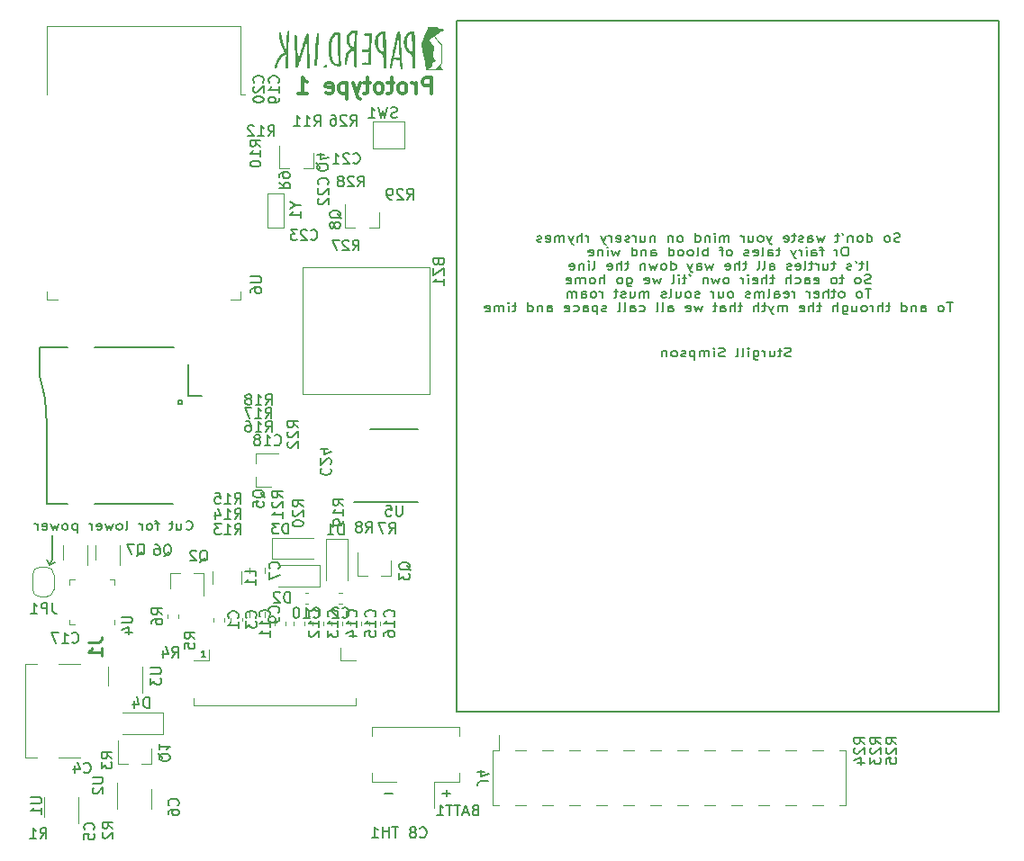
<source format=gbo>
G04 #@! TF.GenerationSoftware,KiCad,Pcbnew,5.99.0-unknown-711fc99~101~ubuntu18.04.1*
G04 #@! TF.CreationDate,2020-06-08T21:24:47+05:30*
G04 #@! TF.ProjectId,paperd.ink_main_pcb,70617065-7264-42e6-996e-6b5f6d61696e,rev?*
G04 #@! TF.SameCoordinates,Original*
G04 #@! TF.FileFunction,Legend,Bot*
G04 #@! TF.FilePolarity,Positive*
%FSLAX46Y46*%
G04 Gerber Fmt 4.6, Leading zero omitted, Abs format (unit mm)*
G04 Created by KiCad (PCBNEW 5.99.0-unknown-711fc99~101~ubuntu18.04.1) date 2020-06-08 21:24:47*
%MOMM*%
%LPD*%
G01*
G04 APERTURE LIST*
%ADD10C,0.300000*%
%ADD11C,0.152400*%
%ADD12C,0.150000*%
%ADD13C,0.254000*%
%ADD14C,0.120000*%
%ADD15C,0.100000*%
G04 APERTURE END LIST*
D10*
X140200000Y-69508571D02*
X140200000Y-68008571D01*
X139628571Y-68008571D01*
X139485714Y-68080000D01*
X139414285Y-68151428D01*
X139342857Y-68294285D01*
X139342857Y-68508571D01*
X139414285Y-68651428D01*
X139485714Y-68722857D01*
X139628571Y-68794285D01*
X140200000Y-68794285D01*
X138700000Y-69508571D02*
X138700000Y-68508571D01*
X138700000Y-68794285D02*
X138628571Y-68651428D01*
X138557142Y-68580000D01*
X138414285Y-68508571D01*
X138271428Y-68508571D01*
X137557142Y-69508571D02*
X137700000Y-69437142D01*
X137771428Y-69365714D01*
X137842857Y-69222857D01*
X137842857Y-68794285D01*
X137771428Y-68651428D01*
X137700000Y-68580000D01*
X137557142Y-68508571D01*
X137342857Y-68508571D01*
X137200000Y-68580000D01*
X137128571Y-68651428D01*
X137057142Y-68794285D01*
X137057142Y-69222857D01*
X137128571Y-69365714D01*
X137200000Y-69437142D01*
X137342857Y-69508571D01*
X137557142Y-69508571D01*
X136628571Y-68508571D02*
X136057142Y-68508571D01*
X136414285Y-68008571D02*
X136414285Y-69294285D01*
X136342857Y-69437142D01*
X136200000Y-69508571D01*
X136057142Y-69508571D01*
X135342857Y-69508571D02*
X135485714Y-69437142D01*
X135557142Y-69365714D01*
X135628571Y-69222857D01*
X135628571Y-68794285D01*
X135557142Y-68651428D01*
X135485714Y-68580000D01*
X135342857Y-68508571D01*
X135128571Y-68508571D01*
X134985714Y-68580000D01*
X134914285Y-68651428D01*
X134842857Y-68794285D01*
X134842857Y-69222857D01*
X134914285Y-69365714D01*
X134985714Y-69437142D01*
X135128571Y-69508571D01*
X135342857Y-69508571D01*
X134414285Y-68508571D02*
X133842857Y-68508571D01*
X134200000Y-68008571D02*
X134200000Y-69294285D01*
X134128571Y-69437142D01*
X133985714Y-69508571D01*
X133842857Y-69508571D01*
X133485714Y-68508571D02*
X133128571Y-69508571D01*
X132771428Y-68508571D02*
X133128571Y-69508571D01*
X133271428Y-69865714D01*
X133342857Y-69937142D01*
X133485714Y-70008571D01*
X132200000Y-68508571D02*
X132200000Y-70008571D01*
X132200000Y-68580000D02*
X132057142Y-68508571D01*
X131771428Y-68508571D01*
X131628571Y-68580000D01*
X131557142Y-68651428D01*
X131485714Y-68794285D01*
X131485714Y-69222857D01*
X131557142Y-69365714D01*
X131628571Y-69437142D01*
X131771428Y-69508571D01*
X132057142Y-69508571D01*
X132200000Y-69437142D01*
X130271428Y-69437142D02*
X130414285Y-69508571D01*
X130700000Y-69508571D01*
X130842857Y-69437142D01*
X130914285Y-69294285D01*
X130914285Y-68722857D01*
X130842857Y-68580000D01*
X130700000Y-68508571D01*
X130414285Y-68508571D01*
X130271428Y-68580000D01*
X130200000Y-68722857D01*
X130200000Y-68865714D01*
X130914285Y-69008571D01*
X127628571Y-69508571D02*
X128485714Y-69508571D01*
X128057142Y-69508571D02*
X128057142Y-68008571D01*
X128200000Y-68222857D01*
X128342857Y-68365714D01*
X128485714Y-68437142D01*
D11*
X173971428Y-94238990D02*
X173828571Y-94277695D01*
X173590476Y-94277695D01*
X173495238Y-94238990D01*
X173447619Y-94200285D01*
X173400000Y-94122876D01*
X173400000Y-94045466D01*
X173447619Y-93968057D01*
X173495238Y-93929352D01*
X173590476Y-93890647D01*
X173780952Y-93851942D01*
X173876190Y-93813238D01*
X173923809Y-93774533D01*
X173971428Y-93697123D01*
X173971428Y-93619714D01*
X173923809Y-93542304D01*
X173876190Y-93503600D01*
X173780952Y-93464895D01*
X173542857Y-93464895D01*
X173400000Y-93503600D01*
X173114285Y-93735828D02*
X172733333Y-93735828D01*
X172971428Y-93464895D02*
X172971428Y-94161580D01*
X172923809Y-94238990D01*
X172828571Y-94277695D01*
X172733333Y-94277695D01*
X171971428Y-93735828D02*
X171971428Y-94277695D01*
X172400000Y-93735828D02*
X172400000Y-94161580D01*
X172352380Y-94238990D01*
X172257142Y-94277695D01*
X172114285Y-94277695D01*
X172019047Y-94238990D01*
X171971428Y-94200285D01*
X171495238Y-94277695D02*
X171495238Y-93735828D01*
X171495238Y-93890647D02*
X171447619Y-93813238D01*
X171400000Y-93774533D01*
X171304761Y-93735828D01*
X171209523Y-93735828D01*
X170447619Y-93735828D02*
X170447619Y-94393809D01*
X170495238Y-94471219D01*
X170542857Y-94509923D01*
X170638095Y-94548628D01*
X170780952Y-94548628D01*
X170876190Y-94509923D01*
X170447619Y-94238990D02*
X170542857Y-94277695D01*
X170733333Y-94277695D01*
X170828571Y-94238990D01*
X170876190Y-94200285D01*
X170923809Y-94122876D01*
X170923809Y-93890647D01*
X170876190Y-93813238D01*
X170828571Y-93774533D01*
X170733333Y-93735828D01*
X170542857Y-93735828D01*
X170447619Y-93774533D01*
X169971428Y-94277695D02*
X169971428Y-93735828D01*
X169971428Y-93464895D02*
X170019047Y-93503600D01*
X169971428Y-93542304D01*
X169923809Y-93503600D01*
X169971428Y-93464895D01*
X169971428Y-93542304D01*
X169352380Y-94277695D02*
X169447619Y-94238990D01*
X169495238Y-94161580D01*
X169495238Y-93464895D01*
X168828571Y-94277695D02*
X168923809Y-94238990D01*
X168971428Y-94161580D01*
X168971428Y-93464895D01*
X167733333Y-94238990D02*
X167590476Y-94277695D01*
X167352380Y-94277695D01*
X167257142Y-94238990D01*
X167209523Y-94200285D01*
X167161904Y-94122876D01*
X167161904Y-94045466D01*
X167209523Y-93968057D01*
X167257142Y-93929352D01*
X167352380Y-93890647D01*
X167542857Y-93851942D01*
X167638095Y-93813238D01*
X167685714Y-93774533D01*
X167733333Y-93697123D01*
X167733333Y-93619714D01*
X167685714Y-93542304D01*
X167638095Y-93503600D01*
X167542857Y-93464895D01*
X167304761Y-93464895D01*
X167161904Y-93503600D01*
X166733333Y-94277695D02*
X166733333Y-93735828D01*
X166733333Y-93464895D02*
X166780952Y-93503600D01*
X166733333Y-93542304D01*
X166685714Y-93503600D01*
X166733333Y-93464895D01*
X166733333Y-93542304D01*
X166257142Y-94277695D02*
X166257142Y-93735828D01*
X166257142Y-93813238D02*
X166209523Y-93774533D01*
X166114285Y-93735828D01*
X165971428Y-93735828D01*
X165876190Y-93774533D01*
X165828571Y-93851942D01*
X165828571Y-94277695D01*
X165828571Y-93851942D02*
X165780952Y-93774533D01*
X165685714Y-93735828D01*
X165542857Y-93735828D01*
X165447619Y-93774533D01*
X165400000Y-93851942D01*
X165400000Y-94277695D01*
X164923809Y-93735828D02*
X164923809Y-94548628D01*
X164923809Y-93774533D02*
X164828571Y-93735828D01*
X164638095Y-93735828D01*
X164542857Y-93774533D01*
X164495238Y-93813238D01*
X164447619Y-93890647D01*
X164447619Y-94122876D01*
X164495238Y-94200285D01*
X164542857Y-94238990D01*
X164638095Y-94277695D01*
X164828571Y-94277695D01*
X164923809Y-94238990D01*
X164066666Y-94238990D02*
X163971428Y-94277695D01*
X163780952Y-94277695D01*
X163685714Y-94238990D01*
X163638095Y-94161580D01*
X163638095Y-94122876D01*
X163685714Y-94045466D01*
X163780952Y-94006761D01*
X163923809Y-94006761D01*
X164019047Y-93968057D01*
X164066666Y-93890647D01*
X164066666Y-93851942D01*
X164019047Y-93774533D01*
X163923809Y-93735828D01*
X163780952Y-93735828D01*
X163685714Y-93774533D01*
X163066666Y-94277695D02*
X163161904Y-94238990D01*
X163209523Y-94200285D01*
X163257142Y-94122876D01*
X163257142Y-93890647D01*
X163209523Y-93813238D01*
X163161904Y-93774533D01*
X163066666Y-93735828D01*
X162923809Y-93735828D01*
X162828571Y-93774533D01*
X162780952Y-93813238D01*
X162733333Y-93890647D01*
X162733333Y-94122876D01*
X162780952Y-94200285D01*
X162828571Y-94238990D01*
X162923809Y-94277695D01*
X163066666Y-94277695D01*
X162304761Y-93735828D02*
X162304761Y-94277695D01*
X162304761Y-93813238D02*
X162257142Y-93774533D01*
X162161904Y-93735828D01*
X162019047Y-93735828D01*
X161923809Y-93774533D01*
X161876190Y-93851942D01*
X161876190Y-94277695D01*
X184231428Y-83427470D02*
X184088571Y-83466175D01*
X183850476Y-83466175D01*
X183755238Y-83427470D01*
X183707619Y-83388765D01*
X183660000Y-83311356D01*
X183660000Y-83233946D01*
X183707619Y-83156537D01*
X183755238Y-83117832D01*
X183850476Y-83079127D01*
X184040952Y-83040422D01*
X184136190Y-83001718D01*
X184183809Y-82963013D01*
X184231428Y-82885603D01*
X184231428Y-82808194D01*
X184183809Y-82730784D01*
X184136190Y-82692080D01*
X184040952Y-82653375D01*
X183802857Y-82653375D01*
X183660000Y-82692080D01*
X183088571Y-83466175D02*
X183183809Y-83427470D01*
X183231428Y-83388765D01*
X183279047Y-83311356D01*
X183279047Y-83079127D01*
X183231428Y-83001718D01*
X183183809Y-82963013D01*
X183088571Y-82924308D01*
X182945714Y-82924308D01*
X182850476Y-82963013D01*
X182802857Y-83001718D01*
X182755238Y-83079127D01*
X182755238Y-83311356D01*
X182802857Y-83388765D01*
X182850476Y-83427470D01*
X182945714Y-83466175D01*
X183088571Y-83466175D01*
X181136190Y-83466175D02*
X181136190Y-82653375D01*
X181136190Y-83427470D02*
X181231428Y-83466175D01*
X181421904Y-83466175D01*
X181517142Y-83427470D01*
X181564761Y-83388765D01*
X181612380Y-83311356D01*
X181612380Y-83079127D01*
X181564761Y-83001718D01*
X181517142Y-82963013D01*
X181421904Y-82924308D01*
X181231428Y-82924308D01*
X181136190Y-82963013D01*
X180517142Y-83466175D02*
X180612380Y-83427470D01*
X180660000Y-83388765D01*
X180707619Y-83311356D01*
X180707619Y-83079127D01*
X180660000Y-83001718D01*
X180612380Y-82963013D01*
X180517142Y-82924308D01*
X180374285Y-82924308D01*
X180279047Y-82963013D01*
X180231428Y-83001718D01*
X180183809Y-83079127D01*
X180183809Y-83311356D01*
X180231428Y-83388765D01*
X180279047Y-83427470D01*
X180374285Y-83466175D01*
X180517142Y-83466175D01*
X179755238Y-82924308D02*
X179755238Y-83466175D01*
X179755238Y-83001718D02*
X179707619Y-82963013D01*
X179612380Y-82924308D01*
X179469523Y-82924308D01*
X179374285Y-82963013D01*
X179326666Y-83040422D01*
X179326666Y-83466175D01*
X178802857Y-82653375D02*
X178898095Y-82808194D01*
X178517142Y-82924308D02*
X178136190Y-82924308D01*
X178374285Y-82653375D02*
X178374285Y-83350060D01*
X178326666Y-83427470D01*
X178231428Y-83466175D01*
X178136190Y-83466175D01*
X177136190Y-82924308D02*
X176945714Y-83466175D01*
X176755238Y-83079127D01*
X176564761Y-83466175D01*
X176374285Y-82924308D01*
X175564761Y-83466175D02*
X175564761Y-83040422D01*
X175612380Y-82963013D01*
X175707619Y-82924308D01*
X175898095Y-82924308D01*
X175993333Y-82963013D01*
X175564761Y-83427470D02*
X175660000Y-83466175D01*
X175898095Y-83466175D01*
X175993333Y-83427470D01*
X176040952Y-83350060D01*
X176040952Y-83272651D01*
X175993333Y-83195241D01*
X175898095Y-83156537D01*
X175660000Y-83156537D01*
X175564761Y-83117832D01*
X175136190Y-83427470D02*
X175040952Y-83466175D01*
X174850476Y-83466175D01*
X174755238Y-83427470D01*
X174707619Y-83350060D01*
X174707619Y-83311356D01*
X174755238Y-83233946D01*
X174850476Y-83195241D01*
X174993333Y-83195241D01*
X175088571Y-83156537D01*
X175136190Y-83079127D01*
X175136190Y-83040422D01*
X175088571Y-82963013D01*
X174993333Y-82924308D01*
X174850476Y-82924308D01*
X174755238Y-82963013D01*
X174421904Y-82924308D02*
X174040952Y-82924308D01*
X174279047Y-82653375D02*
X174279047Y-83350060D01*
X174231428Y-83427470D01*
X174136190Y-83466175D01*
X174040952Y-83466175D01*
X173326666Y-83427470D02*
X173421904Y-83466175D01*
X173612380Y-83466175D01*
X173707619Y-83427470D01*
X173755238Y-83350060D01*
X173755238Y-83040422D01*
X173707619Y-82963013D01*
X173612380Y-82924308D01*
X173421904Y-82924308D01*
X173326666Y-82963013D01*
X173279047Y-83040422D01*
X173279047Y-83117832D01*
X173755238Y-83195241D01*
X172183809Y-82924308D02*
X171945714Y-83466175D01*
X171707619Y-82924308D02*
X171945714Y-83466175D01*
X172040952Y-83659699D01*
X172088571Y-83698403D01*
X172183809Y-83737108D01*
X171183809Y-83466175D02*
X171279047Y-83427470D01*
X171326666Y-83388765D01*
X171374285Y-83311356D01*
X171374285Y-83079127D01*
X171326666Y-83001718D01*
X171279047Y-82963013D01*
X171183809Y-82924308D01*
X171040952Y-82924308D01*
X170945714Y-82963013D01*
X170898095Y-83001718D01*
X170850476Y-83079127D01*
X170850476Y-83311356D01*
X170898095Y-83388765D01*
X170945714Y-83427470D01*
X171040952Y-83466175D01*
X171183809Y-83466175D01*
X169993333Y-82924308D02*
X169993333Y-83466175D01*
X170421904Y-82924308D02*
X170421904Y-83350060D01*
X170374285Y-83427470D01*
X170279047Y-83466175D01*
X170136190Y-83466175D01*
X170040952Y-83427470D01*
X169993333Y-83388765D01*
X169517142Y-83466175D02*
X169517142Y-82924308D01*
X169517142Y-83079127D02*
X169469523Y-83001718D01*
X169421904Y-82963013D01*
X169326666Y-82924308D01*
X169231428Y-82924308D01*
X168136190Y-83466175D02*
X168136190Y-82924308D01*
X168136190Y-83001718D02*
X168088571Y-82963013D01*
X167993333Y-82924308D01*
X167850476Y-82924308D01*
X167755238Y-82963013D01*
X167707619Y-83040422D01*
X167707619Y-83466175D01*
X167707619Y-83040422D02*
X167660000Y-82963013D01*
X167564761Y-82924308D01*
X167421904Y-82924308D01*
X167326666Y-82963013D01*
X167279047Y-83040422D01*
X167279047Y-83466175D01*
X166802857Y-83466175D02*
X166802857Y-82924308D01*
X166802857Y-82653375D02*
X166850476Y-82692080D01*
X166802857Y-82730784D01*
X166755238Y-82692080D01*
X166802857Y-82653375D01*
X166802857Y-82730784D01*
X166326666Y-82924308D02*
X166326666Y-83466175D01*
X166326666Y-83001718D02*
X166279047Y-82963013D01*
X166183809Y-82924308D01*
X166040952Y-82924308D01*
X165945714Y-82963013D01*
X165898095Y-83040422D01*
X165898095Y-83466175D01*
X164993333Y-83466175D02*
X164993333Y-82653375D01*
X164993333Y-83427470D02*
X165088571Y-83466175D01*
X165279047Y-83466175D01*
X165374285Y-83427470D01*
X165421904Y-83388765D01*
X165469523Y-83311356D01*
X165469523Y-83079127D01*
X165421904Y-83001718D01*
X165374285Y-82963013D01*
X165279047Y-82924308D01*
X165088571Y-82924308D01*
X164993333Y-82963013D01*
X163612380Y-83466175D02*
X163707619Y-83427470D01*
X163755238Y-83388765D01*
X163802857Y-83311356D01*
X163802857Y-83079127D01*
X163755238Y-83001718D01*
X163707619Y-82963013D01*
X163612380Y-82924308D01*
X163469523Y-82924308D01*
X163374285Y-82963013D01*
X163326666Y-83001718D01*
X163279047Y-83079127D01*
X163279047Y-83311356D01*
X163326666Y-83388765D01*
X163374285Y-83427470D01*
X163469523Y-83466175D01*
X163612380Y-83466175D01*
X162850476Y-82924308D02*
X162850476Y-83466175D01*
X162850476Y-83001718D02*
X162802857Y-82963013D01*
X162707619Y-82924308D01*
X162564761Y-82924308D01*
X162469523Y-82963013D01*
X162421904Y-83040422D01*
X162421904Y-83466175D01*
X161183809Y-82924308D02*
X161183809Y-83466175D01*
X161183809Y-83001718D02*
X161136190Y-82963013D01*
X161040952Y-82924308D01*
X160898095Y-82924308D01*
X160802857Y-82963013D01*
X160755238Y-83040422D01*
X160755238Y-83466175D01*
X159850476Y-82924308D02*
X159850476Y-83466175D01*
X160279047Y-82924308D02*
X160279047Y-83350060D01*
X160231428Y-83427470D01*
X160136190Y-83466175D01*
X159993333Y-83466175D01*
X159898095Y-83427470D01*
X159850476Y-83388765D01*
X159374285Y-83466175D02*
X159374285Y-82924308D01*
X159374285Y-83079127D02*
X159326666Y-83001718D01*
X159279047Y-82963013D01*
X159183809Y-82924308D01*
X159088571Y-82924308D01*
X158802857Y-83427470D02*
X158707619Y-83466175D01*
X158517142Y-83466175D01*
X158421904Y-83427470D01*
X158374285Y-83350060D01*
X158374285Y-83311356D01*
X158421904Y-83233946D01*
X158517142Y-83195241D01*
X158660000Y-83195241D01*
X158755238Y-83156537D01*
X158802857Y-83079127D01*
X158802857Y-83040422D01*
X158755238Y-82963013D01*
X158660000Y-82924308D01*
X158517142Y-82924308D01*
X158421904Y-82963013D01*
X157564761Y-83427470D02*
X157660000Y-83466175D01*
X157850476Y-83466175D01*
X157945714Y-83427470D01*
X157993333Y-83350060D01*
X157993333Y-83040422D01*
X157945714Y-82963013D01*
X157850476Y-82924308D01*
X157660000Y-82924308D01*
X157564761Y-82963013D01*
X157517142Y-83040422D01*
X157517142Y-83117832D01*
X157993333Y-83195241D01*
X157088571Y-83466175D02*
X157088571Y-82924308D01*
X157088571Y-83079127D02*
X157040952Y-83001718D01*
X156993333Y-82963013D01*
X156898095Y-82924308D01*
X156802857Y-82924308D01*
X156564761Y-82924308D02*
X156326666Y-83466175D01*
X156088571Y-82924308D02*
X156326666Y-83466175D01*
X156421904Y-83659699D01*
X156469523Y-83698403D01*
X156564761Y-83737108D01*
X154945714Y-83466175D02*
X154945714Y-82924308D01*
X154945714Y-83079127D02*
X154898095Y-83001718D01*
X154850476Y-82963013D01*
X154755238Y-82924308D01*
X154660000Y-82924308D01*
X154326666Y-83466175D02*
X154326666Y-82653375D01*
X153898095Y-83466175D02*
X153898095Y-83040422D01*
X153945714Y-82963013D01*
X154040952Y-82924308D01*
X154183809Y-82924308D01*
X154279047Y-82963013D01*
X154326666Y-83001718D01*
X153517142Y-82924308D02*
X153279047Y-83466175D01*
X153040952Y-82924308D02*
X153279047Y-83466175D01*
X153374285Y-83659699D01*
X153421904Y-83698403D01*
X153517142Y-83737108D01*
X152660000Y-83466175D02*
X152660000Y-82924308D01*
X152660000Y-83001718D02*
X152612380Y-82963013D01*
X152517142Y-82924308D01*
X152374285Y-82924308D01*
X152279047Y-82963013D01*
X152231428Y-83040422D01*
X152231428Y-83466175D01*
X152231428Y-83040422D02*
X152183809Y-82963013D01*
X152088571Y-82924308D01*
X151945714Y-82924308D01*
X151850476Y-82963013D01*
X151802857Y-83040422D01*
X151802857Y-83466175D01*
X150945714Y-83427470D02*
X151040952Y-83466175D01*
X151231428Y-83466175D01*
X151326666Y-83427470D01*
X151374285Y-83350060D01*
X151374285Y-83040422D01*
X151326666Y-82963013D01*
X151231428Y-82924308D01*
X151040952Y-82924308D01*
X150945714Y-82963013D01*
X150898095Y-83040422D01*
X150898095Y-83117832D01*
X151374285Y-83195241D01*
X150517142Y-83427470D02*
X150421904Y-83466175D01*
X150231428Y-83466175D01*
X150136190Y-83427470D01*
X150088571Y-83350060D01*
X150088571Y-83311356D01*
X150136190Y-83233946D01*
X150231428Y-83195241D01*
X150374285Y-83195241D01*
X150469523Y-83156537D01*
X150517142Y-83079127D01*
X150517142Y-83040422D01*
X150469523Y-82963013D01*
X150374285Y-82924308D01*
X150231428Y-82924308D01*
X150136190Y-82963013D01*
X179160000Y-83961983D02*
X178969523Y-83961983D01*
X178874285Y-84000688D01*
X178779047Y-84078097D01*
X178731428Y-84232916D01*
X178731428Y-84503849D01*
X178779047Y-84658668D01*
X178874285Y-84736078D01*
X178969523Y-84774783D01*
X179160000Y-84774783D01*
X179255238Y-84736078D01*
X179350476Y-84658668D01*
X179398095Y-84503849D01*
X179398095Y-84232916D01*
X179350476Y-84078097D01*
X179255238Y-84000688D01*
X179160000Y-83961983D01*
X178302857Y-84774783D02*
X178302857Y-84232916D01*
X178302857Y-84387735D02*
X178255238Y-84310326D01*
X178207619Y-84271621D01*
X178112380Y-84232916D01*
X178017142Y-84232916D01*
X177064761Y-84232916D02*
X176683809Y-84232916D01*
X176921904Y-84774783D02*
X176921904Y-84078097D01*
X176874285Y-84000688D01*
X176779047Y-83961983D01*
X176683809Y-83961983D01*
X175921904Y-84774783D02*
X175921904Y-84349030D01*
X175969523Y-84271621D01*
X176064761Y-84232916D01*
X176255238Y-84232916D01*
X176350476Y-84271621D01*
X175921904Y-84736078D02*
X176017142Y-84774783D01*
X176255238Y-84774783D01*
X176350476Y-84736078D01*
X176398095Y-84658668D01*
X176398095Y-84581259D01*
X176350476Y-84503849D01*
X176255238Y-84465145D01*
X176017142Y-84465145D01*
X175921904Y-84426440D01*
X175445714Y-84774783D02*
X175445714Y-84232916D01*
X175445714Y-83961983D02*
X175493333Y-84000688D01*
X175445714Y-84039392D01*
X175398095Y-84000688D01*
X175445714Y-83961983D01*
X175445714Y-84039392D01*
X174969523Y-84774783D02*
X174969523Y-84232916D01*
X174969523Y-84387735D02*
X174921904Y-84310326D01*
X174874285Y-84271621D01*
X174779047Y-84232916D01*
X174683809Y-84232916D01*
X174445714Y-84232916D02*
X174207619Y-84774783D01*
X173969523Y-84232916D02*
X174207619Y-84774783D01*
X174302857Y-84968307D01*
X174350476Y-85007011D01*
X174445714Y-85045716D01*
X172969523Y-84232916D02*
X172588571Y-84232916D01*
X172826666Y-83961983D02*
X172826666Y-84658668D01*
X172779047Y-84736078D01*
X172683809Y-84774783D01*
X172588571Y-84774783D01*
X171826666Y-84774783D02*
X171826666Y-84349030D01*
X171874285Y-84271621D01*
X171969523Y-84232916D01*
X172160000Y-84232916D01*
X172255238Y-84271621D01*
X171826666Y-84736078D02*
X171921904Y-84774783D01*
X172160000Y-84774783D01*
X172255238Y-84736078D01*
X172302857Y-84658668D01*
X172302857Y-84581259D01*
X172255238Y-84503849D01*
X172160000Y-84465145D01*
X171921904Y-84465145D01*
X171826666Y-84426440D01*
X171207619Y-84774783D02*
X171302857Y-84736078D01*
X171350476Y-84658668D01*
X171350476Y-83961983D01*
X170445714Y-84736078D02*
X170540952Y-84774783D01*
X170731428Y-84774783D01*
X170826666Y-84736078D01*
X170874285Y-84658668D01*
X170874285Y-84349030D01*
X170826666Y-84271621D01*
X170731428Y-84232916D01*
X170540952Y-84232916D01*
X170445714Y-84271621D01*
X170398095Y-84349030D01*
X170398095Y-84426440D01*
X170874285Y-84503849D01*
X170017142Y-84736078D02*
X169921904Y-84774783D01*
X169731428Y-84774783D01*
X169636190Y-84736078D01*
X169588571Y-84658668D01*
X169588571Y-84619964D01*
X169636190Y-84542554D01*
X169731428Y-84503849D01*
X169874285Y-84503849D01*
X169969523Y-84465145D01*
X170017142Y-84387735D01*
X170017142Y-84349030D01*
X169969523Y-84271621D01*
X169874285Y-84232916D01*
X169731428Y-84232916D01*
X169636190Y-84271621D01*
X168255238Y-84774783D02*
X168350476Y-84736078D01*
X168398095Y-84697373D01*
X168445714Y-84619964D01*
X168445714Y-84387735D01*
X168398095Y-84310326D01*
X168350476Y-84271621D01*
X168255238Y-84232916D01*
X168112380Y-84232916D01*
X168017142Y-84271621D01*
X167969523Y-84310326D01*
X167921904Y-84387735D01*
X167921904Y-84619964D01*
X167969523Y-84697373D01*
X168017142Y-84736078D01*
X168112380Y-84774783D01*
X168255238Y-84774783D01*
X167636190Y-84232916D02*
X167255238Y-84232916D01*
X167493333Y-84774783D02*
X167493333Y-84078097D01*
X167445714Y-84000688D01*
X167350476Y-83961983D01*
X167255238Y-83961983D01*
X166160000Y-84774783D02*
X166160000Y-83961983D01*
X166160000Y-84271621D02*
X166064761Y-84232916D01*
X165874285Y-84232916D01*
X165779047Y-84271621D01*
X165731428Y-84310326D01*
X165683809Y-84387735D01*
X165683809Y-84619964D01*
X165731428Y-84697373D01*
X165779047Y-84736078D01*
X165874285Y-84774783D01*
X166064761Y-84774783D01*
X166160000Y-84736078D01*
X165112380Y-84774783D02*
X165207619Y-84736078D01*
X165255238Y-84658668D01*
X165255238Y-83961983D01*
X164588571Y-84774783D02*
X164683809Y-84736078D01*
X164731428Y-84697373D01*
X164779047Y-84619964D01*
X164779047Y-84387735D01*
X164731428Y-84310326D01*
X164683809Y-84271621D01*
X164588571Y-84232916D01*
X164445714Y-84232916D01*
X164350476Y-84271621D01*
X164302857Y-84310326D01*
X164255238Y-84387735D01*
X164255238Y-84619964D01*
X164302857Y-84697373D01*
X164350476Y-84736078D01*
X164445714Y-84774783D01*
X164588571Y-84774783D01*
X163683809Y-84774783D02*
X163779047Y-84736078D01*
X163826666Y-84697373D01*
X163874285Y-84619964D01*
X163874285Y-84387735D01*
X163826666Y-84310326D01*
X163779047Y-84271621D01*
X163683809Y-84232916D01*
X163540952Y-84232916D01*
X163445714Y-84271621D01*
X163398095Y-84310326D01*
X163350476Y-84387735D01*
X163350476Y-84619964D01*
X163398095Y-84697373D01*
X163445714Y-84736078D01*
X163540952Y-84774783D01*
X163683809Y-84774783D01*
X162493333Y-84774783D02*
X162493333Y-83961983D01*
X162493333Y-84736078D02*
X162588571Y-84774783D01*
X162779047Y-84774783D01*
X162874285Y-84736078D01*
X162921904Y-84697373D01*
X162969523Y-84619964D01*
X162969523Y-84387735D01*
X162921904Y-84310326D01*
X162874285Y-84271621D01*
X162779047Y-84232916D01*
X162588571Y-84232916D01*
X162493333Y-84271621D01*
X160826666Y-84774783D02*
X160826666Y-84349030D01*
X160874285Y-84271621D01*
X160969523Y-84232916D01*
X161160000Y-84232916D01*
X161255238Y-84271621D01*
X160826666Y-84736078D02*
X160921904Y-84774783D01*
X161160000Y-84774783D01*
X161255238Y-84736078D01*
X161302857Y-84658668D01*
X161302857Y-84581259D01*
X161255238Y-84503849D01*
X161160000Y-84465145D01*
X160921904Y-84465145D01*
X160826666Y-84426440D01*
X160350476Y-84232916D02*
X160350476Y-84774783D01*
X160350476Y-84310326D02*
X160302857Y-84271621D01*
X160207619Y-84232916D01*
X160064761Y-84232916D01*
X159969523Y-84271621D01*
X159921904Y-84349030D01*
X159921904Y-84774783D01*
X159017142Y-84774783D02*
X159017142Y-83961983D01*
X159017142Y-84736078D02*
X159112380Y-84774783D01*
X159302857Y-84774783D01*
X159398095Y-84736078D01*
X159445714Y-84697373D01*
X159493333Y-84619964D01*
X159493333Y-84387735D01*
X159445714Y-84310326D01*
X159398095Y-84271621D01*
X159302857Y-84232916D01*
X159112380Y-84232916D01*
X159017142Y-84271621D01*
X157874285Y-84232916D02*
X157683809Y-84774783D01*
X157493333Y-84387735D01*
X157302857Y-84774783D01*
X157112380Y-84232916D01*
X156731428Y-84774783D02*
X156731428Y-84232916D01*
X156731428Y-83961983D02*
X156779047Y-84000688D01*
X156731428Y-84039392D01*
X156683809Y-84000688D01*
X156731428Y-83961983D01*
X156731428Y-84039392D01*
X156255238Y-84232916D02*
X156255238Y-84774783D01*
X156255238Y-84310326D02*
X156207619Y-84271621D01*
X156112380Y-84232916D01*
X155969523Y-84232916D01*
X155874285Y-84271621D01*
X155826666Y-84349030D01*
X155826666Y-84774783D01*
X154969523Y-84736078D02*
X155064761Y-84774783D01*
X155255238Y-84774783D01*
X155350476Y-84736078D01*
X155398095Y-84658668D01*
X155398095Y-84349030D01*
X155350476Y-84271621D01*
X155255238Y-84232916D01*
X155064761Y-84232916D01*
X154969523Y-84271621D01*
X154921904Y-84349030D01*
X154921904Y-84426440D01*
X155398095Y-84503849D01*
X181112380Y-86083391D02*
X181112380Y-85270591D01*
X180779047Y-85541524D02*
X180398095Y-85541524D01*
X180636190Y-85270591D02*
X180636190Y-85967276D01*
X180588571Y-86044686D01*
X180493333Y-86083391D01*
X180398095Y-86083391D01*
X180017142Y-85270591D02*
X180112380Y-85425410D01*
X179636190Y-86044686D02*
X179540952Y-86083391D01*
X179350476Y-86083391D01*
X179255238Y-86044686D01*
X179207619Y-85967276D01*
X179207619Y-85928572D01*
X179255238Y-85851162D01*
X179350476Y-85812457D01*
X179493333Y-85812457D01*
X179588571Y-85773753D01*
X179636190Y-85696343D01*
X179636190Y-85657638D01*
X179588571Y-85580229D01*
X179493333Y-85541524D01*
X179350476Y-85541524D01*
X179255238Y-85580229D01*
X178160000Y-85541524D02*
X177779047Y-85541524D01*
X178017142Y-85270591D02*
X178017142Y-85967276D01*
X177969523Y-86044686D01*
X177874285Y-86083391D01*
X177779047Y-86083391D01*
X177017142Y-85541524D02*
X177017142Y-86083391D01*
X177445714Y-85541524D02*
X177445714Y-85967276D01*
X177398095Y-86044686D01*
X177302857Y-86083391D01*
X177160000Y-86083391D01*
X177064761Y-86044686D01*
X177017142Y-86005981D01*
X176540952Y-86083391D02*
X176540952Y-85541524D01*
X176540952Y-85696343D02*
X176493333Y-85618934D01*
X176445714Y-85580229D01*
X176350476Y-85541524D01*
X176255238Y-85541524D01*
X176064761Y-85541524D02*
X175683809Y-85541524D01*
X175921904Y-85270591D02*
X175921904Y-85967276D01*
X175874285Y-86044686D01*
X175779047Y-86083391D01*
X175683809Y-86083391D01*
X175207619Y-86083391D02*
X175302857Y-86044686D01*
X175350476Y-85967276D01*
X175350476Y-85270591D01*
X174445714Y-86044686D02*
X174540952Y-86083391D01*
X174731428Y-86083391D01*
X174826666Y-86044686D01*
X174874285Y-85967276D01*
X174874285Y-85657638D01*
X174826666Y-85580229D01*
X174731428Y-85541524D01*
X174540952Y-85541524D01*
X174445714Y-85580229D01*
X174398095Y-85657638D01*
X174398095Y-85735048D01*
X174874285Y-85812457D01*
X174017142Y-86044686D02*
X173921904Y-86083391D01*
X173731428Y-86083391D01*
X173636190Y-86044686D01*
X173588571Y-85967276D01*
X173588571Y-85928572D01*
X173636190Y-85851162D01*
X173731428Y-85812457D01*
X173874285Y-85812457D01*
X173969523Y-85773753D01*
X174017142Y-85696343D01*
X174017142Y-85657638D01*
X173969523Y-85580229D01*
X173874285Y-85541524D01*
X173731428Y-85541524D01*
X173636190Y-85580229D01*
X171969523Y-86083391D02*
X171969523Y-85657638D01*
X172017142Y-85580229D01*
X172112380Y-85541524D01*
X172302857Y-85541524D01*
X172398095Y-85580229D01*
X171969523Y-86044686D02*
X172064761Y-86083391D01*
X172302857Y-86083391D01*
X172398095Y-86044686D01*
X172445714Y-85967276D01*
X172445714Y-85889867D01*
X172398095Y-85812457D01*
X172302857Y-85773753D01*
X172064761Y-85773753D01*
X171969523Y-85735048D01*
X171350476Y-86083391D02*
X171445714Y-86044686D01*
X171493333Y-85967276D01*
X171493333Y-85270591D01*
X170826666Y-86083391D02*
X170921904Y-86044686D01*
X170969523Y-85967276D01*
X170969523Y-85270591D01*
X169826666Y-85541524D02*
X169445714Y-85541524D01*
X169683809Y-85270591D02*
X169683809Y-85967276D01*
X169636190Y-86044686D01*
X169540952Y-86083391D01*
X169445714Y-86083391D01*
X169112380Y-86083391D02*
X169112380Y-85270591D01*
X168683809Y-86083391D02*
X168683809Y-85657638D01*
X168731428Y-85580229D01*
X168826666Y-85541524D01*
X168969523Y-85541524D01*
X169064761Y-85580229D01*
X169112380Y-85618934D01*
X167826666Y-86044686D02*
X167921904Y-86083391D01*
X168112380Y-86083391D01*
X168207619Y-86044686D01*
X168255238Y-85967276D01*
X168255238Y-85657638D01*
X168207619Y-85580229D01*
X168112380Y-85541524D01*
X167921904Y-85541524D01*
X167826666Y-85580229D01*
X167779047Y-85657638D01*
X167779047Y-85735048D01*
X168255238Y-85812457D01*
X166683809Y-85541524D02*
X166493333Y-86083391D01*
X166302857Y-85696343D01*
X166112380Y-86083391D01*
X165921904Y-85541524D01*
X165112380Y-86083391D02*
X165112380Y-85657638D01*
X165160000Y-85580229D01*
X165255238Y-85541524D01*
X165445714Y-85541524D01*
X165540952Y-85580229D01*
X165112380Y-86044686D02*
X165207619Y-86083391D01*
X165445714Y-86083391D01*
X165540952Y-86044686D01*
X165588571Y-85967276D01*
X165588571Y-85889867D01*
X165540952Y-85812457D01*
X165445714Y-85773753D01*
X165207619Y-85773753D01*
X165112380Y-85735048D01*
X164731428Y-85541524D02*
X164493333Y-86083391D01*
X164255238Y-85541524D02*
X164493333Y-86083391D01*
X164588571Y-86276915D01*
X164636190Y-86315619D01*
X164731428Y-86354324D01*
X162683809Y-86083391D02*
X162683809Y-85270591D01*
X162683809Y-86044686D02*
X162779047Y-86083391D01*
X162969523Y-86083391D01*
X163064761Y-86044686D01*
X163112380Y-86005981D01*
X163160000Y-85928572D01*
X163160000Y-85696343D01*
X163112380Y-85618934D01*
X163064761Y-85580229D01*
X162969523Y-85541524D01*
X162779047Y-85541524D01*
X162683809Y-85580229D01*
X162064761Y-86083391D02*
X162160000Y-86044686D01*
X162207619Y-86005981D01*
X162255238Y-85928572D01*
X162255238Y-85696343D01*
X162207619Y-85618934D01*
X162160000Y-85580229D01*
X162064761Y-85541524D01*
X161921904Y-85541524D01*
X161826666Y-85580229D01*
X161779047Y-85618934D01*
X161731428Y-85696343D01*
X161731428Y-85928572D01*
X161779047Y-86005981D01*
X161826666Y-86044686D01*
X161921904Y-86083391D01*
X162064761Y-86083391D01*
X161398095Y-85541524D02*
X161207619Y-86083391D01*
X161017142Y-85696343D01*
X160826666Y-86083391D01*
X160636190Y-85541524D01*
X160255238Y-85541524D02*
X160255238Y-86083391D01*
X160255238Y-85618934D02*
X160207619Y-85580229D01*
X160112380Y-85541524D01*
X159969523Y-85541524D01*
X159874285Y-85580229D01*
X159826666Y-85657638D01*
X159826666Y-86083391D01*
X158731428Y-85541524D02*
X158350476Y-85541524D01*
X158588571Y-85270591D02*
X158588571Y-85967276D01*
X158540952Y-86044686D01*
X158445714Y-86083391D01*
X158350476Y-86083391D01*
X158017142Y-86083391D02*
X158017142Y-85270591D01*
X157588571Y-86083391D02*
X157588571Y-85657638D01*
X157636190Y-85580229D01*
X157731428Y-85541524D01*
X157874285Y-85541524D01*
X157969523Y-85580229D01*
X158017142Y-85618934D01*
X156731428Y-86044686D02*
X156826666Y-86083391D01*
X157017142Y-86083391D01*
X157112380Y-86044686D01*
X157160000Y-85967276D01*
X157160000Y-85657638D01*
X157112380Y-85580229D01*
X157017142Y-85541524D01*
X156826666Y-85541524D01*
X156731428Y-85580229D01*
X156683809Y-85657638D01*
X156683809Y-85735048D01*
X157160000Y-85812457D01*
X155350476Y-86083391D02*
X155445714Y-86044686D01*
X155493333Y-85967276D01*
X155493333Y-85270591D01*
X154969523Y-86083391D02*
X154969523Y-85541524D01*
X154969523Y-85270591D02*
X155017142Y-85309296D01*
X154969523Y-85348000D01*
X154921904Y-85309296D01*
X154969523Y-85270591D01*
X154969523Y-85348000D01*
X154493333Y-85541524D02*
X154493333Y-86083391D01*
X154493333Y-85618934D02*
X154445714Y-85580229D01*
X154350476Y-85541524D01*
X154207619Y-85541524D01*
X154112380Y-85580229D01*
X154064761Y-85657638D01*
X154064761Y-86083391D01*
X153207619Y-86044686D02*
X153302857Y-86083391D01*
X153493333Y-86083391D01*
X153588571Y-86044686D01*
X153636190Y-85967276D01*
X153636190Y-85657638D01*
X153588571Y-85580229D01*
X153493333Y-85541524D01*
X153302857Y-85541524D01*
X153207619Y-85580229D01*
X153160000Y-85657638D01*
X153160000Y-85735048D01*
X153636190Y-85812457D01*
X181469523Y-87353294D02*
X181326666Y-87391999D01*
X181088571Y-87391999D01*
X180993333Y-87353294D01*
X180945714Y-87314589D01*
X180898095Y-87237180D01*
X180898095Y-87159770D01*
X180945714Y-87082361D01*
X180993333Y-87043656D01*
X181088571Y-87004951D01*
X181279047Y-86966246D01*
X181374285Y-86927542D01*
X181421904Y-86888837D01*
X181469523Y-86811427D01*
X181469523Y-86734018D01*
X181421904Y-86656608D01*
X181374285Y-86617904D01*
X181279047Y-86579199D01*
X181040952Y-86579199D01*
X180898095Y-86617904D01*
X180326666Y-87391999D02*
X180421904Y-87353294D01*
X180469523Y-87314589D01*
X180517142Y-87237180D01*
X180517142Y-87004951D01*
X180469523Y-86927542D01*
X180421904Y-86888837D01*
X180326666Y-86850132D01*
X180183809Y-86850132D01*
X180088571Y-86888837D01*
X180040952Y-86927542D01*
X179993333Y-87004951D01*
X179993333Y-87237180D01*
X180040952Y-87314589D01*
X180088571Y-87353294D01*
X180183809Y-87391999D01*
X180326666Y-87391999D01*
X178945714Y-86850132D02*
X178564761Y-86850132D01*
X178802857Y-86579199D02*
X178802857Y-87275884D01*
X178755238Y-87353294D01*
X178660000Y-87391999D01*
X178564761Y-87391999D01*
X178088571Y-87391999D02*
X178183809Y-87353294D01*
X178231428Y-87314589D01*
X178279047Y-87237180D01*
X178279047Y-87004951D01*
X178231428Y-86927542D01*
X178183809Y-86888837D01*
X178088571Y-86850132D01*
X177945714Y-86850132D01*
X177850476Y-86888837D01*
X177802857Y-86927542D01*
X177755238Y-87004951D01*
X177755238Y-87237180D01*
X177802857Y-87314589D01*
X177850476Y-87353294D01*
X177945714Y-87391999D01*
X178088571Y-87391999D01*
X176183809Y-87353294D02*
X176279047Y-87391999D01*
X176469523Y-87391999D01*
X176564761Y-87353294D01*
X176612380Y-87275884D01*
X176612380Y-86966246D01*
X176564761Y-86888837D01*
X176469523Y-86850132D01*
X176279047Y-86850132D01*
X176183809Y-86888837D01*
X176136190Y-86966246D01*
X176136190Y-87043656D01*
X176612380Y-87121065D01*
X175279047Y-87391999D02*
X175279047Y-86966246D01*
X175326666Y-86888837D01*
X175421904Y-86850132D01*
X175612380Y-86850132D01*
X175707619Y-86888837D01*
X175279047Y-87353294D02*
X175374285Y-87391999D01*
X175612380Y-87391999D01*
X175707619Y-87353294D01*
X175755238Y-87275884D01*
X175755238Y-87198475D01*
X175707619Y-87121065D01*
X175612380Y-87082361D01*
X175374285Y-87082361D01*
X175279047Y-87043656D01*
X174374285Y-87353294D02*
X174469523Y-87391999D01*
X174660000Y-87391999D01*
X174755238Y-87353294D01*
X174802857Y-87314589D01*
X174850476Y-87237180D01*
X174850476Y-87004951D01*
X174802857Y-86927542D01*
X174755238Y-86888837D01*
X174660000Y-86850132D01*
X174469523Y-86850132D01*
X174374285Y-86888837D01*
X173945714Y-87391999D02*
X173945714Y-86579199D01*
X173517142Y-87391999D02*
X173517142Y-86966246D01*
X173564761Y-86888837D01*
X173660000Y-86850132D01*
X173802857Y-86850132D01*
X173898095Y-86888837D01*
X173945714Y-86927542D01*
X172421904Y-86850132D02*
X172040952Y-86850132D01*
X172279047Y-86579199D02*
X172279047Y-87275884D01*
X172231428Y-87353294D01*
X172136190Y-87391999D01*
X172040952Y-87391999D01*
X171707619Y-87391999D02*
X171707619Y-86579199D01*
X171279047Y-87391999D02*
X171279047Y-86966246D01*
X171326666Y-86888837D01*
X171421904Y-86850132D01*
X171564761Y-86850132D01*
X171660000Y-86888837D01*
X171707619Y-86927542D01*
X170421904Y-87353294D02*
X170517142Y-87391999D01*
X170707619Y-87391999D01*
X170802857Y-87353294D01*
X170850476Y-87275884D01*
X170850476Y-86966246D01*
X170802857Y-86888837D01*
X170707619Y-86850132D01*
X170517142Y-86850132D01*
X170421904Y-86888837D01*
X170374285Y-86966246D01*
X170374285Y-87043656D01*
X170850476Y-87121065D01*
X169945714Y-87391999D02*
X169945714Y-86850132D01*
X169945714Y-86579199D02*
X169993333Y-86617904D01*
X169945714Y-86656608D01*
X169898095Y-86617904D01*
X169945714Y-86579199D01*
X169945714Y-86656608D01*
X169469523Y-87391999D02*
X169469523Y-86850132D01*
X169469523Y-87004951D02*
X169421904Y-86927542D01*
X169374285Y-86888837D01*
X169279047Y-86850132D01*
X169183809Y-86850132D01*
X167945714Y-87391999D02*
X168040952Y-87353294D01*
X168088571Y-87314589D01*
X168136190Y-87237180D01*
X168136190Y-87004951D01*
X168088571Y-86927542D01*
X168040952Y-86888837D01*
X167945714Y-86850132D01*
X167802857Y-86850132D01*
X167707619Y-86888837D01*
X167660000Y-86927542D01*
X167612380Y-87004951D01*
X167612380Y-87237180D01*
X167660000Y-87314589D01*
X167707619Y-87353294D01*
X167802857Y-87391999D01*
X167945714Y-87391999D01*
X167279047Y-86850132D02*
X167088571Y-87391999D01*
X166898095Y-87004951D01*
X166707619Y-87391999D01*
X166517142Y-86850132D01*
X166136190Y-86850132D02*
X166136190Y-87391999D01*
X166136190Y-86927542D02*
X166088571Y-86888837D01*
X165993333Y-86850132D01*
X165850476Y-86850132D01*
X165755238Y-86888837D01*
X165707619Y-86966246D01*
X165707619Y-87391999D01*
X164421904Y-86579199D02*
X164517142Y-86734018D01*
X164136190Y-86850132D02*
X163755238Y-86850132D01*
X163993333Y-86579199D02*
X163993333Y-87275884D01*
X163945714Y-87353294D01*
X163850476Y-87391999D01*
X163755238Y-87391999D01*
X163421904Y-87391999D02*
X163421904Y-86850132D01*
X163421904Y-86579199D02*
X163469523Y-86617904D01*
X163421904Y-86656608D01*
X163374285Y-86617904D01*
X163421904Y-86579199D01*
X163421904Y-86656608D01*
X162802857Y-87391999D02*
X162898095Y-87353294D01*
X162945714Y-87275884D01*
X162945714Y-86579199D01*
X161755238Y-86850132D02*
X161564761Y-87391999D01*
X161374285Y-87004951D01*
X161183809Y-87391999D01*
X160993333Y-86850132D01*
X160231428Y-87353294D02*
X160326666Y-87391999D01*
X160517142Y-87391999D01*
X160612380Y-87353294D01*
X160660000Y-87275884D01*
X160660000Y-86966246D01*
X160612380Y-86888837D01*
X160517142Y-86850132D01*
X160326666Y-86850132D01*
X160231428Y-86888837D01*
X160183809Y-86966246D01*
X160183809Y-87043656D01*
X160660000Y-87121065D01*
X158564761Y-86850132D02*
X158564761Y-87508113D01*
X158612380Y-87585523D01*
X158660000Y-87624227D01*
X158755238Y-87662932D01*
X158898095Y-87662932D01*
X158993333Y-87624227D01*
X158564761Y-87353294D02*
X158660000Y-87391999D01*
X158850476Y-87391999D01*
X158945714Y-87353294D01*
X158993333Y-87314589D01*
X159040952Y-87237180D01*
X159040952Y-87004951D01*
X158993333Y-86927542D01*
X158945714Y-86888837D01*
X158850476Y-86850132D01*
X158660000Y-86850132D01*
X158564761Y-86888837D01*
X157945714Y-87391999D02*
X158040952Y-87353294D01*
X158088571Y-87314589D01*
X158136190Y-87237180D01*
X158136190Y-87004951D01*
X158088571Y-86927542D01*
X158040952Y-86888837D01*
X157945714Y-86850132D01*
X157802857Y-86850132D01*
X157707619Y-86888837D01*
X157660000Y-86927542D01*
X157612380Y-87004951D01*
X157612380Y-87237180D01*
X157660000Y-87314589D01*
X157707619Y-87353294D01*
X157802857Y-87391999D01*
X157945714Y-87391999D01*
X156421904Y-87391999D02*
X156421904Y-86579199D01*
X155993333Y-87391999D02*
X155993333Y-86966246D01*
X156040952Y-86888837D01*
X156136190Y-86850132D01*
X156279047Y-86850132D01*
X156374285Y-86888837D01*
X156421904Y-86927542D01*
X155374285Y-87391999D02*
X155469523Y-87353294D01*
X155517142Y-87314589D01*
X155564761Y-87237180D01*
X155564761Y-87004951D01*
X155517142Y-86927542D01*
X155469523Y-86888837D01*
X155374285Y-86850132D01*
X155231428Y-86850132D01*
X155136190Y-86888837D01*
X155088571Y-86927542D01*
X155040952Y-87004951D01*
X155040952Y-87237180D01*
X155088571Y-87314589D01*
X155136190Y-87353294D01*
X155231428Y-87391999D01*
X155374285Y-87391999D01*
X154612380Y-87391999D02*
X154612380Y-86850132D01*
X154612380Y-86927542D02*
X154564761Y-86888837D01*
X154469523Y-86850132D01*
X154326666Y-86850132D01*
X154231428Y-86888837D01*
X154183809Y-86966246D01*
X154183809Y-87391999D01*
X154183809Y-86966246D02*
X154136190Y-86888837D01*
X154040952Y-86850132D01*
X153898095Y-86850132D01*
X153802857Y-86888837D01*
X153755238Y-86966246D01*
X153755238Y-87391999D01*
X152898095Y-87353294D02*
X152993333Y-87391999D01*
X153183809Y-87391999D01*
X153279047Y-87353294D01*
X153326666Y-87275884D01*
X153326666Y-86966246D01*
X153279047Y-86888837D01*
X153183809Y-86850132D01*
X152993333Y-86850132D01*
X152898095Y-86888837D01*
X152850476Y-86966246D01*
X152850476Y-87043656D01*
X153326666Y-87121065D01*
X181517142Y-87887807D02*
X180945714Y-87887807D01*
X181231428Y-88700607D02*
X181231428Y-87887807D01*
X180469523Y-88700607D02*
X180564761Y-88661902D01*
X180612380Y-88623197D01*
X180660000Y-88545788D01*
X180660000Y-88313559D01*
X180612380Y-88236150D01*
X180564761Y-88197445D01*
X180469523Y-88158740D01*
X180326666Y-88158740D01*
X180231428Y-88197445D01*
X180183809Y-88236150D01*
X180136190Y-88313559D01*
X180136190Y-88545788D01*
X180183809Y-88623197D01*
X180231428Y-88661902D01*
X180326666Y-88700607D01*
X180469523Y-88700607D01*
X178802857Y-88700607D02*
X178898095Y-88661902D01*
X178945714Y-88623197D01*
X178993333Y-88545788D01*
X178993333Y-88313559D01*
X178945714Y-88236150D01*
X178898095Y-88197445D01*
X178802857Y-88158740D01*
X178660000Y-88158740D01*
X178564761Y-88197445D01*
X178517142Y-88236150D01*
X178469523Y-88313559D01*
X178469523Y-88545788D01*
X178517142Y-88623197D01*
X178564761Y-88661902D01*
X178660000Y-88700607D01*
X178802857Y-88700607D01*
X178183809Y-88158740D02*
X177802857Y-88158740D01*
X178040952Y-87887807D02*
X178040952Y-88584492D01*
X177993333Y-88661902D01*
X177898095Y-88700607D01*
X177802857Y-88700607D01*
X177469523Y-88700607D02*
X177469523Y-87887807D01*
X177040952Y-88700607D02*
X177040952Y-88274854D01*
X177088571Y-88197445D01*
X177183809Y-88158740D01*
X177326666Y-88158740D01*
X177421904Y-88197445D01*
X177469523Y-88236150D01*
X176183809Y-88661902D02*
X176279047Y-88700607D01*
X176469523Y-88700607D01*
X176564761Y-88661902D01*
X176612380Y-88584492D01*
X176612380Y-88274854D01*
X176564761Y-88197445D01*
X176469523Y-88158740D01*
X176279047Y-88158740D01*
X176183809Y-88197445D01*
X176136190Y-88274854D01*
X176136190Y-88352264D01*
X176612380Y-88429673D01*
X175707619Y-88700607D02*
X175707619Y-88158740D01*
X175707619Y-88313559D02*
X175660000Y-88236150D01*
X175612380Y-88197445D01*
X175517142Y-88158740D01*
X175421904Y-88158740D01*
X174326666Y-88700607D02*
X174326666Y-88158740D01*
X174326666Y-88313559D02*
X174279047Y-88236150D01*
X174231428Y-88197445D01*
X174136190Y-88158740D01*
X174040952Y-88158740D01*
X173326666Y-88661902D02*
X173421904Y-88700607D01*
X173612380Y-88700607D01*
X173707619Y-88661902D01*
X173755238Y-88584492D01*
X173755238Y-88274854D01*
X173707619Y-88197445D01*
X173612380Y-88158740D01*
X173421904Y-88158740D01*
X173326666Y-88197445D01*
X173279047Y-88274854D01*
X173279047Y-88352264D01*
X173755238Y-88429673D01*
X172421904Y-88700607D02*
X172421904Y-88274854D01*
X172469523Y-88197445D01*
X172564761Y-88158740D01*
X172755238Y-88158740D01*
X172850476Y-88197445D01*
X172421904Y-88661902D02*
X172517142Y-88700607D01*
X172755238Y-88700607D01*
X172850476Y-88661902D01*
X172898095Y-88584492D01*
X172898095Y-88507083D01*
X172850476Y-88429673D01*
X172755238Y-88390969D01*
X172517142Y-88390969D01*
X172421904Y-88352264D01*
X171802857Y-88700607D02*
X171898095Y-88661902D01*
X171945714Y-88584492D01*
X171945714Y-87887807D01*
X171421904Y-88700607D02*
X171421904Y-88158740D01*
X171421904Y-88236150D02*
X171374285Y-88197445D01*
X171279047Y-88158740D01*
X171136190Y-88158740D01*
X171040952Y-88197445D01*
X170993333Y-88274854D01*
X170993333Y-88700607D01*
X170993333Y-88274854D02*
X170945714Y-88197445D01*
X170850476Y-88158740D01*
X170707619Y-88158740D01*
X170612380Y-88197445D01*
X170564761Y-88274854D01*
X170564761Y-88700607D01*
X170136190Y-88661902D02*
X170040952Y-88700607D01*
X169850476Y-88700607D01*
X169755238Y-88661902D01*
X169707619Y-88584492D01*
X169707619Y-88545788D01*
X169755238Y-88468378D01*
X169850476Y-88429673D01*
X169993333Y-88429673D01*
X170088571Y-88390969D01*
X170136190Y-88313559D01*
X170136190Y-88274854D01*
X170088571Y-88197445D01*
X169993333Y-88158740D01*
X169850476Y-88158740D01*
X169755238Y-88197445D01*
X168374285Y-88700607D02*
X168469523Y-88661902D01*
X168517142Y-88623197D01*
X168564761Y-88545788D01*
X168564761Y-88313559D01*
X168517142Y-88236150D01*
X168469523Y-88197445D01*
X168374285Y-88158740D01*
X168231428Y-88158740D01*
X168136190Y-88197445D01*
X168088571Y-88236150D01*
X168040952Y-88313559D01*
X168040952Y-88545788D01*
X168088571Y-88623197D01*
X168136190Y-88661902D01*
X168231428Y-88700607D01*
X168374285Y-88700607D01*
X167183809Y-88158740D02*
X167183809Y-88700607D01*
X167612380Y-88158740D02*
X167612380Y-88584492D01*
X167564761Y-88661902D01*
X167469523Y-88700607D01*
X167326666Y-88700607D01*
X167231428Y-88661902D01*
X167183809Y-88623197D01*
X166707619Y-88700607D02*
X166707619Y-88158740D01*
X166707619Y-88313559D02*
X166660000Y-88236150D01*
X166612380Y-88197445D01*
X166517142Y-88158740D01*
X166421904Y-88158740D01*
X165374285Y-88661902D02*
X165279047Y-88700607D01*
X165088571Y-88700607D01*
X164993333Y-88661902D01*
X164945714Y-88584492D01*
X164945714Y-88545788D01*
X164993333Y-88468378D01*
X165088571Y-88429673D01*
X165231428Y-88429673D01*
X165326666Y-88390969D01*
X165374285Y-88313559D01*
X165374285Y-88274854D01*
X165326666Y-88197445D01*
X165231428Y-88158740D01*
X165088571Y-88158740D01*
X164993333Y-88197445D01*
X164374285Y-88700607D02*
X164469523Y-88661902D01*
X164517142Y-88623197D01*
X164564761Y-88545788D01*
X164564761Y-88313559D01*
X164517142Y-88236150D01*
X164469523Y-88197445D01*
X164374285Y-88158740D01*
X164231428Y-88158740D01*
X164136190Y-88197445D01*
X164088571Y-88236150D01*
X164040952Y-88313559D01*
X164040952Y-88545788D01*
X164088571Y-88623197D01*
X164136190Y-88661902D01*
X164231428Y-88700607D01*
X164374285Y-88700607D01*
X163183809Y-88158740D02*
X163183809Y-88700607D01*
X163612380Y-88158740D02*
X163612380Y-88584492D01*
X163564761Y-88661902D01*
X163469523Y-88700607D01*
X163326666Y-88700607D01*
X163231428Y-88661902D01*
X163183809Y-88623197D01*
X162564761Y-88700607D02*
X162660000Y-88661902D01*
X162707619Y-88584492D01*
X162707619Y-87887807D01*
X162231428Y-88661902D02*
X162136190Y-88700607D01*
X161945714Y-88700607D01*
X161850476Y-88661902D01*
X161802857Y-88584492D01*
X161802857Y-88545788D01*
X161850476Y-88468378D01*
X161945714Y-88429673D01*
X162088571Y-88429673D01*
X162183809Y-88390969D01*
X162231428Y-88313559D01*
X162231428Y-88274854D01*
X162183809Y-88197445D01*
X162088571Y-88158740D01*
X161945714Y-88158740D01*
X161850476Y-88197445D01*
X160612380Y-88700607D02*
X160612380Y-88158740D01*
X160612380Y-88236150D02*
X160564761Y-88197445D01*
X160469523Y-88158740D01*
X160326666Y-88158740D01*
X160231428Y-88197445D01*
X160183809Y-88274854D01*
X160183809Y-88700607D01*
X160183809Y-88274854D02*
X160136190Y-88197445D01*
X160040952Y-88158740D01*
X159898095Y-88158740D01*
X159802857Y-88197445D01*
X159755238Y-88274854D01*
X159755238Y-88700607D01*
X158850476Y-88158740D02*
X158850476Y-88700607D01*
X159279047Y-88158740D02*
X159279047Y-88584492D01*
X159231428Y-88661902D01*
X159136190Y-88700607D01*
X158993333Y-88700607D01*
X158898095Y-88661902D01*
X158850476Y-88623197D01*
X158421904Y-88661902D02*
X158326666Y-88700607D01*
X158136190Y-88700607D01*
X158040952Y-88661902D01*
X157993333Y-88584492D01*
X157993333Y-88545788D01*
X158040952Y-88468378D01*
X158136190Y-88429673D01*
X158279047Y-88429673D01*
X158374285Y-88390969D01*
X158421904Y-88313559D01*
X158421904Y-88274854D01*
X158374285Y-88197445D01*
X158279047Y-88158740D01*
X158136190Y-88158740D01*
X158040952Y-88197445D01*
X157707619Y-88158740D02*
X157326666Y-88158740D01*
X157564761Y-87887807D02*
X157564761Y-88584492D01*
X157517142Y-88661902D01*
X157421904Y-88700607D01*
X157326666Y-88700607D01*
X156231428Y-88700607D02*
X156231428Y-88158740D01*
X156231428Y-88313559D02*
X156183809Y-88236150D01*
X156136190Y-88197445D01*
X156040952Y-88158740D01*
X155945714Y-88158740D01*
X155469523Y-88700607D02*
X155564761Y-88661902D01*
X155612380Y-88623197D01*
X155660000Y-88545788D01*
X155660000Y-88313559D01*
X155612380Y-88236150D01*
X155564761Y-88197445D01*
X155469523Y-88158740D01*
X155326666Y-88158740D01*
X155231428Y-88197445D01*
X155183809Y-88236150D01*
X155136190Y-88313559D01*
X155136190Y-88545788D01*
X155183809Y-88623197D01*
X155231428Y-88661902D01*
X155326666Y-88700607D01*
X155469523Y-88700607D01*
X154279047Y-88700607D02*
X154279047Y-88274854D01*
X154326666Y-88197445D01*
X154421904Y-88158740D01*
X154612380Y-88158740D01*
X154707619Y-88197445D01*
X154279047Y-88661902D02*
X154374285Y-88700607D01*
X154612380Y-88700607D01*
X154707619Y-88661902D01*
X154755238Y-88584492D01*
X154755238Y-88507083D01*
X154707619Y-88429673D01*
X154612380Y-88390969D01*
X154374285Y-88390969D01*
X154279047Y-88352264D01*
X153802857Y-88700607D02*
X153802857Y-88158740D01*
X153802857Y-88236150D02*
X153755238Y-88197445D01*
X153660000Y-88158740D01*
X153517142Y-88158740D01*
X153421904Y-88197445D01*
X153374285Y-88274854D01*
X153374285Y-88700607D01*
X153374285Y-88274854D02*
X153326666Y-88197445D01*
X153231428Y-88158740D01*
X153088571Y-88158740D01*
X152993333Y-88197445D01*
X152945714Y-88274854D01*
X152945714Y-88700607D01*
X189207619Y-89196415D02*
X188636190Y-89196415D01*
X188921904Y-90009215D02*
X188921904Y-89196415D01*
X188160000Y-90009215D02*
X188255238Y-89970510D01*
X188302857Y-89931805D01*
X188350476Y-89854396D01*
X188350476Y-89622167D01*
X188302857Y-89544758D01*
X188255238Y-89506053D01*
X188160000Y-89467348D01*
X188017142Y-89467348D01*
X187921904Y-89506053D01*
X187874285Y-89544758D01*
X187826666Y-89622167D01*
X187826666Y-89854396D01*
X187874285Y-89931805D01*
X187921904Y-89970510D01*
X188017142Y-90009215D01*
X188160000Y-90009215D01*
X186207619Y-90009215D02*
X186207619Y-89583462D01*
X186255238Y-89506053D01*
X186350476Y-89467348D01*
X186540952Y-89467348D01*
X186636190Y-89506053D01*
X186207619Y-89970510D02*
X186302857Y-90009215D01*
X186540952Y-90009215D01*
X186636190Y-89970510D01*
X186683809Y-89893100D01*
X186683809Y-89815691D01*
X186636190Y-89738281D01*
X186540952Y-89699577D01*
X186302857Y-89699577D01*
X186207619Y-89660872D01*
X185731428Y-89467348D02*
X185731428Y-90009215D01*
X185731428Y-89544758D02*
X185683809Y-89506053D01*
X185588571Y-89467348D01*
X185445714Y-89467348D01*
X185350476Y-89506053D01*
X185302857Y-89583462D01*
X185302857Y-90009215D01*
X184398095Y-90009215D02*
X184398095Y-89196415D01*
X184398095Y-89970510D02*
X184493333Y-90009215D01*
X184683809Y-90009215D01*
X184779047Y-89970510D01*
X184826666Y-89931805D01*
X184874285Y-89854396D01*
X184874285Y-89622167D01*
X184826666Y-89544758D01*
X184779047Y-89506053D01*
X184683809Y-89467348D01*
X184493333Y-89467348D01*
X184398095Y-89506053D01*
X183302857Y-89467348D02*
X182921904Y-89467348D01*
X183160000Y-89196415D02*
X183160000Y-89893100D01*
X183112380Y-89970510D01*
X183017142Y-90009215D01*
X182921904Y-90009215D01*
X182588571Y-90009215D02*
X182588571Y-89196415D01*
X182160000Y-90009215D02*
X182160000Y-89583462D01*
X182207619Y-89506053D01*
X182302857Y-89467348D01*
X182445714Y-89467348D01*
X182540952Y-89506053D01*
X182588571Y-89544758D01*
X181683809Y-90009215D02*
X181683809Y-89467348D01*
X181683809Y-89622167D02*
X181636190Y-89544758D01*
X181588571Y-89506053D01*
X181493333Y-89467348D01*
X181398095Y-89467348D01*
X180921904Y-90009215D02*
X181017142Y-89970510D01*
X181064761Y-89931805D01*
X181112380Y-89854396D01*
X181112380Y-89622167D01*
X181064761Y-89544758D01*
X181017142Y-89506053D01*
X180921904Y-89467348D01*
X180779047Y-89467348D01*
X180683809Y-89506053D01*
X180636190Y-89544758D01*
X180588571Y-89622167D01*
X180588571Y-89854396D01*
X180636190Y-89931805D01*
X180683809Y-89970510D01*
X180779047Y-90009215D01*
X180921904Y-90009215D01*
X179731428Y-89467348D02*
X179731428Y-90009215D01*
X180160000Y-89467348D02*
X180160000Y-89893100D01*
X180112380Y-89970510D01*
X180017142Y-90009215D01*
X179874285Y-90009215D01*
X179779047Y-89970510D01*
X179731428Y-89931805D01*
X178826666Y-89467348D02*
X178826666Y-90125329D01*
X178874285Y-90202739D01*
X178921904Y-90241443D01*
X179017142Y-90280148D01*
X179160000Y-90280148D01*
X179255238Y-90241443D01*
X178826666Y-89970510D02*
X178921904Y-90009215D01*
X179112380Y-90009215D01*
X179207619Y-89970510D01*
X179255238Y-89931805D01*
X179302857Y-89854396D01*
X179302857Y-89622167D01*
X179255238Y-89544758D01*
X179207619Y-89506053D01*
X179112380Y-89467348D01*
X178921904Y-89467348D01*
X178826666Y-89506053D01*
X178350476Y-90009215D02*
X178350476Y-89196415D01*
X177921904Y-90009215D02*
X177921904Y-89583462D01*
X177969523Y-89506053D01*
X178064761Y-89467348D01*
X178207619Y-89467348D01*
X178302857Y-89506053D01*
X178350476Y-89544758D01*
X176826666Y-89467348D02*
X176445714Y-89467348D01*
X176683809Y-89196415D02*
X176683809Y-89893100D01*
X176636190Y-89970510D01*
X176540952Y-90009215D01*
X176445714Y-90009215D01*
X176112380Y-90009215D02*
X176112380Y-89196415D01*
X175683809Y-90009215D02*
X175683809Y-89583462D01*
X175731428Y-89506053D01*
X175826666Y-89467348D01*
X175969523Y-89467348D01*
X176064761Y-89506053D01*
X176112380Y-89544758D01*
X174826666Y-89970510D02*
X174921904Y-90009215D01*
X175112380Y-90009215D01*
X175207619Y-89970510D01*
X175255238Y-89893100D01*
X175255238Y-89583462D01*
X175207619Y-89506053D01*
X175112380Y-89467348D01*
X174921904Y-89467348D01*
X174826666Y-89506053D01*
X174779047Y-89583462D01*
X174779047Y-89660872D01*
X175255238Y-89738281D01*
X173588571Y-90009215D02*
X173588571Y-89467348D01*
X173588571Y-89544758D02*
X173540952Y-89506053D01*
X173445714Y-89467348D01*
X173302857Y-89467348D01*
X173207619Y-89506053D01*
X173160000Y-89583462D01*
X173160000Y-90009215D01*
X173160000Y-89583462D02*
X173112380Y-89506053D01*
X173017142Y-89467348D01*
X172874285Y-89467348D01*
X172779047Y-89506053D01*
X172731428Y-89583462D01*
X172731428Y-90009215D01*
X172350476Y-89467348D02*
X172112380Y-90009215D01*
X171874285Y-89467348D02*
X172112380Y-90009215D01*
X172207619Y-90202739D01*
X172255238Y-90241443D01*
X172350476Y-90280148D01*
X171636190Y-89467348D02*
X171255238Y-89467348D01*
X171493333Y-89196415D02*
X171493333Y-89893100D01*
X171445714Y-89970510D01*
X171350476Y-90009215D01*
X171255238Y-90009215D01*
X170921904Y-90009215D02*
X170921904Y-89196415D01*
X170493333Y-90009215D02*
X170493333Y-89583462D01*
X170540952Y-89506053D01*
X170636190Y-89467348D01*
X170779047Y-89467348D01*
X170874285Y-89506053D01*
X170921904Y-89544758D01*
X169398095Y-89467348D02*
X169017142Y-89467348D01*
X169255238Y-89196415D02*
X169255238Y-89893100D01*
X169207619Y-89970510D01*
X169112380Y-90009215D01*
X169017142Y-90009215D01*
X168683809Y-90009215D02*
X168683809Y-89196415D01*
X168255238Y-90009215D02*
X168255238Y-89583462D01*
X168302857Y-89506053D01*
X168398095Y-89467348D01*
X168540952Y-89467348D01*
X168636190Y-89506053D01*
X168683809Y-89544758D01*
X167350476Y-90009215D02*
X167350476Y-89583462D01*
X167398095Y-89506053D01*
X167493333Y-89467348D01*
X167683809Y-89467348D01*
X167779047Y-89506053D01*
X167350476Y-89970510D02*
X167445714Y-90009215D01*
X167683809Y-90009215D01*
X167779047Y-89970510D01*
X167826666Y-89893100D01*
X167826666Y-89815691D01*
X167779047Y-89738281D01*
X167683809Y-89699577D01*
X167445714Y-89699577D01*
X167350476Y-89660872D01*
X167017142Y-89467348D02*
X166636190Y-89467348D01*
X166874285Y-89196415D02*
X166874285Y-89893100D01*
X166826666Y-89970510D01*
X166731428Y-90009215D01*
X166636190Y-90009215D01*
X165636190Y-89467348D02*
X165445714Y-90009215D01*
X165255238Y-89622167D01*
X165064761Y-90009215D01*
X164874285Y-89467348D01*
X164112380Y-89970510D02*
X164207619Y-90009215D01*
X164398095Y-90009215D01*
X164493333Y-89970510D01*
X164540952Y-89893100D01*
X164540952Y-89583462D01*
X164493333Y-89506053D01*
X164398095Y-89467348D01*
X164207619Y-89467348D01*
X164112380Y-89506053D01*
X164064761Y-89583462D01*
X164064761Y-89660872D01*
X164540952Y-89738281D01*
X162445714Y-90009215D02*
X162445714Y-89583462D01*
X162493333Y-89506053D01*
X162588571Y-89467348D01*
X162779047Y-89467348D01*
X162874285Y-89506053D01*
X162445714Y-89970510D02*
X162540952Y-90009215D01*
X162779047Y-90009215D01*
X162874285Y-89970510D01*
X162921904Y-89893100D01*
X162921904Y-89815691D01*
X162874285Y-89738281D01*
X162779047Y-89699577D01*
X162540952Y-89699577D01*
X162445714Y-89660872D01*
X161826666Y-90009215D02*
X161921904Y-89970510D01*
X161969523Y-89893100D01*
X161969523Y-89196415D01*
X161302857Y-90009215D02*
X161398095Y-89970510D01*
X161445714Y-89893100D01*
X161445714Y-89196415D01*
X159731428Y-89970510D02*
X159826666Y-90009215D01*
X160017142Y-90009215D01*
X160112380Y-89970510D01*
X160160000Y-89931805D01*
X160207619Y-89854396D01*
X160207619Y-89622167D01*
X160160000Y-89544758D01*
X160112380Y-89506053D01*
X160017142Y-89467348D01*
X159826666Y-89467348D01*
X159731428Y-89506053D01*
X158874285Y-90009215D02*
X158874285Y-89583462D01*
X158921904Y-89506053D01*
X159017142Y-89467348D01*
X159207619Y-89467348D01*
X159302857Y-89506053D01*
X158874285Y-89970510D02*
X158969523Y-90009215D01*
X159207619Y-90009215D01*
X159302857Y-89970510D01*
X159350476Y-89893100D01*
X159350476Y-89815691D01*
X159302857Y-89738281D01*
X159207619Y-89699577D01*
X158969523Y-89699577D01*
X158874285Y-89660872D01*
X158255238Y-90009215D02*
X158350476Y-89970510D01*
X158398095Y-89893100D01*
X158398095Y-89196415D01*
X157731428Y-90009215D02*
X157826666Y-89970510D01*
X157874285Y-89893100D01*
X157874285Y-89196415D01*
X156636190Y-89970510D02*
X156540952Y-90009215D01*
X156350476Y-90009215D01*
X156255238Y-89970510D01*
X156207619Y-89893100D01*
X156207619Y-89854396D01*
X156255238Y-89776986D01*
X156350476Y-89738281D01*
X156493333Y-89738281D01*
X156588571Y-89699577D01*
X156636190Y-89622167D01*
X156636190Y-89583462D01*
X156588571Y-89506053D01*
X156493333Y-89467348D01*
X156350476Y-89467348D01*
X156255238Y-89506053D01*
X155779047Y-89467348D02*
X155779047Y-90280148D01*
X155779047Y-89506053D02*
X155683809Y-89467348D01*
X155493333Y-89467348D01*
X155398095Y-89506053D01*
X155350476Y-89544758D01*
X155302857Y-89622167D01*
X155302857Y-89854396D01*
X155350476Y-89931805D01*
X155398095Y-89970510D01*
X155493333Y-90009215D01*
X155683809Y-90009215D01*
X155779047Y-89970510D01*
X154445714Y-90009215D02*
X154445714Y-89583462D01*
X154493333Y-89506053D01*
X154588571Y-89467348D01*
X154779047Y-89467348D01*
X154874285Y-89506053D01*
X154445714Y-89970510D02*
X154540952Y-90009215D01*
X154779047Y-90009215D01*
X154874285Y-89970510D01*
X154921904Y-89893100D01*
X154921904Y-89815691D01*
X154874285Y-89738281D01*
X154779047Y-89699577D01*
X154540952Y-89699577D01*
X154445714Y-89660872D01*
X153540952Y-89970510D02*
X153636190Y-90009215D01*
X153826666Y-90009215D01*
X153921904Y-89970510D01*
X153969523Y-89931805D01*
X154017142Y-89854396D01*
X154017142Y-89622167D01*
X153969523Y-89544758D01*
X153921904Y-89506053D01*
X153826666Y-89467348D01*
X153636190Y-89467348D01*
X153540952Y-89506053D01*
X152731428Y-89970510D02*
X152826666Y-90009215D01*
X153017142Y-90009215D01*
X153112380Y-89970510D01*
X153160000Y-89893100D01*
X153160000Y-89583462D01*
X153112380Y-89506053D01*
X153017142Y-89467348D01*
X152826666Y-89467348D01*
X152731428Y-89506053D01*
X152683809Y-89583462D01*
X152683809Y-89660872D01*
X153160000Y-89738281D01*
X151064761Y-90009215D02*
X151064761Y-89583462D01*
X151112380Y-89506053D01*
X151207619Y-89467348D01*
X151398095Y-89467348D01*
X151493333Y-89506053D01*
X151064761Y-89970510D02*
X151160000Y-90009215D01*
X151398095Y-90009215D01*
X151493333Y-89970510D01*
X151540952Y-89893100D01*
X151540952Y-89815691D01*
X151493333Y-89738281D01*
X151398095Y-89699577D01*
X151160000Y-89699577D01*
X151064761Y-89660872D01*
X150588571Y-89467348D02*
X150588571Y-90009215D01*
X150588571Y-89544758D02*
X150540952Y-89506053D01*
X150445714Y-89467348D01*
X150302857Y-89467348D01*
X150207619Y-89506053D01*
X150160000Y-89583462D01*
X150160000Y-90009215D01*
X149255238Y-90009215D02*
X149255238Y-89196415D01*
X149255238Y-89970510D02*
X149350476Y-90009215D01*
X149540952Y-90009215D01*
X149636190Y-89970510D01*
X149683809Y-89931805D01*
X149731428Y-89854396D01*
X149731428Y-89622167D01*
X149683809Y-89544758D01*
X149636190Y-89506053D01*
X149540952Y-89467348D01*
X149350476Y-89467348D01*
X149255238Y-89506053D01*
X148160000Y-89467348D02*
X147779047Y-89467348D01*
X148017142Y-89196415D02*
X148017142Y-89893100D01*
X147969523Y-89970510D01*
X147874285Y-90009215D01*
X147779047Y-90009215D01*
X147445714Y-90009215D02*
X147445714Y-89467348D01*
X147445714Y-89196415D02*
X147493333Y-89235120D01*
X147445714Y-89273824D01*
X147398095Y-89235120D01*
X147445714Y-89196415D01*
X147445714Y-89273824D01*
X146969523Y-90009215D02*
X146969523Y-89467348D01*
X146969523Y-89544758D02*
X146921904Y-89506053D01*
X146826666Y-89467348D01*
X146683809Y-89467348D01*
X146588571Y-89506053D01*
X146540952Y-89583462D01*
X146540952Y-90009215D01*
X146540952Y-89583462D02*
X146493333Y-89506053D01*
X146398095Y-89467348D01*
X146255238Y-89467348D01*
X146160000Y-89506053D01*
X146112380Y-89583462D01*
X146112380Y-90009215D01*
X145255238Y-89970510D02*
X145350476Y-90009215D01*
X145540952Y-90009215D01*
X145636190Y-89970510D01*
X145683809Y-89893100D01*
X145683809Y-89583462D01*
X145636190Y-89506053D01*
X145540952Y-89467348D01*
X145350476Y-89467348D01*
X145255238Y-89506053D01*
X145207619Y-89583462D01*
X145207619Y-89660872D01*
X145683809Y-89738281D01*
X104256000Y-113854000D02*
X104002000Y-113346000D01*
X104764000Y-113600000D02*
X104256000Y-113854000D01*
X104256000Y-113854000D02*
X104764000Y-113600000D01*
X104510000Y-113346000D02*
X104256000Y-113854000D01*
X104510000Y-111060000D02*
X104510000Y-113346000D01*
X117101904Y-110480285D02*
X117149523Y-110518990D01*
X117292380Y-110557695D01*
X117387619Y-110557695D01*
X117530476Y-110518990D01*
X117625714Y-110441580D01*
X117673333Y-110364171D01*
X117720952Y-110209352D01*
X117720952Y-110093238D01*
X117673333Y-109938419D01*
X117625714Y-109861009D01*
X117530476Y-109783600D01*
X117387619Y-109744895D01*
X117292380Y-109744895D01*
X117149523Y-109783600D01*
X117101904Y-109822304D01*
X116244761Y-110015828D02*
X116244761Y-110557695D01*
X116673333Y-110015828D02*
X116673333Y-110441580D01*
X116625714Y-110518990D01*
X116530476Y-110557695D01*
X116387619Y-110557695D01*
X116292380Y-110518990D01*
X116244761Y-110480285D01*
X115911428Y-110015828D02*
X115530476Y-110015828D01*
X115768571Y-109744895D02*
X115768571Y-110441580D01*
X115720952Y-110518990D01*
X115625714Y-110557695D01*
X115530476Y-110557695D01*
X114578095Y-110015828D02*
X114197142Y-110015828D01*
X114435238Y-110557695D02*
X114435238Y-109861009D01*
X114387619Y-109783600D01*
X114292380Y-109744895D01*
X114197142Y-109744895D01*
X113720952Y-110557695D02*
X113816190Y-110518990D01*
X113863809Y-110480285D01*
X113911428Y-110402876D01*
X113911428Y-110170647D01*
X113863809Y-110093238D01*
X113816190Y-110054533D01*
X113720952Y-110015828D01*
X113578095Y-110015828D01*
X113482857Y-110054533D01*
X113435238Y-110093238D01*
X113387619Y-110170647D01*
X113387619Y-110402876D01*
X113435238Y-110480285D01*
X113482857Y-110518990D01*
X113578095Y-110557695D01*
X113720952Y-110557695D01*
X112959047Y-110557695D02*
X112959047Y-110015828D01*
X112959047Y-110170647D02*
X112911428Y-110093238D01*
X112863809Y-110054533D01*
X112768571Y-110015828D01*
X112673333Y-110015828D01*
X111435238Y-110557695D02*
X111530476Y-110518990D01*
X111578095Y-110441580D01*
X111578095Y-109744895D01*
X110911428Y-110557695D02*
X111006666Y-110518990D01*
X111054285Y-110480285D01*
X111101904Y-110402876D01*
X111101904Y-110170647D01*
X111054285Y-110093238D01*
X111006666Y-110054533D01*
X110911428Y-110015828D01*
X110768571Y-110015828D01*
X110673333Y-110054533D01*
X110625714Y-110093238D01*
X110578095Y-110170647D01*
X110578095Y-110402876D01*
X110625714Y-110480285D01*
X110673333Y-110518990D01*
X110768571Y-110557695D01*
X110911428Y-110557695D01*
X110244761Y-110015828D02*
X110054285Y-110557695D01*
X109863809Y-110170647D01*
X109673333Y-110557695D01*
X109482857Y-110015828D01*
X108720952Y-110518990D02*
X108816190Y-110557695D01*
X109006666Y-110557695D01*
X109101904Y-110518990D01*
X109149523Y-110441580D01*
X109149523Y-110131942D01*
X109101904Y-110054533D01*
X109006666Y-110015828D01*
X108816190Y-110015828D01*
X108720952Y-110054533D01*
X108673333Y-110131942D01*
X108673333Y-110209352D01*
X109149523Y-110286761D01*
X108244761Y-110557695D02*
X108244761Y-110015828D01*
X108244761Y-110170647D02*
X108197142Y-110093238D01*
X108149523Y-110054533D01*
X108054285Y-110015828D01*
X107959047Y-110015828D01*
X106863809Y-110015828D02*
X106863809Y-110828628D01*
X106863809Y-110054533D02*
X106768571Y-110015828D01*
X106578095Y-110015828D01*
X106482857Y-110054533D01*
X106435238Y-110093238D01*
X106387619Y-110170647D01*
X106387619Y-110402876D01*
X106435238Y-110480285D01*
X106482857Y-110518990D01*
X106578095Y-110557695D01*
X106768571Y-110557695D01*
X106863809Y-110518990D01*
X105816190Y-110557695D02*
X105911428Y-110518990D01*
X105959047Y-110480285D01*
X106006666Y-110402876D01*
X106006666Y-110170647D01*
X105959047Y-110093238D01*
X105911428Y-110054533D01*
X105816190Y-110015828D01*
X105673333Y-110015828D01*
X105578095Y-110054533D01*
X105530476Y-110093238D01*
X105482857Y-110170647D01*
X105482857Y-110402876D01*
X105530476Y-110480285D01*
X105578095Y-110518990D01*
X105673333Y-110557695D01*
X105816190Y-110557695D01*
X105149523Y-110015828D02*
X104959047Y-110557695D01*
X104768571Y-110170647D01*
X104578095Y-110557695D01*
X104387619Y-110015828D01*
X103625714Y-110518990D02*
X103720952Y-110557695D01*
X103911428Y-110557695D01*
X104006666Y-110518990D01*
X104054285Y-110441580D01*
X104054285Y-110131942D01*
X104006666Y-110054533D01*
X103911428Y-110015828D01*
X103720952Y-110015828D01*
X103625714Y-110054533D01*
X103578095Y-110131942D01*
X103578095Y-110209352D01*
X104054285Y-110286761D01*
X103149523Y-110557695D02*
X103149523Y-110015828D01*
X103149523Y-110170647D02*
X103101904Y-110093238D01*
X103054285Y-110054533D01*
X102959047Y-110015828D01*
X102863809Y-110015828D01*
X136550952Y-135368057D02*
X135789047Y-135368057D01*
X141960952Y-135368057D02*
X141199047Y-135368057D01*
X141580000Y-135677695D02*
X141580000Y-135058419D01*
X193530000Y-62680000D02*
X142530000Y-62680000D01*
X193530000Y-127680000D02*
X193530000Y-62680000D01*
X142530000Y-127680000D02*
X142530000Y-62680000D01*
X193530000Y-127680000D02*
X142530000Y-127680000D01*
D12*
X140830571Y-85389047D02*
X140878190Y-85531904D01*
X140925809Y-85579523D01*
X141021047Y-85627142D01*
X141163904Y-85627142D01*
X141259142Y-85579523D01*
X141306761Y-85531904D01*
X141354380Y-85436666D01*
X141354380Y-85055714D01*
X140354380Y-85055714D01*
X140354380Y-85389047D01*
X140402000Y-85484285D01*
X140449619Y-85531904D01*
X140544857Y-85579523D01*
X140640095Y-85579523D01*
X140735333Y-85531904D01*
X140782952Y-85484285D01*
X140830571Y-85389047D01*
X140830571Y-85055714D01*
X140354380Y-85960476D02*
X140354380Y-86627142D01*
X141354380Y-85960476D01*
X141354380Y-86627142D01*
X141354380Y-87531904D02*
X141354380Y-86960476D01*
X141354380Y-87246190D02*
X140354380Y-87246190D01*
X140497238Y-87150952D01*
X140592476Y-87055714D01*
X140640095Y-86960476D01*
X123192380Y-86738095D02*
X124001904Y-86738095D01*
X124097142Y-86785714D01*
X124144761Y-86833333D01*
X124192380Y-86928571D01*
X124192380Y-87119047D01*
X124144761Y-87214285D01*
X124097142Y-87261904D01*
X124001904Y-87309523D01*
X123192380Y-87309523D01*
X123192380Y-88214285D02*
X123192380Y-88023809D01*
X123240000Y-87928571D01*
X123287619Y-87880952D01*
X123430476Y-87785714D01*
X123620952Y-87738095D01*
X124001904Y-87738095D01*
X124097142Y-87785714D01*
X124144761Y-87833333D01*
X124192380Y-87928571D01*
X124192380Y-88119047D01*
X124144761Y-88214285D01*
X124097142Y-88261904D01*
X124001904Y-88309523D01*
X123763809Y-88309523D01*
X123668571Y-88261904D01*
X123620952Y-88214285D01*
X123573333Y-88119047D01*
X123573333Y-87928571D01*
X123620952Y-87833333D01*
X123668571Y-87785714D01*
X123763809Y-87738095D01*
X118907428Y-122531428D02*
X118564571Y-122531428D01*
X118736000Y-122531428D02*
X118736000Y-121931428D01*
X118678857Y-122017142D01*
X118621714Y-122074285D01*
X118564571Y-122102857D01*
X136933333Y-71762761D02*
X136790476Y-71810380D01*
X136552380Y-71810380D01*
X136457142Y-71762761D01*
X136409523Y-71715142D01*
X136361904Y-71619904D01*
X136361904Y-71524666D01*
X136409523Y-71429428D01*
X136457142Y-71381809D01*
X136552380Y-71334190D01*
X136742857Y-71286571D01*
X136838095Y-71238952D01*
X136885714Y-71191333D01*
X136933333Y-71096095D01*
X136933333Y-71000857D01*
X136885714Y-70905619D01*
X136838095Y-70858000D01*
X136742857Y-70810380D01*
X136504761Y-70810380D01*
X136361904Y-70858000D01*
X136028571Y-70810380D02*
X135790476Y-71810380D01*
X135600000Y-71096095D01*
X135409523Y-71810380D01*
X135171428Y-70810380D01*
X134266666Y-71810380D02*
X134838095Y-71810380D01*
X134552380Y-71810380D02*
X134552380Y-70810380D01*
X134647619Y-70953238D01*
X134742857Y-71048476D01*
X134838095Y-71096095D01*
X127416190Y-80013809D02*
X127892380Y-80013809D01*
X126892380Y-79680476D02*
X127416190Y-80013809D01*
X126892380Y-80347142D01*
X127892380Y-81204285D02*
X127892380Y-80632857D01*
X127892380Y-80918571D02*
X126892380Y-80918571D01*
X127035238Y-80823333D01*
X127130476Y-80728095D01*
X127178095Y-80632857D01*
X118389238Y-113599619D02*
X118484476Y-113552000D01*
X118579714Y-113456761D01*
X118722571Y-113313904D01*
X118817809Y-113266285D01*
X118913047Y-113266285D01*
X118865428Y-113504380D02*
X118960666Y-113456761D01*
X119055904Y-113361523D01*
X119103523Y-113171047D01*
X119103523Y-112837714D01*
X119055904Y-112647238D01*
X118960666Y-112552000D01*
X118865428Y-112504380D01*
X118674952Y-112504380D01*
X118579714Y-112552000D01*
X118484476Y-112647238D01*
X118436857Y-112837714D01*
X118436857Y-113171047D01*
X118484476Y-113361523D01*
X118579714Y-113456761D01*
X118674952Y-113504380D01*
X118865428Y-113504380D01*
X118055904Y-112599619D02*
X118008285Y-112552000D01*
X117913047Y-112504380D01*
X117674952Y-112504380D01*
X117579714Y-112552000D01*
X117532095Y-112599619D01*
X117484476Y-112694857D01*
X117484476Y-112790095D01*
X117532095Y-112932952D01*
X118103523Y-113504380D01*
X117484476Y-113504380D01*
X114882380Y-118553333D02*
X114406190Y-118220000D01*
X114882380Y-117981904D02*
X113882380Y-117981904D01*
X113882380Y-118362857D01*
X113930000Y-118458095D01*
X113977619Y-118505714D01*
X114072857Y-118553333D01*
X114215714Y-118553333D01*
X114310952Y-118505714D01*
X114358571Y-118458095D01*
X114406190Y-118362857D01*
X114406190Y-117981904D01*
X113882380Y-119410476D02*
X113882380Y-119220000D01*
X113930000Y-119124761D01*
X113977619Y-119077142D01*
X114120476Y-118981904D01*
X114310952Y-118934285D01*
X114691904Y-118934285D01*
X114787142Y-118981904D01*
X114834761Y-119029523D01*
X114882380Y-119124761D01*
X114882380Y-119315238D01*
X114834761Y-119410476D01*
X114787142Y-119458095D01*
X114691904Y-119505714D01*
X114453809Y-119505714D01*
X114358571Y-119458095D01*
X114310952Y-119410476D01*
X114263333Y-119315238D01*
X114263333Y-119124761D01*
X114310952Y-119029523D01*
X114358571Y-118981904D01*
X114453809Y-118934285D01*
X124897142Y-118739642D02*
X124944761Y-118692023D01*
X124992380Y-118549166D01*
X124992380Y-118453928D01*
X124944761Y-118311071D01*
X124849523Y-118215833D01*
X124754285Y-118168214D01*
X124563809Y-118120595D01*
X124420952Y-118120595D01*
X124230476Y-118168214D01*
X124135238Y-118215833D01*
X124040000Y-118311071D01*
X123992380Y-118453928D01*
X123992380Y-118549166D01*
X124040000Y-118692023D01*
X124087619Y-118739642D01*
X124992380Y-119692023D02*
X124992380Y-119120595D01*
X124992380Y-119406309D02*
X123992380Y-119406309D01*
X124135238Y-119311071D01*
X124230476Y-119215833D01*
X124278095Y-119120595D01*
X124992380Y-120644404D02*
X124992380Y-120072976D01*
X124992380Y-120358690D02*
X123992380Y-120358690D01*
X124135238Y-120263452D01*
X124230476Y-120168214D01*
X124278095Y-120072976D01*
X123627142Y-118843333D02*
X123674761Y-118795714D01*
X123722380Y-118652857D01*
X123722380Y-118557619D01*
X123674761Y-118414761D01*
X123579523Y-118319523D01*
X123484285Y-118271904D01*
X123293809Y-118224285D01*
X123150952Y-118224285D01*
X122960476Y-118271904D01*
X122865238Y-118319523D01*
X122770000Y-118414761D01*
X122722380Y-118557619D01*
X122722380Y-118652857D01*
X122770000Y-118795714D01*
X122817619Y-118843333D01*
X122722380Y-119176666D02*
X122722380Y-119795714D01*
X123103333Y-119462380D01*
X123103333Y-119605238D01*
X123150952Y-119700476D01*
X123198571Y-119748095D01*
X123293809Y-119795714D01*
X123531904Y-119795714D01*
X123627142Y-119748095D01*
X123674761Y-119700476D01*
X123722380Y-119605238D01*
X123722380Y-119319523D01*
X123674761Y-119224285D01*
X123627142Y-119176666D01*
X133079142Y-118739642D02*
X133126761Y-118692023D01*
X133174380Y-118549166D01*
X133174380Y-118453928D01*
X133126761Y-118311071D01*
X133031523Y-118215833D01*
X132936285Y-118168214D01*
X132745809Y-118120595D01*
X132602952Y-118120595D01*
X132412476Y-118168214D01*
X132317238Y-118215833D01*
X132222000Y-118311071D01*
X132174380Y-118453928D01*
X132174380Y-118549166D01*
X132222000Y-118692023D01*
X132269619Y-118739642D01*
X133174380Y-119692023D02*
X133174380Y-119120595D01*
X133174380Y-119406309D02*
X132174380Y-119406309D01*
X132317238Y-119311071D01*
X132412476Y-119215833D01*
X132460095Y-119120595D01*
X132507714Y-120549166D02*
X133174380Y-120549166D01*
X132126761Y-120311071D02*
X132841047Y-120072976D01*
X132841047Y-120692023D01*
X129531142Y-118739642D02*
X129578761Y-118692023D01*
X129626380Y-118549166D01*
X129626380Y-118453928D01*
X129578761Y-118311071D01*
X129483523Y-118215833D01*
X129388285Y-118168214D01*
X129197809Y-118120595D01*
X129054952Y-118120595D01*
X128864476Y-118168214D01*
X128769238Y-118215833D01*
X128674000Y-118311071D01*
X128626380Y-118453928D01*
X128626380Y-118549166D01*
X128674000Y-118692023D01*
X128721619Y-118739642D01*
X129626380Y-119692023D02*
X129626380Y-119120595D01*
X129626380Y-119406309D02*
X128626380Y-119406309D01*
X128769238Y-119311071D01*
X128864476Y-119215833D01*
X128912095Y-119120595D01*
X128721619Y-120072976D02*
X128674000Y-120120595D01*
X128626380Y-120215833D01*
X128626380Y-120453928D01*
X128674000Y-120549166D01*
X128721619Y-120596785D01*
X128816857Y-120644404D01*
X128912095Y-120644404D01*
X129054952Y-120596785D01*
X129626380Y-120025357D01*
X129626380Y-120644404D01*
X131305142Y-118739642D02*
X131352761Y-118692023D01*
X131400380Y-118549166D01*
X131400380Y-118453928D01*
X131352761Y-118311071D01*
X131257523Y-118215833D01*
X131162285Y-118168214D01*
X130971809Y-118120595D01*
X130828952Y-118120595D01*
X130638476Y-118168214D01*
X130543238Y-118215833D01*
X130448000Y-118311071D01*
X130400380Y-118453928D01*
X130400380Y-118549166D01*
X130448000Y-118692023D01*
X130495619Y-118739642D01*
X131400380Y-119692023D02*
X131400380Y-119120595D01*
X131400380Y-119406309D02*
X130400380Y-119406309D01*
X130543238Y-119311071D01*
X130638476Y-119215833D01*
X130686095Y-119120595D01*
X130400380Y-120025357D02*
X130400380Y-120644404D01*
X130781333Y-120311071D01*
X130781333Y-120453928D01*
X130828952Y-120549166D01*
X130876571Y-120596785D01*
X130971809Y-120644404D01*
X131209904Y-120644404D01*
X131305142Y-120596785D01*
X131352761Y-120549166D01*
X131400380Y-120453928D01*
X131400380Y-120168214D01*
X131352761Y-120072976D01*
X131305142Y-120025357D01*
X131796666Y-118777142D02*
X131844285Y-118824761D01*
X131987142Y-118872380D01*
X132082380Y-118872380D01*
X132225238Y-118824761D01*
X132320476Y-118729523D01*
X132368095Y-118634285D01*
X132415714Y-118443809D01*
X132415714Y-118300952D01*
X132368095Y-118110476D01*
X132320476Y-118015238D01*
X132225238Y-117920000D01*
X132082380Y-117872380D01*
X131987142Y-117872380D01*
X131844285Y-117920000D01*
X131796666Y-117967619D01*
X131415714Y-117967619D02*
X131368095Y-117920000D01*
X131272857Y-117872380D01*
X131034761Y-117872380D01*
X130939523Y-117920000D01*
X130891904Y-117967619D01*
X130844285Y-118062857D01*
X130844285Y-118158095D01*
X130891904Y-118300952D01*
X131463333Y-118872380D01*
X130844285Y-118872380D01*
X129082857Y-118787142D02*
X129130476Y-118834761D01*
X129273333Y-118882380D01*
X129368571Y-118882380D01*
X129511428Y-118834761D01*
X129606666Y-118739523D01*
X129654285Y-118644285D01*
X129701904Y-118453809D01*
X129701904Y-118310952D01*
X129654285Y-118120476D01*
X129606666Y-118025238D01*
X129511428Y-117930000D01*
X129368571Y-117882380D01*
X129273333Y-117882380D01*
X129130476Y-117930000D01*
X129082857Y-117977619D01*
X128130476Y-118882380D02*
X128701904Y-118882380D01*
X128416190Y-118882380D02*
X128416190Y-117882380D01*
X128511428Y-118025238D01*
X128606666Y-118120476D01*
X128701904Y-118168095D01*
X127511428Y-117882380D02*
X127416190Y-117882380D01*
X127320952Y-117930000D01*
X127273333Y-117977619D01*
X127225714Y-118072857D01*
X127178095Y-118263333D01*
X127178095Y-118501428D01*
X127225714Y-118691904D01*
X127273333Y-118787142D01*
X127320952Y-118834761D01*
X127416190Y-118882380D01*
X127511428Y-118882380D01*
X127606666Y-118834761D01*
X127654285Y-118787142D01*
X127701904Y-118691904D01*
X127749523Y-118501428D01*
X127749523Y-118263333D01*
X127701904Y-118072857D01*
X127654285Y-117977619D01*
X127606666Y-117930000D01*
X127511428Y-117882380D01*
X136627142Y-118739642D02*
X136674761Y-118692023D01*
X136722380Y-118549166D01*
X136722380Y-118453928D01*
X136674761Y-118311071D01*
X136579523Y-118215833D01*
X136484285Y-118168214D01*
X136293809Y-118120595D01*
X136150952Y-118120595D01*
X135960476Y-118168214D01*
X135865238Y-118215833D01*
X135770000Y-118311071D01*
X135722380Y-118453928D01*
X135722380Y-118549166D01*
X135770000Y-118692023D01*
X135817619Y-118739642D01*
X136722380Y-119692023D02*
X136722380Y-119120595D01*
X136722380Y-119406309D02*
X135722380Y-119406309D01*
X135865238Y-119311071D01*
X135960476Y-119215833D01*
X136008095Y-119120595D01*
X135722380Y-120549166D02*
X135722380Y-120358690D01*
X135770000Y-120263452D01*
X135817619Y-120215833D01*
X135960476Y-120120595D01*
X136150952Y-120072976D01*
X136531904Y-120072976D01*
X136627142Y-120120595D01*
X136674761Y-120168214D01*
X136722380Y-120263452D01*
X136722380Y-120453928D01*
X136674761Y-120549166D01*
X136627142Y-120596785D01*
X136531904Y-120644404D01*
X136293809Y-120644404D01*
X136198571Y-120596785D01*
X136150952Y-120549166D01*
X136103333Y-120453928D01*
X136103333Y-120263452D01*
X136150952Y-120168214D01*
X136198571Y-120120595D01*
X136293809Y-120072976D01*
X134853142Y-118739642D02*
X134900761Y-118692023D01*
X134948380Y-118549166D01*
X134948380Y-118453928D01*
X134900761Y-118311071D01*
X134805523Y-118215833D01*
X134710285Y-118168214D01*
X134519809Y-118120595D01*
X134376952Y-118120595D01*
X134186476Y-118168214D01*
X134091238Y-118215833D01*
X133996000Y-118311071D01*
X133948380Y-118453928D01*
X133948380Y-118549166D01*
X133996000Y-118692023D01*
X134043619Y-118739642D01*
X134948380Y-119692023D02*
X134948380Y-119120595D01*
X134948380Y-119406309D02*
X133948380Y-119406309D01*
X134091238Y-119311071D01*
X134186476Y-119215833D01*
X134234095Y-119120595D01*
X133948380Y-120596785D02*
X133948380Y-120120595D01*
X134424571Y-120072976D01*
X134376952Y-120120595D01*
X134329333Y-120215833D01*
X134329333Y-120453928D01*
X134376952Y-120549166D01*
X134424571Y-120596785D01*
X134519809Y-120644404D01*
X134757904Y-120644404D01*
X134853142Y-120596785D01*
X134900761Y-120549166D01*
X134948380Y-120453928D01*
X134948380Y-120215833D01*
X134900761Y-120120595D01*
X134853142Y-120072976D01*
X121967142Y-118863333D02*
X122014761Y-118815714D01*
X122062380Y-118672857D01*
X122062380Y-118577619D01*
X122014761Y-118434761D01*
X121919523Y-118339523D01*
X121824285Y-118291904D01*
X121633809Y-118244285D01*
X121490952Y-118244285D01*
X121300476Y-118291904D01*
X121205238Y-118339523D01*
X121110000Y-118434761D01*
X121062380Y-118577619D01*
X121062380Y-118672857D01*
X121110000Y-118815714D01*
X121157619Y-118863333D01*
X122062380Y-119815714D02*
X122062380Y-119244285D01*
X122062380Y-119530000D02*
X121062380Y-119530000D01*
X121205238Y-119434761D01*
X121300476Y-119339523D01*
X121348095Y-119244285D01*
X125817142Y-114228333D02*
X125864761Y-114180714D01*
X125912380Y-114037857D01*
X125912380Y-113942619D01*
X125864761Y-113799761D01*
X125769523Y-113704523D01*
X125674285Y-113656904D01*
X125483809Y-113609285D01*
X125340952Y-113609285D01*
X125150476Y-113656904D01*
X125055238Y-113704523D01*
X124960000Y-113799761D01*
X124912380Y-113942619D01*
X124912380Y-114037857D01*
X124960000Y-114180714D01*
X125007619Y-114228333D01*
X124912380Y-114561666D02*
X124912380Y-115228333D01*
X125912380Y-114799761D01*
X125787142Y-118358333D02*
X125834761Y-118310714D01*
X125882380Y-118167857D01*
X125882380Y-118072619D01*
X125834761Y-117929761D01*
X125739523Y-117834523D01*
X125644285Y-117786904D01*
X125453809Y-117739285D01*
X125310952Y-117739285D01*
X125120476Y-117786904D01*
X125025238Y-117834523D01*
X124930000Y-117929761D01*
X124882380Y-118072619D01*
X124882380Y-118167857D01*
X124930000Y-118310714D01*
X124977619Y-118358333D01*
X125882380Y-118834523D02*
X125882380Y-119025000D01*
X125834761Y-119120238D01*
X125787142Y-119167857D01*
X125644285Y-119263095D01*
X125453809Y-119310714D01*
X125072857Y-119310714D01*
X124977619Y-119263095D01*
X124930000Y-119215476D01*
X124882380Y-119120238D01*
X124882380Y-118929761D01*
X124930000Y-118834523D01*
X124977619Y-118786904D01*
X125072857Y-118739285D01*
X125310952Y-118739285D01*
X125406190Y-118786904D01*
X125453809Y-118834523D01*
X125501428Y-118929761D01*
X125501428Y-119120238D01*
X125453809Y-119215476D01*
X125406190Y-119263095D01*
X125310952Y-119310714D01*
X129842857Y-104792857D02*
X129795238Y-104840476D01*
X129747619Y-104983333D01*
X129747619Y-105078571D01*
X129795238Y-105221428D01*
X129890476Y-105316666D01*
X129985714Y-105364285D01*
X130176190Y-105411904D01*
X130319047Y-105411904D01*
X130509523Y-105364285D01*
X130604761Y-105316666D01*
X130700000Y-105221428D01*
X130747619Y-105078571D01*
X130747619Y-104983333D01*
X130700000Y-104840476D01*
X130652380Y-104792857D01*
X130652380Y-104411904D02*
X130700000Y-104364285D01*
X130747619Y-104269047D01*
X130747619Y-104030952D01*
X130700000Y-103935714D01*
X130652380Y-103888095D01*
X130557142Y-103840476D01*
X130461904Y-103840476D01*
X130319047Y-103888095D01*
X129747619Y-104459523D01*
X129747619Y-103840476D01*
X130414285Y-102983333D02*
X129747619Y-102983333D01*
X130795238Y-103221428D02*
X130080952Y-103459523D01*
X130080952Y-102840476D01*
X137421904Y-108282380D02*
X137421904Y-109091904D01*
X137374285Y-109187142D01*
X137326666Y-109234761D01*
X137231428Y-109282380D01*
X137040952Y-109282380D01*
X136945714Y-109234761D01*
X136898095Y-109187142D01*
X136850476Y-109091904D01*
X136850476Y-108282380D01*
X135898095Y-108282380D02*
X136374285Y-108282380D01*
X136421904Y-108758571D01*
X136374285Y-108710952D01*
X136279047Y-108663333D01*
X136040952Y-108663333D01*
X135945714Y-108710952D01*
X135898095Y-108758571D01*
X135850476Y-108853809D01*
X135850476Y-109091904D01*
X135898095Y-109187142D01*
X135945714Y-109234761D01*
X136040952Y-109282380D01*
X136279047Y-109282380D01*
X136374285Y-109234761D01*
X136421904Y-109187142D01*
X128837857Y-83227142D02*
X128885476Y-83274761D01*
X129028333Y-83322380D01*
X129123571Y-83322380D01*
X129266428Y-83274761D01*
X129361666Y-83179523D01*
X129409285Y-83084285D01*
X129456904Y-82893809D01*
X129456904Y-82750952D01*
X129409285Y-82560476D01*
X129361666Y-82465238D01*
X129266428Y-82370000D01*
X129123571Y-82322380D01*
X129028333Y-82322380D01*
X128885476Y-82370000D01*
X128837857Y-82417619D01*
X128456904Y-82417619D02*
X128409285Y-82370000D01*
X128314047Y-82322380D01*
X128075952Y-82322380D01*
X127980714Y-82370000D01*
X127933095Y-82417619D01*
X127885476Y-82512857D01*
X127885476Y-82608095D01*
X127933095Y-82750952D01*
X128504523Y-83322380D01*
X127885476Y-83322380D01*
X127552142Y-82322380D02*
X126933095Y-82322380D01*
X127266428Y-82703333D01*
X127123571Y-82703333D01*
X127028333Y-82750952D01*
X126980714Y-82798571D01*
X126933095Y-82893809D01*
X126933095Y-83131904D01*
X126980714Y-83227142D01*
X127028333Y-83274761D01*
X127123571Y-83322380D01*
X127409285Y-83322380D01*
X127504523Y-83274761D01*
X127552142Y-83227142D01*
X126868095Y-117412380D02*
X126868095Y-116412380D01*
X126630000Y-116412380D01*
X126487142Y-116460000D01*
X126391904Y-116555238D01*
X126344285Y-116650476D01*
X126296666Y-116840952D01*
X126296666Y-116983809D01*
X126344285Y-117174285D01*
X126391904Y-117269523D01*
X126487142Y-117364761D01*
X126630000Y-117412380D01*
X126868095Y-117412380D01*
X125915714Y-116507619D02*
X125868095Y-116460000D01*
X125772857Y-116412380D01*
X125534761Y-116412380D01*
X125439523Y-116460000D01*
X125391904Y-116507619D01*
X125344285Y-116602857D01*
X125344285Y-116698095D01*
X125391904Y-116840952D01*
X125963333Y-117412380D01*
X125344285Y-117412380D01*
X111052380Y-118768095D02*
X111861904Y-118768095D01*
X111957142Y-118815714D01*
X112004761Y-118863333D01*
X112052380Y-118958571D01*
X112052380Y-119149047D01*
X112004761Y-119244285D01*
X111957142Y-119291904D01*
X111861904Y-119339523D01*
X111052380Y-119339523D01*
X111385714Y-120244285D02*
X112052380Y-120244285D01*
X111004761Y-120006190D02*
X111719047Y-119768095D01*
X111719047Y-120387142D01*
X113752380Y-123568095D02*
X114561904Y-123568095D01*
X114657142Y-123615714D01*
X114704761Y-123663333D01*
X114752380Y-123758571D01*
X114752380Y-123949047D01*
X114704761Y-124044285D01*
X114657142Y-124091904D01*
X114561904Y-124139523D01*
X113752380Y-124139523D01*
X113752380Y-124520476D02*
X113752380Y-125139523D01*
X114133333Y-124806190D01*
X114133333Y-124949047D01*
X114180952Y-125044285D01*
X114228571Y-125091904D01*
X114323809Y-125139523D01*
X114561904Y-125139523D01*
X114657142Y-125091904D01*
X114704761Y-125044285D01*
X114752380Y-124949047D01*
X114752380Y-124663333D01*
X114704761Y-124568095D01*
X114657142Y-124520476D01*
X108302380Y-133848095D02*
X109111904Y-133848095D01*
X109207142Y-133895714D01*
X109254761Y-133943333D01*
X109302380Y-134038571D01*
X109302380Y-134229047D01*
X109254761Y-134324285D01*
X109207142Y-134371904D01*
X109111904Y-134419523D01*
X108302380Y-134419523D01*
X108397619Y-134848095D02*
X108350000Y-134895714D01*
X108302380Y-134990952D01*
X108302380Y-135229047D01*
X108350000Y-135324285D01*
X108397619Y-135371904D01*
X108492857Y-135419523D01*
X108588095Y-135419523D01*
X108730952Y-135371904D01*
X109302380Y-134800476D01*
X109302380Y-135419523D01*
X102532380Y-135728095D02*
X103341904Y-135728095D01*
X103437142Y-135775714D01*
X103484761Y-135823333D01*
X103532380Y-135918571D01*
X103532380Y-136109047D01*
X103484761Y-136204285D01*
X103437142Y-136251904D01*
X103341904Y-136299523D01*
X102532380Y-136299523D01*
X103532380Y-137299523D02*
X103532380Y-136728095D01*
X103532380Y-137013809D02*
X102532380Y-137013809D01*
X102675238Y-136918571D01*
X102770476Y-136823333D01*
X102818095Y-136728095D01*
X137055714Y-138512380D02*
X136484285Y-138512380D01*
X136770000Y-139512380D02*
X136770000Y-138512380D01*
X136150952Y-139512380D02*
X136150952Y-138512380D01*
X136150952Y-138988571D02*
X135579523Y-138988571D01*
X135579523Y-139512380D02*
X135579523Y-138512380D01*
X134579523Y-139512380D02*
X135150952Y-139512380D01*
X134865238Y-139512380D02*
X134865238Y-138512380D01*
X134960476Y-138655238D01*
X135055714Y-138750476D01*
X135150952Y-138798095D01*
X137872857Y-79472380D02*
X138206190Y-78996190D01*
X138444285Y-79472380D02*
X138444285Y-78472380D01*
X138063333Y-78472380D01*
X137968095Y-78520000D01*
X137920476Y-78567619D01*
X137872857Y-78662857D01*
X137872857Y-78805714D01*
X137920476Y-78900952D01*
X137968095Y-78948571D01*
X138063333Y-78996190D01*
X138444285Y-78996190D01*
X137491904Y-78567619D02*
X137444285Y-78520000D01*
X137349047Y-78472380D01*
X137110952Y-78472380D01*
X137015714Y-78520000D01*
X136968095Y-78567619D01*
X136920476Y-78662857D01*
X136920476Y-78758095D01*
X136968095Y-78900952D01*
X137539523Y-79472380D01*
X136920476Y-79472380D01*
X136444285Y-79472380D02*
X136253809Y-79472380D01*
X136158571Y-79424761D01*
X136110952Y-79377142D01*
X136015714Y-79234285D01*
X135968095Y-79043809D01*
X135968095Y-78662857D01*
X136015714Y-78567619D01*
X136063333Y-78520000D01*
X136158571Y-78472380D01*
X136349047Y-78472380D01*
X136444285Y-78520000D01*
X136491904Y-78567619D01*
X136539523Y-78662857D01*
X136539523Y-78900952D01*
X136491904Y-78996190D01*
X136444285Y-79043809D01*
X136349047Y-79091428D01*
X136158571Y-79091428D01*
X136063333Y-79043809D01*
X136015714Y-78996190D01*
X135968095Y-78900952D01*
X133262857Y-78272380D02*
X133596190Y-77796190D01*
X133834285Y-78272380D02*
X133834285Y-77272380D01*
X133453333Y-77272380D01*
X133358095Y-77320000D01*
X133310476Y-77367619D01*
X133262857Y-77462857D01*
X133262857Y-77605714D01*
X133310476Y-77700952D01*
X133358095Y-77748571D01*
X133453333Y-77796190D01*
X133834285Y-77796190D01*
X132881904Y-77367619D02*
X132834285Y-77320000D01*
X132739047Y-77272380D01*
X132500952Y-77272380D01*
X132405714Y-77320000D01*
X132358095Y-77367619D01*
X132310476Y-77462857D01*
X132310476Y-77558095D01*
X132358095Y-77700952D01*
X132929523Y-78272380D01*
X132310476Y-78272380D01*
X131739047Y-77700952D02*
X131834285Y-77653333D01*
X131881904Y-77605714D01*
X131929523Y-77510476D01*
X131929523Y-77462857D01*
X131881904Y-77367619D01*
X131834285Y-77320000D01*
X131739047Y-77272380D01*
X131548571Y-77272380D01*
X131453333Y-77320000D01*
X131405714Y-77367619D01*
X131358095Y-77462857D01*
X131358095Y-77510476D01*
X131405714Y-77605714D01*
X131453333Y-77653333D01*
X131548571Y-77700952D01*
X131739047Y-77700952D01*
X131834285Y-77748571D01*
X131881904Y-77796190D01*
X131929523Y-77891428D01*
X131929523Y-78081904D01*
X131881904Y-78177142D01*
X131834285Y-78224761D01*
X131739047Y-78272380D01*
X131548571Y-78272380D01*
X131453333Y-78224761D01*
X131405714Y-78177142D01*
X131358095Y-78081904D01*
X131358095Y-77891428D01*
X131405714Y-77796190D01*
X131453333Y-77748571D01*
X131548571Y-77700952D01*
X132782857Y-84292380D02*
X133116190Y-83816190D01*
X133354285Y-84292380D02*
X133354285Y-83292380D01*
X132973333Y-83292380D01*
X132878095Y-83340000D01*
X132830476Y-83387619D01*
X132782857Y-83482857D01*
X132782857Y-83625714D01*
X132830476Y-83720952D01*
X132878095Y-83768571D01*
X132973333Y-83816190D01*
X133354285Y-83816190D01*
X132401904Y-83387619D02*
X132354285Y-83340000D01*
X132259047Y-83292380D01*
X132020952Y-83292380D01*
X131925714Y-83340000D01*
X131878095Y-83387619D01*
X131830476Y-83482857D01*
X131830476Y-83578095D01*
X131878095Y-83720952D01*
X132449523Y-84292380D01*
X131830476Y-84292380D01*
X131497142Y-83292380D02*
X130830476Y-83292380D01*
X131259047Y-84292380D01*
X132552857Y-72532380D02*
X132886190Y-72056190D01*
X133124285Y-72532380D02*
X133124285Y-71532380D01*
X132743333Y-71532380D01*
X132648095Y-71580000D01*
X132600476Y-71627619D01*
X132552857Y-71722857D01*
X132552857Y-71865714D01*
X132600476Y-71960952D01*
X132648095Y-72008571D01*
X132743333Y-72056190D01*
X133124285Y-72056190D01*
X132171904Y-71627619D02*
X132124285Y-71580000D01*
X132029047Y-71532380D01*
X131790952Y-71532380D01*
X131695714Y-71580000D01*
X131648095Y-71627619D01*
X131600476Y-71722857D01*
X131600476Y-71818095D01*
X131648095Y-71960952D01*
X132219523Y-72532380D01*
X131600476Y-72532380D01*
X130743333Y-71532380D02*
X130933809Y-71532380D01*
X131029047Y-71580000D01*
X131076666Y-71627619D01*
X131171904Y-71770476D01*
X131219523Y-71960952D01*
X131219523Y-72341904D01*
X131171904Y-72437142D01*
X131124285Y-72484761D01*
X131029047Y-72532380D01*
X130838571Y-72532380D01*
X130743333Y-72484761D01*
X130695714Y-72437142D01*
X130648095Y-72341904D01*
X130648095Y-72103809D01*
X130695714Y-72008571D01*
X130743333Y-71960952D01*
X130838571Y-71913333D01*
X131029047Y-71913333D01*
X131124285Y-71960952D01*
X131171904Y-72008571D01*
X131219523Y-72103809D01*
X183902380Y-130707142D02*
X183426190Y-130373809D01*
X183902380Y-130135714D02*
X182902380Y-130135714D01*
X182902380Y-130516666D01*
X182950000Y-130611904D01*
X182997619Y-130659523D01*
X183092857Y-130707142D01*
X183235714Y-130707142D01*
X183330952Y-130659523D01*
X183378571Y-130611904D01*
X183426190Y-130516666D01*
X183426190Y-130135714D01*
X182997619Y-131088095D02*
X182950000Y-131135714D01*
X182902380Y-131230952D01*
X182902380Y-131469047D01*
X182950000Y-131564285D01*
X182997619Y-131611904D01*
X183092857Y-131659523D01*
X183188095Y-131659523D01*
X183330952Y-131611904D01*
X183902380Y-131040476D01*
X183902380Y-131659523D01*
X182902380Y-132564285D02*
X182902380Y-132088095D01*
X183378571Y-132040476D01*
X183330952Y-132088095D01*
X183283333Y-132183333D01*
X183283333Y-132421428D01*
X183330952Y-132516666D01*
X183378571Y-132564285D01*
X183473809Y-132611904D01*
X183711904Y-132611904D01*
X183807142Y-132564285D01*
X183854761Y-132516666D01*
X183902380Y-132421428D01*
X183902380Y-132183333D01*
X183854761Y-132088095D01*
X183807142Y-132040476D01*
X180912380Y-130707142D02*
X180436190Y-130373809D01*
X180912380Y-130135714D02*
X179912380Y-130135714D01*
X179912380Y-130516666D01*
X179960000Y-130611904D01*
X180007619Y-130659523D01*
X180102857Y-130707142D01*
X180245714Y-130707142D01*
X180340952Y-130659523D01*
X180388571Y-130611904D01*
X180436190Y-130516666D01*
X180436190Y-130135714D01*
X180007619Y-131088095D02*
X179960000Y-131135714D01*
X179912380Y-131230952D01*
X179912380Y-131469047D01*
X179960000Y-131564285D01*
X180007619Y-131611904D01*
X180102857Y-131659523D01*
X180198095Y-131659523D01*
X180340952Y-131611904D01*
X180912380Y-131040476D01*
X180912380Y-131659523D01*
X180245714Y-132516666D02*
X180912380Y-132516666D01*
X179864761Y-132278571D02*
X180579047Y-132040476D01*
X180579047Y-132659523D01*
X182407380Y-130707142D02*
X181931190Y-130373809D01*
X182407380Y-130135714D02*
X181407380Y-130135714D01*
X181407380Y-130516666D01*
X181455000Y-130611904D01*
X181502619Y-130659523D01*
X181597857Y-130707142D01*
X181740714Y-130707142D01*
X181835952Y-130659523D01*
X181883571Y-130611904D01*
X181931190Y-130516666D01*
X181931190Y-130135714D01*
X181502619Y-131088095D02*
X181455000Y-131135714D01*
X181407380Y-131230952D01*
X181407380Y-131469047D01*
X181455000Y-131564285D01*
X181502619Y-131611904D01*
X181597857Y-131659523D01*
X181693095Y-131659523D01*
X181835952Y-131611904D01*
X182407380Y-131040476D01*
X182407380Y-131659523D01*
X181407380Y-131992857D02*
X181407380Y-132611904D01*
X181788333Y-132278571D01*
X181788333Y-132421428D01*
X181835952Y-132516666D01*
X181883571Y-132564285D01*
X181978809Y-132611904D01*
X182216904Y-132611904D01*
X182312142Y-132564285D01*
X182359761Y-132516666D01*
X182407380Y-132421428D01*
X182407380Y-132135714D01*
X182359761Y-132040476D01*
X182312142Y-131992857D01*
X127652380Y-100947142D02*
X127176190Y-100613809D01*
X127652380Y-100375714D02*
X126652380Y-100375714D01*
X126652380Y-100756666D01*
X126700000Y-100851904D01*
X126747619Y-100899523D01*
X126842857Y-100947142D01*
X126985714Y-100947142D01*
X127080952Y-100899523D01*
X127128571Y-100851904D01*
X127176190Y-100756666D01*
X127176190Y-100375714D01*
X126747619Y-101328095D02*
X126700000Y-101375714D01*
X126652380Y-101470952D01*
X126652380Y-101709047D01*
X126700000Y-101804285D01*
X126747619Y-101851904D01*
X126842857Y-101899523D01*
X126938095Y-101899523D01*
X127080952Y-101851904D01*
X127652380Y-101280476D01*
X127652380Y-101899523D01*
X126747619Y-102280476D02*
X126700000Y-102328095D01*
X126652380Y-102423333D01*
X126652380Y-102661428D01*
X126700000Y-102756666D01*
X126747619Y-102804285D01*
X126842857Y-102851904D01*
X126938095Y-102851904D01*
X127080952Y-102804285D01*
X127652380Y-102232857D01*
X127652380Y-102851904D01*
X126202380Y-107547142D02*
X125726190Y-107213809D01*
X126202380Y-106975714D02*
X125202380Y-106975714D01*
X125202380Y-107356666D01*
X125250000Y-107451904D01*
X125297619Y-107499523D01*
X125392857Y-107547142D01*
X125535714Y-107547142D01*
X125630952Y-107499523D01*
X125678571Y-107451904D01*
X125726190Y-107356666D01*
X125726190Y-106975714D01*
X125297619Y-107928095D02*
X125250000Y-107975714D01*
X125202380Y-108070952D01*
X125202380Y-108309047D01*
X125250000Y-108404285D01*
X125297619Y-108451904D01*
X125392857Y-108499523D01*
X125488095Y-108499523D01*
X125630952Y-108451904D01*
X126202380Y-107880476D01*
X126202380Y-108499523D01*
X126202380Y-109451904D02*
X126202380Y-108880476D01*
X126202380Y-109166190D02*
X125202380Y-109166190D01*
X125345238Y-109070952D01*
X125440476Y-108975714D01*
X125488095Y-108880476D01*
X128122380Y-108357142D02*
X127646190Y-108023809D01*
X128122380Y-107785714D02*
X127122380Y-107785714D01*
X127122380Y-108166666D01*
X127170000Y-108261904D01*
X127217619Y-108309523D01*
X127312857Y-108357142D01*
X127455714Y-108357142D01*
X127550952Y-108309523D01*
X127598571Y-108261904D01*
X127646190Y-108166666D01*
X127646190Y-107785714D01*
X127217619Y-108738095D02*
X127170000Y-108785714D01*
X127122380Y-108880952D01*
X127122380Y-109119047D01*
X127170000Y-109214285D01*
X127217619Y-109261904D01*
X127312857Y-109309523D01*
X127408095Y-109309523D01*
X127550952Y-109261904D01*
X128122380Y-108690476D01*
X128122380Y-109309523D01*
X127122380Y-109928571D02*
X127122380Y-110023809D01*
X127170000Y-110119047D01*
X127217619Y-110166666D01*
X127312857Y-110214285D01*
X127503333Y-110261904D01*
X127741428Y-110261904D01*
X127931904Y-110214285D01*
X128027142Y-110166666D01*
X128074761Y-110119047D01*
X128122380Y-110023809D01*
X128122380Y-109928571D01*
X128074761Y-109833333D01*
X128027142Y-109785714D01*
X127931904Y-109738095D01*
X127741428Y-109690476D01*
X127503333Y-109690476D01*
X127312857Y-109738095D01*
X127217619Y-109785714D01*
X127170000Y-109833333D01*
X127122380Y-109928571D01*
X131902380Y-108267142D02*
X131426190Y-107933809D01*
X131902380Y-107695714D02*
X130902380Y-107695714D01*
X130902380Y-108076666D01*
X130950000Y-108171904D01*
X130997619Y-108219523D01*
X131092857Y-108267142D01*
X131235714Y-108267142D01*
X131330952Y-108219523D01*
X131378571Y-108171904D01*
X131426190Y-108076666D01*
X131426190Y-107695714D01*
X131902380Y-109219523D02*
X131902380Y-108648095D01*
X131902380Y-108933809D02*
X130902380Y-108933809D01*
X131045238Y-108838571D01*
X131140476Y-108743333D01*
X131188095Y-108648095D01*
X131902380Y-109695714D02*
X131902380Y-109886190D01*
X131854761Y-109981428D01*
X131807142Y-110029047D01*
X131664285Y-110124285D01*
X131473809Y-110171904D01*
X131092857Y-110171904D01*
X130997619Y-110124285D01*
X130950000Y-110076666D01*
X130902380Y-109981428D01*
X130902380Y-109790952D01*
X130950000Y-109695714D01*
X130997619Y-109648095D01*
X131092857Y-109600476D01*
X131330952Y-109600476D01*
X131426190Y-109648095D01*
X131473809Y-109695714D01*
X131521428Y-109790952D01*
X131521428Y-109981428D01*
X131473809Y-110076666D01*
X131426190Y-110124285D01*
X131330952Y-110171904D01*
X124582857Y-98812380D02*
X124916190Y-98336190D01*
X125154285Y-98812380D02*
X125154285Y-97812380D01*
X124773333Y-97812380D01*
X124678095Y-97860000D01*
X124630476Y-97907619D01*
X124582857Y-98002857D01*
X124582857Y-98145714D01*
X124630476Y-98240952D01*
X124678095Y-98288571D01*
X124773333Y-98336190D01*
X125154285Y-98336190D01*
X123630476Y-98812380D02*
X124201904Y-98812380D01*
X123916190Y-98812380D02*
X123916190Y-97812380D01*
X124011428Y-97955238D01*
X124106666Y-98050476D01*
X124201904Y-98098095D01*
X123059047Y-98240952D02*
X123154285Y-98193333D01*
X123201904Y-98145714D01*
X123249523Y-98050476D01*
X123249523Y-98002857D01*
X123201904Y-97907619D01*
X123154285Y-97860000D01*
X123059047Y-97812380D01*
X122868571Y-97812380D01*
X122773333Y-97860000D01*
X122725714Y-97907619D01*
X122678095Y-98002857D01*
X122678095Y-98050476D01*
X122725714Y-98145714D01*
X122773333Y-98193333D01*
X122868571Y-98240952D01*
X123059047Y-98240952D01*
X123154285Y-98288571D01*
X123201904Y-98336190D01*
X123249523Y-98431428D01*
X123249523Y-98621904D01*
X123201904Y-98717142D01*
X123154285Y-98764761D01*
X123059047Y-98812380D01*
X122868571Y-98812380D01*
X122773333Y-98764761D01*
X122725714Y-98717142D01*
X122678095Y-98621904D01*
X122678095Y-98431428D01*
X122725714Y-98336190D01*
X122773333Y-98288571D01*
X122868571Y-98240952D01*
X124562857Y-100092380D02*
X124896190Y-99616190D01*
X125134285Y-100092380D02*
X125134285Y-99092380D01*
X124753333Y-99092380D01*
X124658095Y-99140000D01*
X124610476Y-99187619D01*
X124562857Y-99282857D01*
X124562857Y-99425714D01*
X124610476Y-99520952D01*
X124658095Y-99568571D01*
X124753333Y-99616190D01*
X125134285Y-99616190D01*
X123610476Y-100092380D02*
X124181904Y-100092380D01*
X123896190Y-100092380D02*
X123896190Y-99092380D01*
X123991428Y-99235238D01*
X124086666Y-99330476D01*
X124181904Y-99378095D01*
X123277142Y-99092380D02*
X122610476Y-99092380D01*
X123039047Y-100092380D01*
X124572857Y-101352380D02*
X124906190Y-100876190D01*
X125144285Y-101352380D02*
X125144285Y-100352380D01*
X124763333Y-100352380D01*
X124668095Y-100400000D01*
X124620476Y-100447619D01*
X124572857Y-100542857D01*
X124572857Y-100685714D01*
X124620476Y-100780952D01*
X124668095Y-100828571D01*
X124763333Y-100876190D01*
X125144285Y-100876190D01*
X123620476Y-101352380D02*
X124191904Y-101352380D01*
X123906190Y-101352380D02*
X123906190Y-100352380D01*
X124001428Y-100495238D01*
X124096666Y-100590476D01*
X124191904Y-100638095D01*
X122763333Y-100352380D02*
X122953809Y-100352380D01*
X123049047Y-100400000D01*
X123096666Y-100447619D01*
X123191904Y-100590476D01*
X123239523Y-100780952D01*
X123239523Y-101161904D01*
X123191904Y-101257142D01*
X123144285Y-101304761D01*
X123049047Y-101352380D01*
X122858571Y-101352380D01*
X122763333Y-101304761D01*
X122715714Y-101257142D01*
X122668095Y-101161904D01*
X122668095Y-100923809D01*
X122715714Y-100828571D01*
X122763333Y-100780952D01*
X122858571Y-100733333D01*
X123049047Y-100733333D01*
X123144285Y-100780952D01*
X123191904Y-100828571D01*
X123239523Y-100923809D01*
X121672857Y-108102380D02*
X122006190Y-107626190D01*
X122244285Y-108102380D02*
X122244285Y-107102380D01*
X121863333Y-107102380D01*
X121768095Y-107150000D01*
X121720476Y-107197619D01*
X121672857Y-107292857D01*
X121672857Y-107435714D01*
X121720476Y-107530952D01*
X121768095Y-107578571D01*
X121863333Y-107626190D01*
X122244285Y-107626190D01*
X120720476Y-108102380D02*
X121291904Y-108102380D01*
X121006190Y-108102380D02*
X121006190Y-107102380D01*
X121101428Y-107245238D01*
X121196666Y-107340476D01*
X121291904Y-107388095D01*
X119815714Y-107102380D02*
X120291904Y-107102380D01*
X120339523Y-107578571D01*
X120291904Y-107530952D01*
X120196666Y-107483333D01*
X119958571Y-107483333D01*
X119863333Y-107530952D01*
X119815714Y-107578571D01*
X119768095Y-107673809D01*
X119768095Y-107911904D01*
X119815714Y-108007142D01*
X119863333Y-108054761D01*
X119958571Y-108102380D01*
X120196666Y-108102380D01*
X120291904Y-108054761D01*
X120339523Y-108007142D01*
X121692857Y-109572380D02*
X122026190Y-109096190D01*
X122264285Y-109572380D02*
X122264285Y-108572380D01*
X121883333Y-108572380D01*
X121788095Y-108620000D01*
X121740476Y-108667619D01*
X121692857Y-108762857D01*
X121692857Y-108905714D01*
X121740476Y-109000952D01*
X121788095Y-109048571D01*
X121883333Y-109096190D01*
X122264285Y-109096190D01*
X120740476Y-109572380D02*
X121311904Y-109572380D01*
X121026190Y-109572380D02*
X121026190Y-108572380D01*
X121121428Y-108715238D01*
X121216666Y-108810476D01*
X121311904Y-108858095D01*
X119883333Y-108905714D02*
X119883333Y-109572380D01*
X120121428Y-108524761D02*
X120359523Y-109239047D01*
X119740476Y-109239047D01*
X121692857Y-110992380D02*
X122026190Y-110516190D01*
X122264285Y-110992380D02*
X122264285Y-109992380D01*
X121883333Y-109992380D01*
X121788095Y-110040000D01*
X121740476Y-110087619D01*
X121692857Y-110182857D01*
X121692857Y-110325714D01*
X121740476Y-110420952D01*
X121788095Y-110468571D01*
X121883333Y-110516190D01*
X122264285Y-110516190D01*
X120740476Y-110992380D02*
X121311904Y-110992380D01*
X121026190Y-110992380D02*
X121026190Y-109992380D01*
X121121428Y-110135238D01*
X121216666Y-110230476D01*
X121311904Y-110278095D01*
X120407142Y-109992380D02*
X119788095Y-109992380D01*
X120121428Y-110373333D01*
X119978571Y-110373333D01*
X119883333Y-110420952D01*
X119835714Y-110468571D01*
X119788095Y-110563809D01*
X119788095Y-110801904D01*
X119835714Y-110897142D01*
X119883333Y-110944761D01*
X119978571Y-110992380D01*
X120264285Y-110992380D01*
X120359523Y-110944761D01*
X120407142Y-110897142D01*
X124812857Y-73512380D02*
X125146190Y-73036190D01*
X125384285Y-73512380D02*
X125384285Y-72512380D01*
X125003333Y-72512380D01*
X124908095Y-72560000D01*
X124860476Y-72607619D01*
X124812857Y-72702857D01*
X124812857Y-72845714D01*
X124860476Y-72940952D01*
X124908095Y-72988571D01*
X125003333Y-73036190D01*
X125384285Y-73036190D01*
X123860476Y-73512380D02*
X124431904Y-73512380D01*
X124146190Y-73512380D02*
X124146190Y-72512380D01*
X124241428Y-72655238D01*
X124336666Y-72750476D01*
X124431904Y-72798095D01*
X123479523Y-72607619D02*
X123431904Y-72560000D01*
X123336666Y-72512380D01*
X123098571Y-72512380D01*
X123003333Y-72560000D01*
X122955714Y-72607619D01*
X122908095Y-72702857D01*
X122908095Y-72798095D01*
X122955714Y-72940952D01*
X123527142Y-73512380D01*
X122908095Y-73512380D01*
X129152857Y-72582380D02*
X129486190Y-72106190D01*
X129724285Y-72582380D02*
X129724285Y-71582380D01*
X129343333Y-71582380D01*
X129248095Y-71630000D01*
X129200476Y-71677619D01*
X129152857Y-71772857D01*
X129152857Y-71915714D01*
X129200476Y-72010952D01*
X129248095Y-72058571D01*
X129343333Y-72106190D01*
X129724285Y-72106190D01*
X128200476Y-72582380D02*
X128771904Y-72582380D01*
X128486190Y-72582380D02*
X128486190Y-71582380D01*
X128581428Y-71725238D01*
X128676666Y-71820476D01*
X128771904Y-71868095D01*
X127248095Y-72582380D02*
X127819523Y-72582380D01*
X127533809Y-72582380D02*
X127533809Y-71582380D01*
X127629047Y-71725238D01*
X127724285Y-71820476D01*
X127819523Y-71868095D01*
X124112380Y-74507142D02*
X123636190Y-74173809D01*
X124112380Y-73935714D02*
X123112380Y-73935714D01*
X123112380Y-74316666D01*
X123160000Y-74411904D01*
X123207619Y-74459523D01*
X123302857Y-74507142D01*
X123445714Y-74507142D01*
X123540952Y-74459523D01*
X123588571Y-74411904D01*
X123636190Y-74316666D01*
X123636190Y-73935714D01*
X124112380Y-75459523D02*
X124112380Y-74888095D01*
X124112380Y-75173809D02*
X123112380Y-75173809D01*
X123255238Y-75078571D01*
X123350476Y-74983333D01*
X123398095Y-74888095D01*
X123112380Y-76078571D02*
X123112380Y-76173809D01*
X123160000Y-76269047D01*
X123207619Y-76316666D01*
X123302857Y-76364285D01*
X123493333Y-76411904D01*
X123731428Y-76411904D01*
X123921904Y-76364285D01*
X124017142Y-76316666D01*
X124064761Y-76269047D01*
X124112380Y-76173809D01*
X124112380Y-76078571D01*
X124064761Y-75983333D01*
X124017142Y-75935714D01*
X123921904Y-75888095D01*
X123731428Y-75840476D01*
X123493333Y-75840476D01*
X123302857Y-75888095D01*
X123207619Y-75935714D01*
X123160000Y-75983333D01*
X123112380Y-76078571D01*
X125837619Y-77866666D02*
X126313809Y-78200000D01*
X125837619Y-78438095D02*
X126837619Y-78438095D01*
X126837619Y-78057142D01*
X126790000Y-77961904D01*
X126742380Y-77914285D01*
X126647142Y-77866666D01*
X126504285Y-77866666D01*
X126409047Y-77914285D01*
X126361428Y-77961904D01*
X126313809Y-78057142D01*
X126313809Y-78438095D01*
X125837619Y-77390476D02*
X125837619Y-77200000D01*
X125885238Y-77104761D01*
X125932857Y-77057142D01*
X126075714Y-76961904D01*
X126266190Y-76914285D01*
X126647142Y-76914285D01*
X126742380Y-76961904D01*
X126790000Y-77009523D01*
X126837619Y-77104761D01*
X126837619Y-77295238D01*
X126790000Y-77390476D01*
X126742380Y-77438095D01*
X126647142Y-77485714D01*
X126409047Y-77485714D01*
X126313809Y-77438095D01*
X126266190Y-77390476D01*
X126218571Y-77295238D01*
X126218571Y-77104761D01*
X126266190Y-77009523D01*
X126313809Y-76961904D01*
X126409047Y-76914285D01*
X134016666Y-110842380D02*
X134350000Y-110366190D01*
X134588095Y-110842380D02*
X134588095Y-109842380D01*
X134207142Y-109842380D01*
X134111904Y-109890000D01*
X134064285Y-109937619D01*
X134016666Y-110032857D01*
X134016666Y-110175714D01*
X134064285Y-110270952D01*
X134111904Y-110318571D01*
X134207142Y-110366190D01*
X134588095Y-110366190D01*
X133445238Y-110270952D02*
X133540476Y-110223333D01*
X133588095Y-110175714D01*
X133635714Y-110080476D01*
X133635714Y-110032857D01*
X133588095Y-109937619D01*
X133540476Y-109890000D01*
X133445238Y-109842380D01*
X133254761Y-109842380D01*
X133159523Y-109890000D01*
X133111904Y-109937619D01*
X133064285Y-110032857D01*
X133064285Y-110080476D01*
X133111904Y-110175714D01*
X133159523Y-110223333D01*
X133254761Y-110270952D01*
X133445238Y-110270952D01*
X133540476Y-110318571D01*
X133588095Y-110366190D01*
X133635714Y-110461428D01*
X133635714Y-110651904D01*
X133588095Y-110747142D01*
X133540476Y-110794761D01*
X133445238Y-110842380D01*
X133254761Y-110842380D01*
X133159523Y-110794761D01*
X133111904Y-110747142D01*
X133064285Y-110651904D01*
X133064285Y-110461428D01*
X133111904Y-110366190D01*
X133159523Y-110318571D01*
X133254761Y-110270952D01*
X136206666Y-110902380D02*
X136540000Y-110426190D01*
X136778095Y-110902380D02*
X136778095Y-109902380D01*
X136397142Y-109902380D01*
X136301904Y-109950000D01*
X136254285Y-109997619D01*
X136206666Y-110092857D01*
X136206666Y-110235714D01*
X136254285Y-110330952D01*
X136301904Y-110378571D01*
X136397142Y-110426190D01*
X136778095Y-110426190D01*
X135873333Y-109902380D02*
X135206666Y-109902380D01*
X135635238Y-110902380D01*
X117938380Y-120829333D02*
X117462190Y-120496000D01*
X117938380Y-120257904D02*
X116938380Y-120257904D01*
X116938380Y-120638857D01*
X116986000Y-120734095D01*
X117033619Y-120781714D01*
X117128857Y-120829333D01*
X117271714Y-120829333D01*
X117366952Y-120781714D01*
X117414571Y-120734095D01*
X117462190Y-120638857D01*
X117462190Y-120257904D01*
X116938380Y-121734095D02*
X116938380Y-121257904D01*
X117414571Y-121210285D01*
X117366952Y-121257904D01*
X117319333Y-121353142D01*
X117319333Y-121591238D01*
X117366952Y-121686476D01*
X117414571Y-121734095D01*
X117509809Y-121781714D01*
X117747904Y-121781714D01*
X117843142Y-121734095D01*
X117890761Y-121686476D01*
X117938380Y-121591238D01*
X117938380Y-121353142D01*
X117890761Y-121257904D01*
X117843142Y-121210285D01*
X115816666Y-122582380D02*
X116150000Y-122106190D01*
X116388095Y-122582380D02*
X116388095Y-121582380D01*
X116007142Y-121582380D01*
X115911904Y-121630000D01*
X115864285Y-121677619D01*
X115816666Y-121772857D01*
X115816666Y-121915714D01*
X115864285Y-122010952D01*
X115911904Y-122058571D01*
X116007142Y-122106190D01*
X116388095Y-122106190D01*
X114959523Y-121915714D02*
X114959523Y-122582380D01*
X115197619Y-121534761D02*
X115435714Y-122249047D01*
X114816666Y-122249047D01*
X110152380Y-132103333D02*
X109676190Y-131770000D01*
X110152380Y-131531904D02*
X109152380Y-131531904D01*
X109152380Y-131912857D01*
X109200000Y-132008095D01*
X109247619Y-132055714D01*
X109342857Y-132103333D01*
X109485714Y-132103333D01*
X109580952Y-132055714D01*
X109628571Y-132008095D01*
X109676190Y-131912857D01*
X109676190Y-131531904D01*
X109152380Y-132436666D02*
X109152380Y-133055714D01*
X109533333Y-132722380D01*
X109533333Y-132865238D01*
X109580952Y-132960476D01*
X109628571Y-133008095D01*
X109723809Y-133055714D01*
X109961904Y-133055714D01*
X110057142Y-133008095D01*
X110104761Y-132960476D01*
X110152380Y-132865238D01*
X110152380Y-132579523D01*
X110104761Y-132484285D01*
X110057142Y-132436666D01*
X110232380Y-138663333D02*
X109756190Y-138330000D01*
X110232380Y-138091904D02*
X109232380Y-138091904D01*
X109232380Y-138472857D01*
X109280000Y-138568095D01*
X109327619Y-138615714D01*
X109422857Y-138663333D01*
X109565714Y-138663333D01*
X109660952Y-138615714D01*
X109708571Y-138568095D01*
X109756190Y-138472857D01*
X109756190Y-138091904D01*
X109327619Y-139044285D02*
X109280000Y-139091904D01*
X109232380Y-139187142D01*
X109232380Y-139425238D01*
X109280000Y-139520476D01*
X109327619Y-139568095D01*
X109422857Y-139615714D01*
X109518095Y-139615714D01*
X109660952Y-139568095D01*
X110232380Y-138996666D01*
X110232380Y-139615714D01*
X103396666Y-139622380D02*
X103730000Y-139146190D01*
X103968095Y-139622380D02*
X103968095Y-138622380D01*
X103587142Y-138622380D01*
X103491904Y-138670000D01*
X103444285Y-138717619D01*
X103396666Y-138812857D01*
X103396666Y-138955714D01*
X103444285Y-139050952D01*
X103491904Y-139098571D01*
X103587142Y-139146190D01*
X103968095Y-139146190D01*
X102444285Y-139622380D02*
X103015714Y-139622380D01*
X102730000Y-139622380D02*
X102730000Y-138622380D01*
X102825238Y-138765238D01*
X102920476Y-138860476D01*
X103015714Y-138908095D01*
X131697619Y-81274761D02*
X131650000Y-81179523D01*
X131554761Y-81084285D01*
X131411904Y-80941428D01*
X131364285Y-80846190D01*
X131364285Y-80750952D01*
X131602380Y-80798571D02*
X131554761Y-80703333D01*
X131459523Y-80608095D01*
X131269047Y-80560476D01*
X130935714Y-80560476D01*
X130745238Y-80608095D01*
X130650000Y-80703333D01*
X130602380Y-80798571D01*
X130602380Y-80989047D01*
X130650000Y-81084285D01*
X130745238Y-81179523D01*
X130935714Y-81227142D01*
X131269047Y-81227142D01*
X131459523Y-81179523D01*
X131554761Y-81084285D01*
X131602380Y-80989047D01*
X131602380Y-80798571D01*
X131030952Y-81798571D02*
X130983333Y-81703333D01*
X130935714Y-81655714D01*
X130840476Y-81608095D01*
X130792857Y-81608095D01*
X130697619Y-81655714D01*
X130650000Y-81703333D01*
X130602380Y-81798571D01*
X130602380Y-81989047D01*
X130650000Y-82084285D01*
X130697619Y-82131904D01*
X130792857Y-82179523D01*
X130840476Y-82179523D01*
X130935714Y-82131904D01*
X130983333Y-82084285D01*
X131030952Y-81989047D01*
X131030952Y-81798571D01*
X131078571Y-81703333D01*
X131126190Y-81655714D01*
X131221428Y-81608095D01*
X131411904Y-81608095D01*
X131507142Y-81655714D01*
X131554761Y-81703333D01*
X131602380Y-81798571D01*
X131602380Y-81989047D01*
X131554761Y-82084285D01*
X131507142Y-82131904D01*
X131411904Y-82179523D01*
X131221428Y-82179523D01*
X131126190Y-82131904D01*
X131078571Y-82084285D01*
X131030952Y-81989047D01*
X112485238Y-113007619D02*
X112580476Y-112960000D01*
X112675714Y-112864761D01*
X112818571Y-112721904D01*
X112913809Y-112674285D01*
X113009047Y-112674285D01*
X112961428Y-112912380D02*
X113056666Y-112864761D01*
X113151904Y-112769523D01*
X113199523Y-112579047D01*
X113199523Y-112245714D01*
X113151904Y-112055238D01*
X113056666Y-111960000D01*
X112961428Y-111912380D01*
X112770952Y-111912380D01*
X112675714Y-111960000D01*
X112580476Y-112055238D01*
X112532857Y-112245714D01*
X112532857Y-112579047D01*
X112580476Y-112769523D01*
X112675714Y-112864761D01*
X112770952Y-112912380D01*
X112961428Y-112912380D01*
X112199523Y-111912380D02*
X111532857Y-111912380D01*
X111961428Y-112912380D01*
X114985238Y-113047619D02*
X115080476Y-113000000D01*
X115175714Y-112904761D01*
X115318571Y-112761904D01*
X115413809Y-112714285D01*
X115509047Y-112714285D01*
X115461428Y-112952380D02*
X115556666Y-112904761D01*
X115651904Y-112809523D01*
X115699523Y-112619047D01*
X115699523Y-112285714D01*
X115651904Y-112095238D01*
X115556666Y-112000000D01*
X115461428Y-111952380D01*
X115270952Y-111952380D01*
X115175714Y-112000000D01*
X115080476Y-112095238D01*
X115032857Y-112285714D01*
X115032857Y-112619047D01*
X115080476Y-112809523D01*
X115175714Y-112904761D01*
X115270952Y-112952380D01*
X115461428Y-112952380D01*
X114175714Y-111952380D02*
X114366190Y-111952380D01*
X114461428Y-112000000D01*
X114509047Y-112047619D01*
X114604285Y-112190476D01*
X114651904Y-112380952D01*
X114651904Y-112761904D01*
X114604285Y-112857142D01*
X114556666Y-112904761D01*
X114461428Y-112952380D01*
X114270952Y-112952380D01*
X114175714Y-112904761D01*
X114128095Y-112857142D01*
X114080476Y-112761904D01*
X114080476Y-112523809D01*
X114128095Y-112428571D01*
X114175714Y-112380952D01*
X114270952Y-112333333D01*
X114461428Y-112333333D01*
X114556666Y-112380952D01*
X114604285Y-112428571D01*
X114651904Y-112523809D01*
X124497619Y-107564761D02*
X124450000Y-107469523D01*
X124354761Y-107374285D01*
X124211904Y-107231428D01*
X124164285Y-107136190D01*
X124164285Y-107040952D01*
X124402380Y-107088571D02*
X124354761Y-106993333D01*
X124259523Y-106898095D01*
X124069047Y-106850476D01*
X123735714Y-106850476D01*
X123545238Y-106898095D01*
X123450000Y-106993333D01*
X123402380Y-107088571D01*
X123402380Y-107279047D01*
X123450000Y-107374285D01*
X123545238Y-107469523D01*
X123735714Y-107517142D01*
X124069047Y-107517142D01*
X124259523Y-107469523D01*
X124354761Y-107374285D01*
X124402380Y-107279047D01*
X124402380Y-107088571D01*
X123402380Y-108421904D02*
X123402380Y-107945714D01*
X123878571Y-107898095D01*
X123830952Y-107945714D01*
X123783333Y-108040952D01*
X123783333Y-108279047D01*
X123830952Y-108374285D01*
X123878571Y-108421904D01*
X123973809Y-108469523D01*
X124211904Y-108469523D01*
X124307142Y-108421904D01*
X124354761Y-108374285D01*
X124402380Y-108279047D01*
X124402380Y-108040952D01*
X124354761Y-107945714D01*
X124307142Y-107898095D01*
X129352380Y-76065238D02*
X129400000Y-76160476D01*
X129495238Y-76255714D01*
X129638095Y-76398571D01*
X129685714Y-76493809D01*
X129685714Y-76589047D01*
X129447619Y-76541428D02*
X129495238Y-76636666D01*
X129590476Y-76731904D01*
X129780952Y-76779523D01*
X130114285Y-76779523D01*
X130304761Y-76731904D01*
X130400000Y-76636666D01*
X130447619Y-76541428D01*
X130447619Y-76350952D01*
X130400000Y-76255714D01*
X130304761Y-76160476D01*
X130114285Y-76112857D01*
X129780952Y-76112857D01*
X129590476Y-76160476D01*
X129495238Y-76255714D01*
X129447619Y-76350952D01*
X129447619Y-76541428D01*
X130114285Y-75255714D02*
X129447619Y-75255714D01*
X130495238Y-75493809D02*
X129780952Y-75731904D01*
X129780952Y-75112857D01*
X138227619Y-114374761D02*
X138180000Y-114279523D01*
X138084761Y-114184285D01*
X137941904Y-114041428D01*
X137894285Y-113946190D01*
X137894285Y-113850952D01*
X138132380Y-113898571D02*
X138084761Y-113803333D01*
X137989523Y-113708095D01*
X137799047Y-113660476D01*
X137465714Y-113660476D01*
X137275238Y-113708095D01*
X137180000Y-113803333D01*
X137132380Y-113898571D01*
X137132380Y-114089047D01*
X137180000Y-114184285D01*
X137275238Y-114279523D01*
X137465714Y-114327142D01*
X137799047Y-114327142D01*
X137989523Y-114279523D01*
X138084761Y-114184285D01*
X138132380Y-114089047D01*
X138132380Y-113898571D01*
X137132380Y-114660476D02*
X137132380Y-115279523D01*
X137513333Y-114946190D01*
X137513333Y-115089047D01*
X137560952Y-115184285D01*
X137608571Y-115231904D01*
X137703809Y-115279523D01*
X137941904Y-115279523D01*
X138037142Y-115231904D01*
X138084761Y-115184285D01*
X138132380Y-115089047D01*
X138132380Y-114803333D01*
X138084761Y-114708095D01*
X138037142Y-114660476D01*
X114492380Y-131605238D02*
X114540000Y-131700476D01*
X114635238Y-131795714D01*
X114778095Y-131938571D01*
X114825714Y-132033809D01*
X114825714Y-132129047D01*
X114587619Y-132081428D02*
X114635238Y-132176666D01*
X114730476Y-132271904D01*
X114920952Y-132319523D01*
X115254285Y-132319523D01*
X115444761Y-132271904D01*
X115540000Y-132176666D01*
X115587619Y-132081428D01*
X115587619Y-131890952D01*
X115540000Y-131795714D01*
X115444761Y-131700476D01*
X115254285Y-131652857D01*
X114920952Y-131652857D01*
X114730476Y-131700476D01*
X114635238Y-131795714D01*
X114587619Y-131890952D01*
X114587619Y-132081428D01*
X114587619Y-130700476D02*
X114587619Y-131271904D01*
X114587619Y-130986190D02*
X115587619Y-130986190D01*
X115444761Y-131081428D01*
X115349523Y-131176666D01*
X115301904Y-131271904D01*
X123682380Y-114913333D02*
X123682380Y-114437142D01*
X122682380Y-114437142D01*
X123682380Y-115770476D02*
X123682380Y-115199047D01*
X123682380Y-115484761D02*
X122682380Y-115484761D01*
X122825238Y-115389523D01*
X122920476Y-115294285D01*
X122968095Y-115199047D01*
X104533333Y-117462380D02*
X104533333Y-118176666D01*
X104580952Y-118319523D01*
X104676190Y-118414761D01*
X104819047Y-118462380D01*
X104914285Y-118462380D01*
X104057142Y-118462380D02*
X104057142Y-117462380D01*
X103676190Y-117462380D01*
X103580952Y-117510000D01*
X103533333Y-117557619D01*
X103485714Y-117652857D01*
X103485714Y-117795714D01*
X103533333Y-117890952D01*
X103580952Y-117938571D01*
X103676190Y-117986190D01*
X104057142Y-117986190D01*
X102533333Y-118462380D02*
X103104761Y-118462380D01*
X102819047Y-118462380D02*
X102819047Y-117462380D01*
X102914285Y-117605238D01*
X103009523Y-117700476D01*
X103104761Y-117748095D01*
D13*
X107924523Y-121156666D02*
X108831666Y-121156666D01*
X109013095Y-121096190D01*
X109134047Y-120975238D01*
X109194523Y-120793809D01*
X109194523Y-120672857D01*
X109194523Y-122426666D02*
X109194523Y-121700952D01*
X109194523Y-122063809D02*
X107924523Y-122063809D01*
X108105952Y-121942857D01*
X108226904Y-121821904D01*
X108287380Y-121700952D01*
D12*
X113641095Y-127325380D02*
X113641095Y-126325380D01*
X113403000Y-126325380D01*
X113260142Y-126373000D01*
X113164904Y-126468238D01*
X113117285Y-126563476D01*
X113069666Y-126753952D01*
X113069666Y-126896809D01*
X113117285Y-127087285D01*
X113164904Y-127182523D01*
X113260142Y-127277761D01*
X113403000Y-127325380D01*
X113641095Y-127325380D01*
X112212523Y-126658714D02*
X112212523Y-127325380D01*
X112450619Y-126277761D02*
X112688714Y-126992047D01*
X112069666Y-126992047D01*
X126728095Y-110962380D02*
X126728095Y-109962380D01*
X126490000Y-109962380D01*
X126347142Y-110010000D01*
X126251904Y-110105238D01*
X126204285Y-110200476D01*
X126156666Y-110390952D01*
X126156666Y-110533809D01*
X126204285Y-110724285D01*
X126251904Y-110819523D01*
X126347142Y-110914761D01*
X126490000Y-110962380D01*
X126728095Y-110962380D01*
X125823333Y-109962380D02*
X125204285Y-109962380D01*
X125537619Y-110343333D01*
X125394761Y-110343333D01*
X125299523Y-110390952D01*
X125251904Y-110438571D01*
X125204285Y-110533809D01*
X125204285Y-110771904D01*
X125251904Y-110867142D01*
X125299523Y-110914761D01*
X125394761Y-110962380D01*
X125680476Y-110962380D01*
X125775714Y-110914761D01*
X125823333Y-110867142D01*
X131918095Y-111032380D02*
X131918095Y-110032380D01*
X131680000Y-110032380D01*
X131537142Y-110080000D01*
X131441904Y-110175238D01*
X131394285Y-110270476D01*
X131346666Y-110460952D01*
X131346666Y-110603809D01*
X131394285Y-110794285D01*
X131441904Y-110889523D01*
X131537142Y-110984761D01*
X131680000Y-111032380D01*
X131918095Y-111032380D01*
X130394285Y-111032380D02*
X130965714Y-111032380D01*
X130680000Y-111032380D02*
X130680000Y-110032380D01*
X130775238Y-110175238D01*
X130870476Y-110270476D01*
X130965714Y-110318095D01*
X130397142Y-78067142D02*
X130444761Y-78019523D01*
X130492380Y-77876666D01*
X130492380Y-77781428D01*
X130444761Y-77638571D01*
X130349523Y-77543333D01*
X130254285Y-77495714D01*
X130063809Y-77448095D01*
X129920952Y-77448095D01*
X129730476Y-77495714D01*
X129635238Y-77543333D01*
X129540000Y-77638571D01*
X129492380Y-77781428D01*
X129492380Y-77876666D01*
X129540000Y-78019523D01*
X129587619Y-78067142D01*
X129587619Y-78448095D02*
X129540000Y-78495714D01*
X129492380Y-78590952D01*
X129492380Y-78829047D01*
X129540000Y-78924285D01*
X129587619Y-78971904D01*
X129682857Y-79019523D01*
X129778095Y-79019523D01*
X129920952Y-78971904D01*
X130492380Y-78400476D01*
X130492380Y-79019523D01*
X129587619Y-79400476D02*
X129540000Y-79448095D01*
X129492380Y-79543333D01*
X129492380Y-79781428D01*
X129540000Y-79876666D01*
X129587619Y-79924285D01*
X129682857Y-79971904D01*
X129778095Y-79971904D01*
X129920952Y-79924285D01*
X130492380Y-79352857D01*
X130492380Y-79971904D01*
X132822857Y-76027142D02*
X132870476Y-76074761D01*
X133013333Y-76122380D01*
X133108571Y-76122380D01*
X133251428Y-76074761D01*
X133346666Y-75979523D01*
X133394285Y-75884285D01*
X133441904Y-75693809D01*
X133441904Y-75550952D01*
X133394285Y-75360476D01*
X133346666Y-75265238D01*
X133251428Y-75170000D01*
X133108571Y-75122380D01*
X133013333Y-75122380D01*
X132870476Y-75170000D01*
X132822857Y-75217619D01*
X132441904Y-75217619D02*
X132394285Y-75170000D01*
X132299047Y-75122380D01*
X132060952Y-75122380D01*
X131965714Y-75170000D01*
X131918095Y-75217619D01*
X131870476Y-75312857D01*
X131870476Y-75408095D01*
X131918095Y-75550952D01*
X132489523Y-76122380D01*
X131870476Y-76122380D01*
X130918095Y-76122380D02*
X131489523Y-76122380D01*
X131203809Y-76122380D02*
X131203809Y-75122380D01*
X131299047Y-75265238D01*
X131394285Y-75360476D01*
X131489523Y-75408095D01*
X124317142Y-68467142D02*
X124364761Y-68419523D01*
X124412380Y-68276666D01*
X124412380Y-68181428D01*
X124364761Y-68038571D01*
X124269523Y-67943333D01*
X124174285Y-67895714D01*
X123983809Y-67848095D01*
X123840952Y-67848095D01*
X123650476Y-67895714D01*
X123555238Y-67943333D01*
X123460000Y-68038571D01*
X123412380Y-68181428D01*
X123412380Y-68276666D01*
X123460000Y-68419523D01*
X123507619Y-68467142D01*
X123507619Y-68848095D02*
X123460000Y-68895714D01*
X123412380Y-68990952D01*
X123412380Y-69229047D01*
X123460000Y-69324285D01*
X123507619Y-69371904D01*
X123602857Y-69419523D01*
X123698095Y-69419523D01*
X123840952Y-69371904D01*
X124412380Y-68800476D01*
X124412380Y-69419523D01*
X123412380Y-70038571D02*
X123412380Y-70133809D01*
X123460000Y-70229047D01*
X123507619Y-70276666D01*
X123602857Y-70324285D01*
X123793333Y-70371904D01*
X124031428Y-70371904D01*
X124221904Y-70324285D01*
X124317142Y-70276666D01*
X124364761Y-70229047D01*
X124412380Y-70133809D01*
X124412380Y-70038571D01*
X124364761Y-69943333D01*
X124317142Y-69895714D01*
X124221904Y-69848095D01*
X124031428Y-69800476D01*
X123793333Y-69800476D01*
X123602857Y-69848095D01*
X123507619Y-69895714D01*
X123460000Y-69943333D01*
X123412380Y-70038571D01*
X125777142Y-68487142D02*
X125824761Y-68439523D01*
X125872380Y-68296666D01*
X125872380Y-68201428D01*
X125824761Y-68058571D01*
X125729523Y-67963333D01*
X125634285Y-67915714D01*
X125443809Y-67868095D01*
X125300952Y-67868095D01*
X125110476Y-67915714D01*
X125015238Y-67963333D01*
X124920000Y-68058571D01*
X124872380Y-68201428D01*
X124872380Y-68296666D01*
X124920000Y-68439523D01*
X124967619Y-68487142D01*
X125872380Y-69439523D02*
X125872380Y-68868095D01*
X125872380Y-69153809D02*
X124872380Y-69153809D01*
X125015238Y-69058571D01*
X125110476Y-68963333D01*
X125158095Y-68868095D01*
X125872380Y-69915714D02*
X125872380Y-70106190D01*
X125824761Y-70201428D01*
X125777142Y-70249047D01*
X125634285Y-70344285D01*
X125443809Y-70391904D01*
X125062857Y-70391904D01*
X124967619Y-70344285D01*
X124920000Y-70296666D01*
X124872380Y-70201428D01*
X124872380Y-70010952D01*
X124920000Y-69915714D01*
X124967619Y-69868095D01*
X125062857Y-69820476D01*
X125300952Y-69820476D01*
X125396190Y-69868095D01*
X125443809Y-69915714D01*
X125491428Y-70010952D01*
X125491428Y-70201428D01*
X125443809Y-70296666D01*
X125396190Y-70344285D01*
X125300952Y-70391904D01*
X125422857Y-102537142D02*
X125470476Y-102584761D01*
X125613333Y-102632380D01*
X125708571Y-102632380D01*
X125851428Y-102584761D01*
X125946666Y-102489523D01*
X125994285Y-102394285D01*
X126041904Y-102203809D01*
X126041904Y-102060952D01*
X125994285Y-101870476D01*
X125946666Y-101775238D01*
X125851428Y-101680000D01*
X125708571Y-101632380D01*
X125613333Y-101632380D01*
X125470476Y-101680000D01*
X125422857Y-101727619D01*
X124470476Y-102632380D02*
X125041904Y-102632380D01*
X124756190Y-102632380D02*
X124756190Y-101632380D01*
X124851428Y-101775238D01*
X124946666Y-101870476D01*
X125041904Y-101918095D01*
X123899047Y-102060952D02*
X123994285Y-102013333D01*
X124041904Y-101965714D01*
X124089523Y-101870476D01*
X124089523Y-101822857D01*
X124041904Y-101727619D01*
X123994285Y-101680000D01*
X123899047Y-101632380D01*
X123708571Y-101632380D01*
X123613333Y-101680000D01*
X123565714Y-101727619D01*
X123518095Y-101822857D01*
X123518095Y-101870476D01*
X123565714Y-101965714D01*
X123613333Y-102013333D01*
X123708571Y-102060952D01*
X123899047Y-102060952D01*
X123994285Y-102108571D01*
X124041904Y-102156190D01*
X124089523Y-102251428D01*
X124089523Y-102441904D01*
X124041904Y-102537142D01*
X123994285Y-102584761D01*
X123899047Y-102632380D01*
X123708571Y-102632380D01*
X123613333Y-102584761D01*
X123565714Y-102537142D01*
X123518095Y-102441904D01*
X123518095Y-102251428D01*
X123565714Y-102156190D01*
X123613333Y-102108571D01*
X123708571Y-102060952D01*
X106392857Y-121127142D02*
X106440476Y-121174761D01*
X106583333Y-121222380D01*
X106678571Y-121222380D01*
X106821428Y-121174761D01*
X106916666Y-121079523D01*
X106964285Y-120984285D01*
X107011904Y-120793809D01*
X107011904Y-120650952D01*
X106964285Y-120460476D01*
X106916666Y-120365238D01*
X106821428Y-120270000D01*
X106678571Y-120222380D01*
X106583333Y-120222380D01*
X106440476Y-120270000D01*
X106392857Y-120317619D01*
X105440476Y-121222380D02*
X106011904Y-121222380D01*
X105726190Y-121222380D02*
X105726190Y-120222380D01*
X105821428Y-120365238D01*
X105916666Y-120460476D01*
X106011904Y-120508095D01*
X105107142Y-120222380D02*
X104440476Y-120222380D01*
X104869047Y-121222380D01*
X139096666Y-139467142D02*
X139144285Y-139514761D01*
X139287142Y-139562380D01*
X139382380Y-139562380D01*
X139525238Y-139514761D01*
X139620476Y-139419523D01*
X139668095Y-139324285D01*
X139715714Y-139133809D01*
X139715714Y-138990952D01*
X139668095Y-138800476D01*
X139620476Y-138705238D01*
X139525238Y-138610000D01*
X139382380Y-138562380D01*
X139287142Y-138562380D01*
X139144285Y-138610000D01*
X139096666Y-138657619D01*
X138525238Y-138990952D02*
X138620476Y-138943333D01*
X138668095Y-138895714D01*
X138715714Y-138800476D01*
X138715714Y-138752857D01*
X138668095Y-138657619D01*
X138620476Y-138610000D01*
X138525238Y-138562380D01*
X138334761Y-138562380D01*
X138239523Y-138610000D01*
X138191904Y-138657619D01*
X138144285Y-138752857D01*
X138144285Y-138800476D01*
X138191904Y-138895714D01*
X138239523Y-138943333D01*
X138334761Y-138990952D01*
X138525238Y-138990952D01*
X138620476Y-139038571D01*
X138668095Y-139086190D01*
X138715714Y-139181428D01*
X138715714Y-139371904D01*
X138668095Y-139467142D01*
X138620476Y-139514761D01*
X138525238Y-139562380D01*
X138334761Y-139562380D01*
X138239523Y-139514761D01*
X138191904Y-139467142D01*
X138144285Y-139371904D01*
X138144285Y-139181428D01*
X138191904Y-139086190D01*
X138239523Y-139038571D01*
X138334761Y-138990952D01*
X116335142Y-136508333D02*
X116382761Y-136460714D01*
X116430380Y-136317857D01*
X116430380Y-136222619D01*
X116382761Y-136079761D01*
X116287523Y-135984523D01*
X116192285Y-135936904D01*
X116001809Y-135889285D01*
X115858952Y-135889285D01*
X115668476Y-135936904D01*
X115573238Y-135984523D01*
X115478000Y-136079761D01*
X115430380Y-136222619D01*
X115430380Y-136317857D01*
X115478000Y-136460714D01*
X115525619Y-136508333D01*
X115430380Y-137365476D02*
X115430380Y-137175000D01*
X115478000Y-137079761D01*
X115525619Y-137032142D01*
X115668476Y-136936904D01*
X115858952Y-136889285D01*
X116239904Y-136889285D01*
X116335142Y-136936904D01*
X116382761Y-136984523D01*
X116430380Y-137079761D01*
X116430380Y-137270238D01*
X116382761Y-137365476D01*
X116335142Y-137413095D01*
X116239904Y-137460714D01*
X116001809Y-137460714D01*
X115906571Y-137413095D01*
X115858952Y-137365476D01*
X115811333Y-137270238D01*
X115811333Y-137079761D01*
X115858952Y-136984523D01*
X115906571Y-136936904D01*
X116001809Y-136889285D01*
X108407142Y-138783333D02*
X108454761Y-138735714D01*
X108502380Y-138592857D01*
X108502380Y-138497619D01*
X108454761Y-138354761D01*
X108359523Y-138259523D01*
X108264285Y-138211904D01*
X108073809Y-138164285D01*
X107930952Y-138164285D01*
X107740476Y-138211904D01*
X107645238Y-138259523D01*
X107550000Y-138354761D01*
X107502380Y-138497619D01*
X107502380Y-138592857D01*
X107550000Y-138735714D01*
X107597619Y-138783333D01*
X107502380Y-139688095D02*
X107502380Y-139211904D01*
X107978571Y-139164285D01*
X107930952Y-139211904D01*
X107883333Y-139307142D01*
X107883333Y-139545238D01*
X107930952Y-139640476D01*
X107978571Y-139688095D01*
X108073809Y-139735714D01*
X108311904Y-139735714D01*
X108407142Y-139688095D01*
X108454761Y-139640476D01*
X108502380Y-139545238D01*
X108502380Y-139307142D01*
X108454761Y-139211904D01*
X108407142Y-139164285D01*
X107516666Y-133377142D02*
X107564285Y-133424761D01*
X107707142Y-133472380D01*
X107802380Y-133472380D01*
X107945238Y-133424761D01*
X108040476Y-133329523D01*
X108088095Y-133234285D01*
X108135714Y-133043809D01*
X108135714Y-132900952D01*
X108088095Y-132710476D01*
X108040476Y-132615238D01*
X107945238Y-132520000D01*
X107802380Y-132472380D01*
X107707142Y-132472380D01*
X107564285Y-132520000D01*
X107516666Y-132567619D01*
X106659523Y-132805714D02*
X106659523Y-133472380D01*
X106897619Y-132424761D02*
X107135714Y-133139047D01*
X106516666Y-133139047D01*
X144275238Y-136938571D02*
X144132380Y-136986190D01*
X144084761Y-137033809D01*
X144037142Y-137129047D01*
X144037142Y-137271904D01*
X144084761Y-137367142D01*
X144132380Y-137414761D01*
X144227619Y-137462380D01*
X144608571Y-137462380D01*
X144608571Y-136462380D01*
X144275238Y-136462380D01*
X144180000Y-136510000D01*
X144132380Y-136557619D01*
X144084761Y-136652857D01*
X144084761Y-136748095D01*
X144132380Y-136843333D01*
X144180000Y-136890952D01*
X144275238Y-136938571D01*
X144608571Y-136938571D01*
X143656190Y-137176666D02*
X143180000Y-137176666D01*
X143751428Y-137462380D02*
X143418095Y-136462380D01*
X143084761Y-137462380D01*
X142894285Y-136462380D02*
X142322857Y-136462380D01*
X142608571Y-137462380D02*
X142608571Y-136462380D01*
X142132380Y-136462380D02*
X141560952Y-136462380D01*
X141846666Y-137462380D02*
X141846666Y-136462380D01*
X140703809Y-137462380D02*
X141275238Y-137462380D01*
X140989523Y-137462380D02*
X140989523Y-136462380D01*
X141084761Y-136605238D01*
X141180000Y-136700476D01*
X141275238Y-136748095D01*
X145517619Y-134233333D02*
X144803333Y-134233333D01*
X144660476Y-134280952D01*
X144565238Y-134376190D01*
X144517619Y-134519047D01*
X144517619Y-134614285D01*
X145184285Y-133328571D02*
X144517619Y-133328571D01*
X145565238Y-133566666D02*
X144850952Y-133804761D01*
X144850952Y-133185714D01*
D14*
X128042000Y-85840000D02*
X140042000Y-85840000D01*
X128042000Y-97840000D02*
X140042000Y-97840000D01*
X128042000Y-85840000D02*
X128042000Y-97840000D01*
X140042000Y-97840000D02*
X140042000Y-85840000D01*
X122250000Y-69625000D02*
X122630000Y-69625000D01*
X122250000Y-63205000D02*
X122250000Y-69625000D01*
X104010000Y-63205000D02*
X104010000Y-69625000D01*
X122250000Y-63205000D02*
X104010000Y-63205000D01*
X104010000Y-88950000D02*
X105010000Y-88950000D01*
X104010000Y-88170000D02*
X104010000Y-88950000D01*
X122250000Y-88950000D02*
X121250000Y-88950000D01*
X122250000Y-88170000D02*
X122250000Y-88950000D01*
X117796000Y-126390000D02*
X117796000Y-127080000D01*
X117796000Y-127080000D02*
X133096000Y-127080000D01*
X133096000Y-127080000D02*
X133096000Y-126400000D01*
X131606000Y-122850000D02*
X133096000Y-122850000D01*
X119296000Y-122900000D02*
X117806000Y-122900000D01*
X119296000Y-122900000D02*
X119286000Y-121830000D01*
X131606000Y-122850000D02*
X131606000Y-121650000D01*
X137670000Y-74660000D02*
X134670000Y-74660000D01*
X137670000Y-72160000D02*
X137670000Y-74660000D01*
X134670000Y-72160000D02*
X134670000Y-74660000D01*
X137670000Y-72160000D02*
X134670000Y-72160000D01*
X126270000Y-82110000D02*
X124770000Y-82110000D01*
X126270000Y-78910000D02*
X126270000Y-82110000D01*
X124770000Y-78910000D02*
X126270000Y-78910000D01*
X124770000Y-82110000D02*
X124770000Y-78910000D01*
G36*
X141099677Y-66782107D02*
G01*
X140980557Y-66892541D01*
X141141951Y-67091534D01*
X141170760Y-67127203D01*
X141223179Y-67192957D01*
X141265232Y-67246849D01*
X141293196Y-67284074D01*
X141303345Y-67299825D01*
X141303335Y-67299872D01*
X141286107Y-67301638D01*
X141238273Y-67303112D01*
X141163129Y-67304275D01*
X141063966Y-67305105D01*
X140944078Y-67305584D01*
X140806760Y-67305692D01*
X140655303Y-67305408D01*
X140493002Y-67304713D01*
X139682660Y-67300301D01*
X139671255Y-67240138D01*
X139816723Y-67240138D01*
X140165017Y-67239264D01*
X140513311Y-67238389D01*
X141133445Y-66656841D01*
X141133445Y-64984900D01*
X140800513Y-64571028D01*
X140761146Y-64522108D01*
X140681364Y-64423082D01*
X140609412Y-64333927D01*
X140547980Y-64257968D01*
X140499758Y-64198529D01*
X140467437Y-64158933D01*
X140453706Y-64142504D01*
X140447154Y-64142553D01*
X140416539Y-64155234D01*
X140366966Y-64181092D01*
X140304457Y-64216451D01*
X140235037Y-64257635D01*
X140164730Y-64300970D01*
X140099561Y-64342779D01*
X140045553Y-64379387D01*
X140008730Y-64407120D01*
X139995117Y-64422300D01*
X139997104Y-64427607D01*
X140013137Y-64458034D01*
X140043163Y-64511041D01*
X140084670Y-64582290D01*
X140135141Y-64667441D01*
X140192063Y-64762155D01*
X140389009Y-65087743D01*
X140315399Y-66013127D01*
X140452160Y-66235684D01*
X140588921Y-66458240D01*
X140428977Y-66553687D01*
X140269034Y-66649134D01*
X140258758Y-66745353D01*
X140254980Y-66780427D01*
X140246797Y-66854969D01*
X140239638Y-66918622D01*
X140230793Y-66995672D01*
X139816723Y-67240138D01*
X139671255Y-67240138D01*
X139457203Y-66111003D01*
X139427492Y-65954179D01*
X139391762Y-65765336D01*
X139358333Y-65588369D01*
X139327708Y-65425967D01*
X139300394Y-65280818D01*
X139276896Y-65155610D01*
X139257718Y-65053032D01*
X139243365Y-64975772D01*
X139234344Y-64926519D01*
X139231158Y-64907960D01*
X139229728Y-64903624D01*
X139213579Y-64904715D01*
X139210923Y-64906259D01*
X139199854Y-64907378D01*
X139199313Y-64891172D01*
X139210260Y-64854273D01*
X139233654Y-64793314D01*
X139270452Y-64704927D01*
X139270731Y-64704272D01*
X139294420Y-64647972D01*
X139329014Y-64565098D01*
X139372533Y-64460425D01*
X139422994Y-64338731D01*
X139478418Y-64204794D01*
X139536822Y-64063390D01*
X139596227Y-63919297D01*
X139609830Y-63886278D01*
X139664913Y-63752804D01*
X139715662Y-63630180D01*
X139760648Y-63521838D01*
X139777062Y-63482474D01*
X141023010Y-63482474D01*
X141081561Y-63543728D01*
X141102548Y-63565616D01*
X141129921Y-63593876D01*
X141141025Y-63604898D01*
X141142044Y-63604202D01*
X141159700Y-63590452D01*
X141192118Y-63564665D01*
X141192574Y-63564301D01*
X141218474Y-63541735D01*
X141225922Y-63526327D01*
X141211108Y-63515171D01*
X141170226Y-63505364D01*
X141099465Y-63494000D01*
X141023010Y-63482474D01*
X139777062Y-63482474D01*
X139798440Y-63431207D01*
X139827610Y-63361717D01*
X139846728Y-63316799D01*
X139854365Y-63299882D01*
X139854636Y-63299694D01*
X139875277Y-63296706D01*
X139925071Y-63292430D01*
X139999611Y-63287160D01*
X140094487Y-63281189D01*
X140205292Y-63274811D01*
X140327616Y-63268322D01*
X140794639Y-63244539D01*
X140861309Y-63320279D01*
X140927979Y-63396021D01*
X141166632Y-63434954D01*
X141200219Y-63440536D01*
X141280982Y-63454882D01*
X141346042Y-63467764D01*
X141389440Y-63477953D01*
X141405212Y-63484217D01*
X141404846Y-63485733D01*
X141386487Y-63505133D01*
X141359728Y-63526327D01*
X141342494Y-63539978D01*
X141275753Y-63588275D01*
X141189148Y-63648025D01*
X141085564Y-63717234D01*
X140967884Y-63793904D01*
X140838994Y-63876041D01*
X140795025Y-63903798D01*
X140705906Y-63960267D01*
X140628595Y-64009532D01*
X140567334Y-64048874D01*
X140526363Y-64075577D01*
X140509924Y-64086921D01*
X140509691Y-64087223D01*
X140516253Y-64104840D01*
X140540136Y-64140226D01*
X140576434Y-64186071D01*
X140600844Y-64215535D01*
X140646831Y-64271798D01*
X140707083Y-64346007D01*
X140777781Y-64433447D01*
X140855106Y-64529400D01*
X140935237Y-64629149D01*
X141218395Y-64982212D01*
X141218396Y-64984900D01*
X141218797Y-66671672D01*
X141099677Y-66782107D01*
G37*
G36*
X137412429Y-67193455D02*
G01*
X137391147Y-67208658D01*
X137344538Y-67222714D01*
X137293962Y-67206989D01*
X137274991Y-67188166D01*
X137261724Y-67149309D01*
X137253035Y-67083812D01*
X137237788Y-66913455D01*
X137224742Y-66772292D01*
X137213595Y-66658896D01*
X137203901Y-66570201D01*
X137195212Y-66503147D01*
X137187083Y-66454668D01*
X137179068Y-66421703D01*
X137170720Y-66401188D01*
X137161592Y-66390060D01*
X137151238Y-66385255D01*
X137146679Y-66384227D01*
X137107745Y-66377074D01*
X137047541Y-66367406D01*
X136972926Y-66356177D01*
X136890757Y-66344341D01*
X136807891Y-66332854D01*
X136731187Y-66322669D01*
X136667502Y-66314740D01*
X136623694Y-66310022D01*
X136606620Y-66309469D01*
X136605501Y-66313165D01*
X136598728Y-66343474D01*
X136586929Y-66400196D01*
X136571095Y-66478464D01*
X136552213Y-66573410D01*
X136531274Y-66680167D01*
X136523168Y-66721483D01*
X136501766Y-66827921D01*
X136481950Y-66922868D01*
X136464905Y-67000849D01*
X136451816Y-67056390D01*
X136443867Y-67084020D01*
X136438775Y-67094094D01*
X136402476Y-67129642D01*
X136354084Y-67146309D01*
X136307572Y-67138509D01*
X136304818Y-67137034D01*
X136288935Y-67127855D01*
X136276107Y-67117124D01*
X136266652Y-67102199D01*
X136260888Y-67080433D01*
X136259132Y-67049185D01*
X136261702Y-67005810D01*
X136268917Y-66947664D01*
X136281093Y-66872103D01*
X136298550Y-66776483D01*
X136321603Y-66658160D01*
X136350572Y-66514490D01*
X136385774Y-66342830D01*
X136427527Y-66140536D01*
X136436342Y-66097933D01*
X136655265Y-66097933D01*
X136657403Y-66098660D01*
X136684043Y-66103751D01*
X136736168Y-66112361D01*
X136807616Y-66123496D01*
X136892221Y-66136161D01*
X136917258Y-66139819D01*
X137001720Y-66151850D01*
X137073309Y-66161581D01*
X137125116Y-66168093D01*
X137150230Y-66170468D01*
X137153721Y-66170143D01*
X137166323Y-66158009D01*
X137172893Y-66123982D01*
X137174783Y-66062100D01*
X137174106Y-66036525D01*
X137171591Y-65978597D01*
X137167438Y-65894963D01*
X137161882Y-65789598D01*
X137155155Y-65666477D01*
X137147492Y-65529577D01*
X137139127Y-65382874D01*
X137130293Y-65230341D01*
X137121225Y-65075957D01*
X137112155Y-64923695D01*
X137103319Y-64777532D01*
X137094949Y-64641444D01*
X137087279Y-64519405D01*
X137080544Y-64415393D01*
X137074978Y-64333382D01*
X137070813Y-64277348D01*
X137068284Y-64251266D01*
X137065760Y-64256705D01*
X137056515Y-64290882D01*
X137041166Y-64353281D01*
X137020376Y-64441041D01*
X136994806Y-64551305D01*
X136965117Y-64681215D01*
X136931970Y-64827911D01*
X136896028Y-64988536D01*
X136857952Y-65160230D01*
X136830569Y-65284416D01*
X136794156Y-65450129D01*
X136760599Y-65603502D01*
X136730542Y-65741558D01*
X136704628Y-65861323D01*
X136683500Y-65959819D01*
X136667801Y-66034070D01*
X136658175Y-66081100D01*
X136655265Y-66097933D01*
X136436342Y-66097933D01*
X136495690Y-65811121D01*
X136557914Y-65511655D01*
X136614134Y-65242545D01*
X136664679Y-65002305D01*
X136709876Y-64789448D01*
X136750053Y-64602488D01*
X136785537Y-64439938D01*
X136816657Y-64300311D01*
X136843740Y-64182120D01*
X136867114Y-64083880D01*
X136887106Y-64004103D01*
X136904044Y-63941303D01*
X136918256Y-63893993D01*
X136930069Y-63860687D01*
X136933511Y-63852564D01*
X136969267Y-63793440D01*
X137017159Y-63741282D01*
X137068518Y-63704106D01*
X137114676Y-63689933D01*
X137133263Y-63692900D01*
X137176641Y-63720862D01*
X137214724Y-63772533D01*
X137241543Y-63840813D01*
X137242451Y-63845868D01*
X137246342Y-63882458D01*
X137251961Y-63949702D01*
X137259148Y-64045165D01*
X137267741Y-64166415D01*
X137277578Y-64311015D01*
X137288499Y-64476533D01*
X137300342Y-64660534D01*
X137312945Y-64860584D01*
X137326148Y-65074249D01*
X137339788Y-65299094D01*
X137353705Y-65532685D01*
X137384962Y-66062100D01*
X137449961Y-67163063D01*
X137412429Y-67193455D01*
G37*
G36*
X138628029Y-65927389D02*
G01*
X138628911Y-66034602D01*
X138630651Y-66250116D01*
X138632034Y-66435144D01*
X138633012Y-66592095D01*
X138633535Y-66723380D01*
X138633554Y-66831410D01*
X138633020Y-66918595D01*
X138631884Y-66987345D01*
X138630095Y-67040071D01*
X138627605Y-67079184D01*
X138624365Y-67107094D01*
X138620325Y-67126211D01*
X138615436Y-67138947D01*
X138609648Y-67147711D01*
X138602912Y-67154914D01*
X138595449Y-67161899D01*
X138543235Y-67189679D01*
X138490349Y-67188760D01*
X138443792Y-67162731D01*
X138410566Y-67115180D01*
X138397673Y-67049699D01*
X138397628Y-67043425D01*
X138396392Y-66978268D01*
X138393785Y-66890022D01*
X138390061Y-66784391D01*
X138385475Y-66667080D01*
X138380282Y-66543794D01*
X138374738Y-66420238D01*
X138369097Y-66302117D01*
X138363614Y-66195135D01*
X138358544Y-66104999D01*
X138354142Y-66037412D01*
X138350664Y-65998080D01*
X138338596Y-65902146D01*
X138202676Y-65812507D01*
X138091888Y-65732498D01*
X137940999Y-65596833D01*
X137813829Y-65447657D01*
X137713794Y-65289173D01*
X137644310Y-65125585D01*
X137604432Y-64964660D01*
X137582696Y-64787593D01*
X137581235Y-64683846D01*
X137872557Y-64683846D01*
X137873457Y-64749811D01*
X137887501Y-64930150D01*
X137919788Y-65086628D01*
X137971892Y-65223778D01*
X138045392Y-65346133D01*
X138141864Y-65458228D01*
X138164433Y-65480095D01*
X138221331Y-65529978D01*
X138273135Y-65568845D01*
X138310871Y-65589717D01*
X138368095Y-65609431D01*
X138355452Y-64817069D01*
X138352967Y-64672884D01*
X138349884Y-64518614D01*
X138346608Y-64376826D01*
X138343242Y-64251101D01*
X138339892Y-64145024D01*
X138336663Y-64062175D01*
X138333659Y-64006139D01*
X138330985Y-63980497D01*
X138323041Y-63958885D01*
X138299606Y-63935785D01*
X138258920Y-63931623D01*
X138194497Y-63944697D01*
X138162888Y-63955084D01*
X138076288Y-64006813D01*
X138004297Y-64087986D01*
X137947421Y-64197440D01*
X137906168Y-64334010D01*
X137881044Y-64496533D01*
X137872557Y-64683846D01*
X137581235Y-64683846D01*
X137580148Y-64606773D01*
X137596462Y-64430362D01*
X137631311Y-64266521D01*
X137684369Y-64123413D01*
X137705423Y-64083531D01*
X137766531Y-63991689D01*
X137840966Y-63902179D01*
X137920148Y-63824766D01*
X137995497Y-63769219D01*
X137999981Y-63766624D01*
X138091732Y-63724622D01*
X138194683Y-63694523D01*
X138300621Y-63677192D01*
X138401336Y-63673491D01*
X138488616Y-63684285D01*
X138554250Y-63710438D01*
X138598004Y-63739107D01*
X138608099Y-64236961D01*
X138608596Y-64262309D01*
X138610559Y-64375626D01*
X138612693Y-64517257D01*
X138614947Y-64682748D01*
X138617267Y-64867648D01*
X138619601Y-65067501D01*
X138621897Y-65277855D01*
X138624102Y-65494257D01*
X138625191Y-65609431D01*
X138626163Y-65712252D01*
X138628029Y-65927389D01*
G37*
G36*
X135920165Y-67135120D02*
G01*
X135881085Y-67162493D01*
X135839353Y-67182461D01*
X135777542Y-67187769D01*
X135723168Y-67167233D01*
X135721068Y-67165680D01*
X135711547Y-67157357D01*
X135703699Y-67145799D01*
X135697196Y-67127592D01*
X135691711Y-67099324D01*
X135686918Y-67057580D01*
X135682489Y-66998947D01*
X135678097Y-66920011D01*
X135673416Y-66817360D01*
X135668118Y-66687580D01*
X135661878Y-66527257D01*
X135659695Y-66470037D01*
X135654080Y-66320176D01*
X135649168Y-66199369D01*
X135644101Y-66103962D01*
X135638020Y-66030302D01*
X135630068Y-65974734D01*
X135619387Y-65933605D01*
X135605118Y-65903261D01*
X135586404Y-65880048D01*
X135562386Y-65860312D01*
X135532207Y-65840399D01*
X135495008Y-65816656D01*
X135349146Y-65711627D01*
X135195523Y-65571840D01*
X135072753Y-65420475D01*
X134979533Y-65255125D01*
X134914561Y-65073382D01*
X134876534Y-64872840D01*
X134865977Y-64683846D01*
X135162599Y-64683846D01*
X135162656Y-64742660D01*
X135165900Y-64864242D01*
X135174585Y-64963627D01*
X135190014Y-65049007D01*
X135213488Y-65128578D01*
X135246311Y-65210535D01*
X135279809Y-65275012D01*
X135346317Y-65372390D01*
X135424408Y-65461699D01*
X135504075Y-65530516D01*
X135534041Y-65550869D01*
X135581738Y-65580296D01*
X135615429Y-65597410D01*
X135650559Y-65610506D01*
X135638075Y-64790387D01*
X135637355Y-64744178D01*
X135633827Y-64546044D01*
X135630001Y-64373860D01*
X135625925Y-64228964D01*
X135621646Y-64112694D01*
X135617213Y-64026390D01*
X135612673Y-63971389D01*
X135608073Y-63949030D01*
X135582293Y-63933583D01*
X135532337Y-63931128D01*
X135470783Y-63945557D01*
X135406135Y-63974680D01*
X135346896Y-64016308D01*
X135301169Y-64063337D01*
X135249437Y-64142477D01*
X135210657Y-64240686D01*
X135183885Y-64361377D01*
X135168180Y-64507959D01*
X135162599Y-64683846D01*
X134865977Y-64683846D01*
X134864147Y-64651089D01*
X134865670Y-64580752D01*
X134887292Y-64387267D01*
X134933837Y-64212769D01*
X135004450Y-64058858D01*
X135098278Y-63927131D01*
X135214470Y-63819188D01*
X135352170Y-63736626D01*
X135444526Y-63702625D01*
X135548469Y-63680541D01*
X135651357Y-63672537D01*
X135743594Y-63679336D01*
X135815586Y-63701664D01*
X135875050Y-63732408D01*
X135885548Y-63919297D01*
X135886930Y-63953752D01*
X135888793Y-64024487D01*
X135890812Y-64124070D01*
X135892950Y-64249679D01*
X135895169Y-64398493D01*
X135897433Y-64567690D01*
X135899704Y-64754447D01*
X135901944Y-64955944D01*
X135904115Y-65169359D01*
X135906182Y-65391869D01*
X135908020Y-65610506D01*
X135908105Y-65620653D01*
X135920165Y-67135120D01*
G37*
G36*
X128600194Y-63908595D02*
G01*
X128602173Y-63910611D01*
X128608149Y-63917775D01*
X128613511Y-63927480D01*
X128618377Y-63941821D01*
X128622866Y-63962892D01*
X128627098Y-63992788D01*
X128631191Y-64033604D01*
X128635263Y-64087434D01*
X128639434Y-64156372D01*
X128643821Y-64242513D01*
X128648545Y-64347953D01*
X128653723Y-64474784D01*
X128659475Y-64625103D01*
X128665918Y-64801004D01*
X128673173Y-65004580D01*
X128681357Y-65237927D01*
X128690589Y-65503140D01*
X128696203Y-65664478D01*
X128705004Y-65917788D01*
X128712622Y-66140346D01*
X128719017Y-66334187D01*
X128724150Y-66501344D01*
X128727978Y-66643851D01*
X128730464Y-66763742D01*
X128731566Y-66863050D01*
X128731245Y-66943810D01*
X128729460Y-67008055D01*
X128726171Y-67057819D01*
X128721339Y-67095136D01*
X128714922Y-67122040D01*
X128706881Y-67140564D01*
X128697175Y-67152743D01*
X128685766Y-67160610D01*
X128672611Y-67166198D01*
X128657673Y-67171542D01*
X128624207Y-67178338D01*
X128569684Y-67163196D01*
X128518921Y-67114679D01*
X128512587Y-67105545D01*
X128505772Y-67092291D01*
X128500052Y-67074280D01*
X128495279Y-67048589D01*
X128491305Y-67012297D01*
X128487982Y-66962482D01*
X128485162Y-66896221D01*
X128482698Y-66810593D01*
X128480441Y-66702675D01*
X128478244Y-66569545D01*
X128475958Y-66408282D01*
X128473436Y-66215963D01*
X128471520Y-66064835D01*
X128469249Y-65879800D01*
X128467078Y-65696768D01*
X128465067Y-65521067D01*
X128463275Y-65358027D01*
X128461761Y-65212976D01*
X128460586Y-65091244D01*
X128459809Y-64998160D01*
X128457160Y-64632876D01*
X128264613Y-65193545D01*
X128233098Y-65285290D01*
X128138866Y-65559284D01*
X128054708Y-65803363D01*
X127979992Y-66019257D01*
X127914088Y-66208696D01*
X127856363Y-66373410D01*
X127806186Y-66515128D01*
X127762925Y-66635580D01*
X127725949Y-66736496D01*
X127694626Y-66819606D01*
X127668325Y-66886640D01*
X127646414Y-66939327D01*
X127628262Y-66979397D01*
X127613237Y-67008580D01*
X127600708Y-67028605D01*
X127590042Y-67041204D01*
X127571816Y-67057751D01*
X127531751Y-67082988D01*
X127495530Y-67081445D01*
X127452153Y-67054156D01*
X127449311Y-67051909D01*
X127434634Y-67038775D01*
X127423801Y-67022787D01*
X127415973Y-66998763D01*
X127410315Y-66961517D01*
X127405990Y-66905865D01*
X127402160Y-66826622D01*
X127397989Y-66718604D01*
X127396253Y-66672015D01*
X127385530Y-66386514D01*
X127375751Y-66131071D01*
X127366755Y-65902304D01*
X127358380Y-65696830D01*
X127350465Y-65511263D01*
X127342848Y-65342221D01*
X127335369Y-65186321D01*
X127327864Y-65040177D01*
X127320173Y-64900407D01*
X127312134Y-64763628D01*
X127303586Y-64626455D01*
X127294368Y-64485504D01*
X127284316Y-64337393D01*
X127277973Y-64243341D01*
X127273137Y-64161655D01*
X127271168Y-64104425D01*
X127272245Y-64066588D01*
X127276547Y-64043085D01*
X127284250Y-64028853D01*
X127295535Y-64018831D01*
X127322671Y-64004296D01*
X127385680Y-63994546D01*
X127451268Y-64007897D01*
X127506227Y-64042843D01*
X127553318Y-64089935D01*
X127555735Y-64582275D01*
X127556825Y-64710463D01*
X127559006Y-64854240D01*
X127562035Y-64993761D01*
X127565722Y-65121594D01*
X127569878Y-65230309D01*
X127574314Y-65312474D01*
X127577469Y-65358969D01*
X127585198Y-65473227D01*
X127593926Y-65602595D01*
X127602801Y-65734446D01*
X127610971Y-65856153D01*
X127617403Y-65945455D01*
X127624899Y-66035617D01*
X127632133Y-66109567D01*
X127638523Y-66161402D01*
X127643486Y-66185219D01*
X127644242Y-66186234D01*
X127655340Y-66176230D01*
X127675182Y-66137049D01*
X127702735Y-66071623D01*
X127736964Y-65982890D01*
X127776836Y-65873783D01*
X127821316Y-65747239D01*
X127869370Y-65606192D01*
X127919964Y-65453578D01*
X127972065Y-65292332D01*
X128024637Y-65125390D01*
X128076647Y-64955685D01*
X128088487Y-64916546D01*
X128156734Y-64693438D01*
X128216820Y-64501750D01*
X128269178Y-64340247D01*
X128314237Y-64207692D01*
X128352430Y-64102848D01*
X128384188Y-64024480D01*
X128409942Y-63971351D01*
X128430123Y-63942223D01*
X128442399Y-63930457D01*
X128501565Y-63889910D01*
X128554204Y-63882615D01*
X128600194Y-63908595D01*
G37*
G36*
X126785980Y-63621184D02*
G01*
X126812022Y-63637468D01*
X126827043Y-63665867D01*
X126832384Y-63711727D01*
X126829386Y-63780397D01*
X126819392Y-63877226D01*
X126801901Y-64037980D01*
X126778363Y-64292669D01*
X126757911Y-64566185D01*
X126740419Y-64861040D01*
X126725761Y-65179745D01*
X126713812Y-65524814D01*
X126704444Y-65898759D01*
X126697532Y-66304091D01*
X126686378Y-67125808D01*
X126633959Y-67158187D01*
X126630584Y-67160210D01*
X126582486Y-67180271D01*
X126539064Y-67185968D01*
X126522201Y-67183022D01*
X126507096Y-67173172D01*
X126496970Y-67150133D01*
X126489137Y-67107023D01*
X126480910Y-67036956D01*
X126476240Y-66964454D01*
X126474429Y-66858201D01*
X126475563Y-66720021D01*
X126479634Y-66550883D01*
X126486635Y-66351755D01*
X126489483Y-66278143D01*
X126494050Y-66151806D01*
X126497723Y-66038951D01*
X126500392Y-65943670D01*
X126501947Y-65870057D01*
X126502280Y-65822206D01*
X126501280Y-65804211D01*
X126488402Y-65804526D01*
X126452789Y-65820762D01*
X126401521Y-65851164D01*
X126340691Y-65891637D01*
X126276390Y-65938085D01*
X126214709Y-65986411D01*
X126161742Y-66032519D01*
X126107892Y-66085738D01*
X126011760Y-66198619D01*
X125927455Y-66325481D01*
X125852230Y-66471321D01*
X125783340Y-66641136D01*
X125718037Y-66839924D01*
X125694780Y-66913987D01*
X125668333Y-66991015D01*
X125644570Y-67053239D01*
X125626740Y-67091702D01*
X125624632Y-67095284D01*
X125599645Y-67129276D01*
X125569764Y-67144123D01*
X125520565Y-67147391D01*
X125479257Y-67145127D01*
X125441740Y-67132123D01*
X125423391Y-67102868D01*
X125421557Y-67052087D01*
X125433582Y-66974502D01*
X125447758Y-66908773D01*
X125504125Y-66713707D01*
X125580003Y-66518036D01*
X125670609Y-66333157D01*
X125771156Y-66170468D01*
X125818746Y-66107704D01*
X125895972Y-66017171D01*
X125985180Y-65921578D01*
X126079863Y-65827347D01*
X126173513Y-65740904D01*
X126259623Y-65668671D01*
X126331687Y-65617073D01*
X126331785Y-65616770D01*
X126325777Y-65597737D01*
X126308701Y-65552749D01*
X126282469Y-65486631D01*
X126248993Y-65404209D01*
X126210184Y-65310309D01*
X126124691Y-65100553D01*
X126043125Y-64887993D01*
X125976642Y-64698149D01*
X125924248Y-64527449D01*
X125884950Y-64372321D01*
X125857753Y-64229193D01*
X125841664Y-64094495D01*
X125835688Y-63964652D01*
X125835496Y-63943261D01*
X125835598Y-63870654D01*
X125838226Y-63822943D01*
X125844768Y-63792777D01*
X125856613Y-63772803D01*
X125875148Y-63755668D01*
X125903716Y-63737752D01*
X125958110Y-63726018D01*
X126007590Y-63739582D01*
X126041958Y-63777131D01*
X126047709Y-63793857D01*
X126059760Y-63843391D01*
X126074345Y-63915445D01*
X126090124Y-64003226D01*
X126105753Y-64099941D01*
X126136907Y-64295106D01*
X126171574Y-64488311D01*
X126207039Y-64657342D01*
X126244748Y-64807372D01*
X126286146Y-64943575D01*
X126332680Y-65071126D01*
X126385794Y-65195200D01*
X126446935Y-65320969D01*
X126466152Y-65358351D01*
X126487401Y-65397186D01*
X126498670Y-65410433D01*
X126503292Y-65401036D01*
X126504596Y-65371939D01*
X126505103Y-65350155D01*
X126507831Y-65267895D01*
X126512160Y-65164322D01*
X126517854Y-65043382D01*
X126524676Y-64909021D01*
X126532390Y-64765186D01*
X126540759Y-64615823D01*
X126549545Y-64464880D01*
X126558513Y-64316301D01*
X126567425Y-64174035D01*
X126576044Y-64042026D01*
X126584134Y-63924222D01*
X126591459Y-63824569D01*
X126597780Y-63747014D01*
X126602862Y-63695502D01*
X126606468Y-63673980D01*
X126630330Y-63642549D01*
X126684333Y-63613560D01*
X126753021Y-63612654D01*
X126785980Y-63621184D01*
G37*
G36*
X130257763Y-66790586D02*
G01*
X130312571Y-66820883D01*
X130325181Y-66830284D01*
X130366066Y-66883303D01*
X130379843Y-66946819D01*
X130366098Y-67012114D01*
X130324417Y-67070466D01*
X130299716Y-67087544D01*
X130243327Y-67104302D01*
X130179729Y-67104784D01*
X130118860Y-67090614D01*
X130070657Y-67063416D01*
X130045058Y-67024814D01*
X130042217Y-66992469D01*
X130056830Y-66929358D01*
X130091277Y-66867937D01*
X130139805Y-66820604D01*
X130163045Y-66805810D01*
X130212349Y-66785569D01*
X130257763Y-66790586D01*
G37*
G36*
X133178462Y-64084559D02*
G01*
X133170356Y-64285327D01*
X133163650Y-64500755D01*
X133158277Y-64734061D01*
X133154170Y-64988461D01*
X133151261Y-65267174D01*
X133149485Y-65573417D01*
X133148773Y-65910407D01*
X133148161Y-66984059D01*
X133110400Y-67010508D01*
X133066367Y-67030981D01*
X133001970Y-67032998D01*
X132943227Y-67005539D01*
X132904429Y-66974122D01*
X132894004Y-66262228D01*
X132892803Y-66185544D01*
X132890021Y-66037277D01*
X132886864Y-65901011D01*
X132883455Y-65780410D01*
X132879914Y-65679134D01*
X132876362Y-65600849D01*
X132872921Y-65549216D01*
X132869712Y-65527898D01*
X132860997Y-65518930D01*
X132823695Y-65510274D01*
X132769618Y-65518466D01*
X132705928Y-65540668D01*
X132639785Y-65574044D01*
X132578350Y-65615756D01*
X132528784Y-65662967D01*
X132478284Y-65733274D01*
X132413083Y-65860190D01*
X132356042Y-66017201D01*
X132307694Y-66202486D01*
X132268574Y-66414222D01*
X132239214Y-66650590D01*
X132235661Y-66682102D01*
X132221413Y-66751609D01*
X132198514Y-66793179D01*
X132163552Y-66811116D01*
X132113119Y-66809723D01*
X132107840Y-66808772D01*
X132061679Y-66793089D01*
X132031126Y-66770752D01*
X132028276Y-66766142D01*
X132016841Y-66722854D01*
X132012118Y-66653428D01*
X132013593Y-66563819D01*
X132020751Y-66459984D01*
X132033076Y-66347878D01*
X132050054Y-66233458D01*
X132071170Y-66122680D01*
X132095908Y-66021501D01*
X132097581Y-66015546D01*
X132162358Y-65825870D01*
X132242642Y-65664028D01*
X132340903Y-65526546D01*
X132459612Y-65409948D01*
X132601239Y-65310761D01*
X132596357Y-65303212D01*
X132572145Y-65276047D01*
X132532094Y-65233981D01*
X132480956Y-65182098D01*
X132469816Y-65170823D01*
X132361056Y-65041458D01*
X132281523Y-64904335D01*
X132229685Y-64755163D01*
X132204010Y-64589653D01*
X132203570Y-64511193D01*
X132434784Y-64511193D01*
X132439820Y-64590662D01*
X132468915Y-64724337D01*
X132520725Y-64851323D01*
X132591603Y-64965045D01*
X132677899Y-65058926D01*
X132775969Y-65126389D01*
X132808697Y-65142121D01*
X132853718Y-65160783D01*
X132880796Y-65168060D01*
X132881019Y-65168052D01*
X132887453Y-65160716D01*
X132893710Y-65137824D01*
X132900037Y-65096748D01*
X132906683Y-65034863D01*
X132913897Y-64949542D01*
X132921926Y-64838157D01*
X132931019Y-64698081D01*
X132941424Y-64526688D01*
X132942402Y-64510178D01*
X132950882Y-64366010D01*
X132958635Y-64232328D01*
X132965444Y-64113037D01*
X132971089Y-64012042D01*
X132975352Y-63933250D01*
X132978015Y-63880566D01*
X132978859Y-63857894D01*
X132977448Y-63850393D01*
X132955661Y-63832128D01*
X132904334Y-63820338D01*
X132894313Y-63819099D01*
X132791759Y-63823333D01*
X132699865Y-63858990D01*
X132619653Y-63924979D01*
X132552148Y-64020212D01*
X132498372Y-64143599D01*
X132459348Y-64294050D01*
X132446955Y-64370875D01*
X132438092Y-64449101D01*
X132434784Y-64511193D01*
X132203570Y-64511193D01*
X132202966Y-64403511D01*
X132206135Y-64356400D01*
X132214633Y-64270186D01*
X132225361Y-64193046D01*
X132236739Y-64137426D01*
X132240189Y-64125139D01*
X132298146Y-63970991D01*
X132376386Y-63838386D01*
X132472599Y-63730557D01*
X132584471Y-63650742D01*
X132593601Y-63645886D01*
X132689541Y-63605555D01*
X132795310Y-63576915D01*
X132902906Y-63560749D01*
X133004325Y-63557836D01*
X133091562Y-63568959D01*
X133156614Y-63594898D01*
X133204079Y-63625999D01*
X133192190Y-63823618D01*
X133190200Y-63857894D01*
X133188034Y-63895233D01*
X133178462Y-64084559D01*
G37*
G36*
X131668092Y-66846372D02*
G01*
X131666869Y-66900830D01*
X131664506Y-66924916D01*
X131662281Y-66929445D01*
X131648060Y-66940720D01*
X131618364Y-66947580D01*
X131567038Y-66950962D01*
X131487925Y-66951805D01*
X131359370Y-66946791D01*
X131248690Y-66929868D01*
X131147060Y-66898285D01*
X131042522Y-66849291D01*
X131012433Y-66832262D01*
X130889711Y-66738875D01*
X130783060Y-66615613D01*
X130692545Y-66462566D01*
X130618232Y-66279820D01*
X130588631Y-66186435D01*
X130563274Y-66092083D01*
X130543555Y-65997266D01*
X130528826Y-65896406D01*
X130518439Y-65783925D01*
X130511746Y-65654244D01*
X130508099Y-65501785D01*
X130506851Y-65320969D01*
X130506938Y-65292842D01*
X130744039Y-65292842D01*
X130745858Y-65451793D01*
X130751833Y-65604109D01*
X130761964Y-65741492D01*
X130776249Y-65855645D01*
X130779841Y-65877144D01*
X130825500Y-66097362D01*
X130882204Y-66286944D01*
X130949771Y-66445531D01*
X131028023Y-66572764D01*
X131116779Y-66668284D01*
X131215859Y-66731732D01*
X131230354Y-66737738D01*
X131297729Y-66756852D01*
X131362608Y-66764743D01*
X131437457Y-66765117D01*
X131427514Y-66514515D01*
X131427084Y-66503560D01*
X131424504Y-66435229D01*
X131420924Y-66337449D01*
X131416475Y-66213904D01*
X131411286Y-66068276D01*
X131405487Y-65904246D01*
X131399210Y-65725498D01*
X131392584Y-65535714D01*
X131385740Y-65338577D01*
X131378807Y-65137768D01*
X131375789Y-65051012D01*
X131368998Y-64862293D01*
X131362303Y-64684713D01*
X131355829Y-64521123D01*
X131349702Y-64374377D01*
X131344046Y-64247329D01*
X131338986Y-64142830D01*
X131334648Y-64063735D01*
X131331156Y-64012895D01*
X131328636Y-63993165D01*
X131321860Y-63987616D01*
X131289246Y-63986551D01*
X131239992Y-64000165D01*
X131182108Y-64025221D01*
X131123603Y-64058480D01*
X131072488Y-64096704D01*
X131021907Y-64147632D01*
X130942607Y-64258964D01*
X130875579Y-64398749D01*
X130820260Y-64568267D01*
X130776086Y-64768796D01*
X130763535Y-64859167D01*
X130752877Y-64988231D01*
X130746378Y-65135555D01*
X130744039Y-65292842D01*
X130506938Y-65292842D01*
X130507320Y-65170877D01*
X130510058Y-65017108D01*
X130515772Y-64886782D01*
X130525102Y-64774178D01*
X130538689Y-64673572D01*
X130557174Y-64579242D01*
X130581195Y-64485466D01*
X130611394Y-64386521D01*
X130651166Y-64278913D01*
X130732906Y-64118982D01*
X130832380Y-63985729D01*
X130948310Y-63880223D01*
X131079416Y-63803537D01*
X131224421Y-63756740D01*
X131382046Y-63740903D01*
X131419637Y-63741364D01*
X131474080Y-63745984D01*
X131511027Y-63757705D01*
X131541331Y-63779130D01*
X131584423Y-63817357D01*
X131602118Y-64445986D01*
X131604679Y-64535483D01*
X131609768Y-64706420D01*
X131615212Y-64881780D01*
X131620763Y-65053883D01*
X131626169Y-65215053D01*
X131631181Y-65357611D01*
X131635550Y-65473879D01*
X131639637Y-65581311D01*
X131645448Y-65747717D01*
X131650764Y-65916032D01*
X131655512Y-66082667D01*
X131659623Y-66244037D01*
X131663023Y-66396555D01*
X131665642Y-66536634D01*
X131667407Y-66660687D01*
X131668248Y-66765117D01*
X131668248Y-66765129D01*
X131668092Y-66846372D01*
G37*
G36*
X129593860Y-63863230D02*
G01*
X129598458Y-63869322D01*
X129606820Y-63894008D01*
X129611652Y-63935478D01*
X129612896Y-63996560D01*
X129610495Y-64080083D01*
X129604388Y-64188877D01*
X129594518Y-64325770D01*
X129580826Y-64493592D01*
X129579668Y-64507413D01*
X129571794Y-64608343D01*
X129562494Y-64737264D01*
X129552098Y-64889087D01*
X129540935Y-65058726D01*
X129529335Y-65241093D01*
X129517629Y-65431099D01*
X129506147Y-65623657D01*
X129495218Y-65813678D01*
X129489874Y-65907186D01*
X129479681Y-66078733D01*
X129469626Y-66239612D01*
X129459944Y-66386497D01*
X129450874Y-66516067D01*
X129442650Y-66624997D01*
X129435510Y-66709964D01*
X129429690Y-66767646D01*
X129425426Y-66794718D01*
X129424774Y-66796711D01*
X129404082Y-66839350D01*
X129379361Y-66866409D01*
X129364961Y-66873416D01*
X129309010Y-66882761D01*
X129251755Y-66871921D01*
X129204495Y-66844419D01*
X129178528Y-66803778D01*
X129176078Y-66772410D01*
X129176843Y-66715007D01*
X129180624Y-66640149D01*
X129187132Y-66556089D01*
X129189703Y-66526128D01*
X129195472Y-66454089D01*
X129203218Y-66353635D01*
X129212694Y-66228090D01*
X129223654Y-66080778D01*
X129235853Y-65915024D01*
X129249046Y-65734153D01*
X129262988Y-65541489D01*
X129277432Y-65340356D01*
X129292133Y-65134080D01*
X129378373Y-63919297D01*
X129420803Y-63881070D01*
X129447424Y-63862874D01*
X129501027Y-63845328D01*
X129554374Y-63844979D01*
X129593860Y-63863230D01*
G37*
G36*
X134275938Y-63843470D02*
G01*
X134365840Y-63845355D01*
X134442629Y-63848844D01*
X134499037Y-63853995D01*
X134580408Y-63865149D01*
X134568730Y-64219257D01*
X134567117Y-64265956D01*
X134561938Y-64399968D01*
X134555413Y-64552943D01*
X134548023Y-64714255D01*
X134540249Y-64873274D01*
X134532570Y-65019375D01*
X134528628Y-65099652D01*
X134523050Y-65243988D01*
X134518074Y-65409272D01*
X134513877Y-65587667D01*
X134510635Y-65771336D01*
X134508525Y-65952442D01*
X134507722Y-66123148D01*
X134507358Y-66780911D01*
X134469550Y-66801145D01*
X134449186Y-66809444D01*
X134397935Y-66823351D01*
X134337878Y-66834291D01*
X134321543Y-66836070D01*
X134259897Y-66839467D01*
X134176632Y-66841133D01*
X134080605Y-66840956D01*
X133980669Y-66838823D01*
X133926927Y-66836897D01*
X133821517Y-66830891D01*
X133743990Y-66821781D01*
X133690071Y-66808220D01*
X133655484Y-66788860D01*
X133635954Y-66762351D01*
X133627205Y-66727345D01*
X133630921Y-66684609D01*
X133658163Y-66647677D01*
X133711400Y-66621296D01*
X133792362Y-66604941D01*
X133902780Y-66598083D01*
X134044382Y-66600197D01*
X134269499Y-66609361D01*
X134269561Y-66351687D01*
X134269562Y-66349038D01*
X134270491Y-66230122D01*
X134272896Y-66096899D01*
X134276418Y-65965461D01*
X134280699Y-65851906D01*
X134291774Y-65609799D01*
X134009903Y-65609799D01*
X133945579Y-65609380D01*
X133853181Y-65607266D01*
X133774419Y-65603672D01*
X133716074Y-65598939D01*
X133684925Y-65593410D01*
X133674512Y-65588729D01*
X133639496Y-65553576D01*
X133630146Y-65502420D01*
X133648158Y-65442233D01*
X133657870Y-65424591D01*
X133679334Y-65395851D01*
X133707528Y-65375691D01*
X133747894Y-65362715D01*
X133805876Y-65355528D01*
X133886915Y-65352734D01*
X133996454Y-65352938D01*
X134032956Y-65353156D01*
X134118369Y-65352495D01*
X134189536Y-65350312D01*
X134239882Y-65346868D01*
X134262833Y-65342421D01*
X134262979Y-65342310D01*
X134269542Y-65321002D01*
X134277368Y-65268731D01*
X134286223Y-65188406D01*
X134295873Y-65082940D01*
X134306086Y-64955241D01*
X134316629Y-64808220D01*
X134327269Y-64644789D01*
X134337772Y-64467857D01*
X134347905Y-64280334D01*
X134359050Y-64063712D01*
X134114642Y-64063452D01*
X134081184Y-64063297D01*
X133995797Y-64061770D01*
X133924364Y-64058885D01*
X133873560Y-64054973D01*
X133850060Y-64050363D01*
X133831314Y-64028613D01*
X133811830Y-63990046D01*
X133803632Y-63940128D01*
X133823218Y-63892034D01*
X133872373Y-63859019D01*
X133884180Y-63856076D01*
X133930599Y-63850812D01*
X134000255Y-63846861D01*
X134085876Y-63844282D01*
X134180193Y-63843132D01*
X134275938Y-63843470D01*
G37*
X115630000Y-114610000D02*
X116560000Y-114610000D01*
X118790000Y-114610000D02*
X117860000Y-114610000D01*
X118790000Y-114610000D02*
X118790000Y-116770000D01*
X115630000Y-114610000D02*
X115630000Y-116070000D01*
X115350000Y-118557221D02*
X115350000Y-118882779D01*
X116370000Y-118557221D02*
X116370000Y-118882779D01*
X125460000Y-119219721D02*
X125460000Y-119545279D01*
X126480000Y-119219721D02*
X126480000Y-119545279D01*
X122350000Y-119172779D02*
X122350000Y-118847221D01*
X121330000Y-119172779D02*
X121330000Y-118847221D01*
X131802000Y-119545279D02*
X131802000Y-119219721D01*
X130782000Y-119545279D02*
X130782000Y-119219721D01*
X128254000Y-119545279D02*
X128254000Y-119219721D01*
X127234000Y-119545279D02*
X127234000Y-119219721D01*
X130028000Y-119545279D02*
X130028000Y-119219721D01*
X129008000Y-119545279D02*
X129008000Y-119219721D01*
X131467221Y-117500000D02*
X131792779Y-117500000D01*
X131467221Y-116480000D02*
X131792779Y-116480000D01*
X128277221Y-117510000D02*
X128602779Y-117510000D01*
X128277221Y-116490000D02*
X128602779Y-116490000D01*
X135350000Y-119545279D02*
X135350000Y-119219721D01*
X134330000Y-119545279D02*
X134330000Y-119219721D01*
X133576000Y-119545279D02*
X133576000Y-119219721D01*
X132556000Y-119545279D02*
X132556000Y-119219721D01*
X120690000Y-119192779D02*
X120690000Y-118867221D01*
X119670000Y-119192779D02*
X119670000Y-118867221D01*
X124520000Y-114653578D02*
X124520000Y-114136422D01*
X123100000Y-114653578D02*
X123100000Y-114136422D01*
X124490000Y-118783578D02*
X124490000Y-118266422D01*
X123070000Y-118783578D02*
X123070000Y-118266422D01*
D12*
X134435000Y-101080000D02*
X138885000Y-101080000D01*
X132910000Y-107980000D02*
X138885000Y-107980000D01*
X104010000Y-108106000D02*
X104010000Y-100756000D01*
X104010000Y-100756000D02*
X103960000Y-99406000D01*
X103960000Y-99406000D02*
X103810000Y-98256000D01*
X103810000Y-98256000D02*
X103610000Y-97156000D01*
X103610000Y-97156000D02*
X103310000Y-96106000D01*
X117310000Y-97956000D02*
X118610000Y-97956000D01*
X108540000Y-108106000D02*
X115840000Y-108106000D01*
X105990000Y-108106000D02*
X104010000Y-108106000D01*
X103310000Y-96106000D02*
X103310000Y-93406000D01*
X103310000Y-93406000D02*
X105990000Y-93406000D01*
X115930000Y-93406000D02*
X108480000Y-93406000D01*
X116710000Y-98406000D02*
X116710000Y-98706000D01*
X116710000Y-98706000D02*
X116410000Y-98706000D01*
X116410000Y-98706000D02*
X116410000Y-98406000D01*
X116410000Y-98406000D02*
X116710000Y-98406000D01*
X117310000Y-97956000D02*
X117310000Y-95036000D01*
D14*
X125160000Y-113310000D02*
X125160000Y-111310000D01*
X125160000Y-111310000D02*
X129060000Y-111310000D01*
X125160000Y-113310000D02*
X129060000Y-113310000D01*
X110380000Y-115745000D02*
X110380000Y-115270000D01*
X110380000Y-115270000D02*
X109905000Y-115270000D01*
X106160000Y-119015000D02*
X106160000Y-119490000D01*
X106160000Y-119490000D02*
X106635000Y-119490000D01*
X106160000Y-115745000D02*
X106160000Y-115270000D01*
X106160000Y-115270000D02*
X106635000Y-115270000D01*
X110380000Y-119015000D02*
X110380000Y-119490000D01*
X109790000Y-125230000D02*
X109790000Y-123430000D01*
X113010000Y-123430000D02*
X113010000Y-125880000D01*
X113878000Y-134990000D02*
X113878000Y-136790000D01*
X110658000Y-136790000D02*
X110658000Y-134340000D01*
X103800000Y-137552000D02*
X103800000Y-135752000D01*
X107020000Y-135752000D02*
X107020000Y-138202000D01*
X135230000Y-82130000D02*
X134300000Y-82130000D01*
X132070000Y-82130000D02*
X133000000Y-82130000D01*
X132070000Y-82130000D02*
X132070000Y-79970000D01*
X135230000Y-82130000D02*
X135230000Y-80670000D01*
X107858000Y-111982000D02*
X107858000Y-113882000D01*
X105538000Y-113382000D02*
X105538000Y-111982000D01*
X110906000Y-111982000D02*
X110906000Y-113882000D01*
X108586000Y-113382000D02*
X108586000Y-111982000D01*
X123630000Y-106520000D02*
X123630000Y-105590000D01*
X123630000Y-103360000D02*
X123630000Y-104290000D01*
X123630000Y-103360000D02*
X125790000Y-103360000D01*
X123630000Y-106520000D02*
X125090000Y-106520000D01*
X129060000Y-76580000D02*
X128130000Y-76580000D01*
X125900000Y-76580000D02*
X126830000Y-76580000D01*
X125900000Y-76580000D02*
X125900000Y-74420000D01*
X129060000Y-76580000D02*
X129060000Y-75120000D01*
X136360000Y-114900000D02*
X135430000Y-114900000D01*
X133200000Y-114900000D02*
X134130000Y-114900000D01*
X133200000Y-114900000D02*
X133200000Y-112740000D01*
X136360000Y-114900000D02*
X136360000Y-113440000D01*
X113848000Y-132586000D02*
X112918000Y-132586000D01*
X110688000Y-132586000D02*
X111618000Y-132586000D01*
X110688000Y-132586000D02*
X110688000Y-130426000D01*
X113848000Y-132586000D02*
X113848000Y-131126000D01*
X122310000Y-115682064D02*
X122310000Y-114477936D01*
X119590000Y-115682064D02*
X119590000Y-114477936D01*
X102680000Y-116180000D02*
G75*
G03*
X103380000Y-116880000I700000J0D01*
G01*
X103980000Y-116880000D02*
G75*
G03*
X104680000Y-116180000I0J700000D01*
G01*
X104680000Y-114780000D02*
G75*
G03*
X103980000Y-114080000I-700000J0D01*
G01*
X103380000Y-114080000D02*
G75*
G03*
X102680000Y-114780000I0J-700000D01*
G01*
X103980000Y-114080000D02*
X103380000Y-114080000D01*
X104680000Y-116180000D02*
X104680000Y-114780000D01*
X103380000Y-116880000D02*
X103980000Y-116880000D01*
X102680000Y-114780000D02*
X102680000Y-116180000D01*
D15*
X101960000Y-123200000D02*
X103110000Y-123200000D01*
X101960000Y-132000000D02*
X101960000Y-123200000D01*
X103110000Y-132000000D02*
X101960000Y-132000000D01*
X107110000Y-132000000D02*
X105110000Y-132000000D01*
X107110000Y-123200000D02*
X105110000Y-123175000D01*
D14*
X114976000Y-127778000D02*
X114976000Y-129778000D01*
X114976000Y-129778000D02*
X111126000Y-129778000D01*
X114976000Y-127778000D02*
X111126000Y-127778000D01*
X129660000Y-113900000D02*
X129660000Y-115900000D01*
X129660000Y-115900000D02*
X125760000Y-115900000D01*
X129660000Y-113900000D02*
X125760000Y-113900000D01*
X130280000Y-111430000D02*
X132280000Y-111430000D01*
X132280000Y-111430000D02*
X132280000Y-115330000D01*
X130280000Y-111430000D02*
X130280000Y-115330000D01*
X142755000Y-133474000D02*
X142755000Y-134324000D01*
X142755000Y-134324000D02*
X140430000Y-134324000D01*
X140430000Y-134324000D02*
X140430000Y-136714000D01*
X134585000Y-133474000D02*
X134585000Y-134324000D01*
X134585000Y-134324000D02*
X136910000Y-134324000D01*
X142755000Y-129954000D02*
X142755000Y-129104000D01*
X142755000Y-129104000D02*
X134585000Y-129104000D01*
X134585000Y-129104000D02*
X134585000Y-129954000D01*
X145970000Y-131300000D02*
X145970000Y-136500000D01*
X179110000Y-131300000D02*
X179110000Y-136500000D01*
X146540000Y-129860000D02*
X146540000Y-131300000D01*
X145970000Y-131300000D02*
X146540000Y-131300000D01*
X145970000Y-136500000D02*
X146540000Y-136500000D01*
X178540000Y-131300000D02*
X179110000Y-131300000D01*
X178540000Y-136500000D02*
X179110000Y-136500000D01*
X148060000Y-131300000D02*
X149080000Y-131300000D01*
X148060000Y-136500000D02*
X149080000Y-136500000D01*
X150600000Y-131300000D02*
X151620000Y-131300000D01*
X150600000Y-136500000D02*
X151620000Y-136500000D01*
X153140000Y-131300000D02*
X154160000Y-131300000D01*
X153140000Y-136500000D02*
X154160000Y-136500000D01*
X155680000Y-131300000D02*
X156700000Y-131300000D01*
X155680000Y-136500000D02*
X156700000Y-136500000D01*
X158220000Y-131300000D02*
X159240000Y-131300000D01*
X158220000Y-136500000D02*
X159240000Y-136500000D01*
X160760000Y-131300000D02*
X161780000Y-131300000D01*
X160760000Y-136500000D02*
X161780000Y-136500000D01*
X163300000Y-131300000D02*
X164320000Y-131300000D01*
X163300000Y-136500000D02*
X164320000Y-136500000D01*
X165840000Y-131300000D02*
X166860000Y-131300000D01*
X165840000Y-136500000D02*
X166860000Y-136500000D01*
X168380000Y-131300000D02*
X169400000Y-131300000D01*
X168380000Y-136500000D02*
X169400000Y-136500000D01*
X170920000Y-131300000D02*
X171940000Y-131300000D01*
X170920000Y-136500000D02*
X171940000Y-136500000D01*
X173460000Y-131300000D02*
X174480000Y-131300000D01*
X173460000Y-136500000D02*
X174480000Y-136500000D01*
X176000000Y-131300000D02*
X177020000Y-131300000D01*
X176000000Y-136500000D02*
X177020000Y-136500000D01*
M02*

</source>
